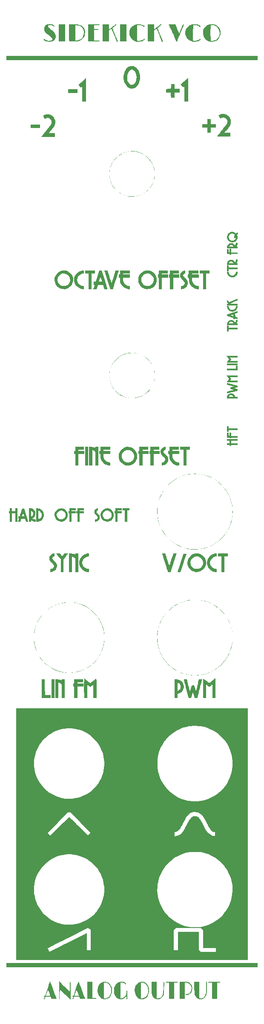
<source format=gto>
G04 #@! TF.GenerationSoftware,KiCad,Pcbnew,6.0.5-a6ca702e91~116~ubuntu20.04.1*
G04 #@! TF.CreationDate,2022-06-20T16:59:35-04:00*
G04 #@! TF.ProjectId,sidekick_panel,73696465-6b69-4636-9b5f-70616e656c2e,rev?*
G04 #@! TF.SameCoordinates,Original*
G04 #@! TF.FileFunction,Legend,Top*
G04 #@! TF.FilePolarity,Positive*
%FSLAX46Y46*%
G04 Gerber Fmt 4.6, Leading zero omitted, Abs format (unit mm)*
G04 Created by KiCad (PCBNEW 6.0.5-a6ca702e91~116~ubuntu20.04.1) date 2022-06-20 16:59:35*
%MOMM*%
%LPD*%
G01*
G04 APERTURE LIST*
G04 APERTURE END LIST*
G04 #@! TO.C,GRAF2*
G36*
X46202690Y-131375480D02*
G01*
X46324773Y-130778679D01*
X46494171Y-130197106D01*
X46710010Y-129632878D01*
X46971414Y-129088111D01*
X47277507Y-128564921D01*
X47627413Y-128065426D01*
X48020259Y-127591742D01*
X48300055Y-127296855D01*
X48754868Y-126877219D01*
X49236883Y-126499611D01*
X49743594Y-126164850D01*
X50272494Y-125873758D01*
X50821077Y-125627155D01*
X51386837Y-125425861D01*
X51967266Y-125270698D01*
X52559859Y-125162484D01*
X53162108Y-125102041D01*
X53771508Y-125090189D01*
X54385551Y-125127748D01*
X54775162Y-125177382D01*
X55376130Y-125294899D01*
X55961630Y-125460364D01*
X56529522Y-125672706D01*
X57077668Y-125930852D01*
X57603926Y-126233731D01*
X58106159Y-126580269D01*
X58582226Y-126969396D01*
X58851188Y-127219715D01*
X59283785Y-127675830D01*
X59671573Y-128155867D01*
X60014484Y-128659692D01*
X60312454Y-129187173D01*
X60565418Y-129738179D01*
X60773310Y-130312577D01*
X60936063Y-130910235D01*
X61053614Y-131531021D01*
X61079488Y-131717300D01*
X61096830Y-131892257D01*
X61109759Y-132103170D01*
X61118167Y-132337199D01*
X61121948Y-132581508D01*
X61120993Y-132823260D01*
X61115196Y-133049617D01*
X61104450Y-133247742D01*
X61093287Y-133368300D01*
X61005123Y-133956983D01*
X60880543Y-134515711D01*
X60717366Y-135052060D01*
X60513412Y-135573603D01*
X60368210Y-135887377D01*
X60072634Y-136434405D01*
X59738347Y-136949594D01*
X59367330Y-137431514D01*
X58961565Y-137878733D01*
X58523036Y-138289819D01*
X58053724Y-138663341D01*
X57555613Y-138997868D01*
X57030684Y-139291967D01*
X56480921Y-139544207D01*
X55908306Y-139753157D01*
X55314822Y-139917386D01*
X54702451Y-140035461D01*
X54603415Y-140049896D01*
X54496841Y-140061289D01*
X54351288Y-140071948D01*
X54177046Y-140081568D01*
X53984402Y-140089845D01*
X53783644Y-140096473D01*
X53585061Y-140101148D01*
X53398940Y-140103564D01*
X53235571Y-140103415D01*
X53105242Y-140100398D01*
X53038000Y-140096311D01*
X52640482Y-140049194D01*
X52226806Y-139979328D01*
X51816465Y-139890644D01*
X51428954Y-139787072D01*
X51288403Y-139743550D01*
X50806777Y-139566648D01*
X50321785Y-139348008D01*
X49845693Y-139094228D01*
X49390766Y-138811904D01*
X48969268Y-138507635D01*
X48923200Y-138471301D01*
X48802248Y-138369149D01*
X48657718Y-138237701D01*
X48497593Y-138085066D01*
X48329855Y-137919352D01*
X48162489Y-137748668D01*
X48003477Y-137581121D01*
X47860803Y-137424821D01*
X47742449Y-137287875D01*
X47675170Y-137203700D01*
X47310416Y-136683184D01*
X46993101Y-136145658D01*
X46723556Y-135592092D01*
X46502113Y-135023455D01*
X46329102Y-134440716D01*
X46204856Y-133844846D01*
X46129705Y-133236815D01*
X46103981Y-132617592D01*
X46103973Y-132606300D01*
X46108364Y-132496468D01*
X46131167Y-132496468D01*
X46146467Y-133096378D01*
X46210045Y-133694808D01*
X46322303Y-134288647D01*
X46483643Y-134874786D01*
X46510085Y-134955800D01*
X46727172Y-135528654D01*
X46988737Y-136078629D01*
X47292849Y-136603500D01*
X47637574Y-137101039D01*
X48020979Y-137569020D01*
X48441132Y-138005219D01*
X48896099Y-138407408D01*
X49383947Y-138773361D01*
X49902744Y-139100852D01*
X50290772Y-139309784D01*
X50489697Y-139403288D01*
X50721524Y-139501946D01*
X50969687Y-139599365D01*
X51217617Y-139689148D01*
X51448747Y-139764901D01*
X51539400Y-139791728D01*
X51777556Y-139856193D01*
X52004544Y-139910248D01*
X52232304Y-139956032D01*
X52472783Y-139995685D01*
X52737922Y-140031344D01*
X53039666Y-140065149D01*
X53101500Y-140071477D01*
X53192778Y-140076591D01*
X53324578Y-140078488D01*
X53486747Y-140077502D01*
X53669132Y-140073965D01*
X53861579Y-140068210D01*
X54053935Y-140060569D01*
X54236045Y-140051375D01*
X54397758Y-140040962D01*
X54528918Y-140029662D01*
X54587400Y-140022776D01*
X55199108Y-139914580D01*
X55799794Y-139759609D01*
X56230098Y-139616754D01*
X56417757Y-139541948D01*
X56635097Y-139444940D01*
X56869763Y-139332047D01*
X57109396Y-139209589D01*
X57341640Y-139083884D01*
X57554140Y-138961251D01*
X57734538Y-138848009D01*
X57738252Y-138845539D01*
X57948772Y-138702295D01*
X58132798Y-138569596D01*
X58301169Y-138438452D01*
X58464726Y-138299876D01*
X58634311Y-138144879D01*
X58820765Y-137964473D01*
X58919257Y-137866396D01*
X59341840Y-137407757D01*
X59720572Y-136923730D01*
X60054907Y-136415444D01*
X60344297Y-135884031D01*
X60588195Y-135330620D01*
X60786054Y-134756343D01*
X60937328Y-134162331D01*
X61041470Y-133549714D01*
X61053071Y-133455614D01*
X61073367Y-133229077D01*
X61086391Y-132967859D01*
X61092141Y-132687209D01*
X61090614Y-132402379D01*
X61081810Y-132128618D01*
X61065725Y-131881177D01*
X61053279Y-131757584D01*
X60961126Y-131161879D01*
X60826903Y-130590614D01*
X60648583Y-130036968D01*
X60424140Y-129494122D01*
X60310208Y-129256846D01*
X60012888Y-128718375D01*
X59676386Y-128210862D01*
X59302970Y-127735898D01*
X58894906Y-127295071D01*
X58454464Y-126889972D01*
X57983910Y-126522189D01*
X57485513Y-126193312D01*
X56961539Y-125904931D01*
X56414257Y-125658635D01*
X55845935Y-125456014D01*
X55258839Y-125298656D01*
X54655239Y-125188153D01*
X54471632Y-125164417D01*
X54267472Y-125146208D01*
X54027108Y-125134000D01*
X53764778Y-125127796D01*
X53494721Y-125127598D01*
X53231178Y-125133409D01*
X52988386Y-125145230D01*
X52780587Y-125163064D01*
X52771144Y-125164140D01*
X52153999Y-125259983D01*
X51557021Y-125402422D01*
X50980702Y-125591219D01*
X50425533Y-125826136D01*
X49892007Y-126106932D01*
X49380616Y-126433369D01*
X48891853Y-126805209D01*
X48426211Y-127222212D01*
X48325486Y-127321428D01*
X48096189Y-127557106D01*
X47898228Y-127774622D01*
X47721908Y-127985761D01*
X47557531Y-128202312D01*
X47395403Y-128436060D01*
X47342098Y-128516900D01*
X47030704Y-129040088D01*
X46764774Y-129583568D01*
X46544712Y-130144228D01*
X46370918Y-130718958D01*
X46243795Y-131304648D01*
X46163744Y-131898188D01*
X46131167Y-132496468D01*
X46108364Y-132496468D01*
X46128798Y-131985392D01*
X46202690Y-131375480D01*
G37*
G36*
X62118500Y-78631300D02*
G01*
X62132296Y-79609200D01*
X59997600Y-79609200D01*
X59997600Y-79253600D01*
X61775600Y-79253600D01*
X61775600Y-78616278D01*
X62118500Y-78631300D01*
G37*
G36*
X32413200Y-98456000D02*
G01*
X31803600Y-98456000D01*
X31803600Y-94747600D01*
X32413200Y-94747600D01*
X32413200Y-98456000D01*
G37*
G36*
X25731920Y-61296285D02*
G01*
X25803338Y-61007424D01*
X25919544Y-60737670D01*
X26078224Y-60490678D01*
X26277068Y-60270100D01*
X26513762Y-60079591D01*
X26761700Y-59934646D01*
X26981477Y-59839884D01*
X27193333Y-59780672D01*
X27415326Y-59753259D01*
X27638000Y-59752646D01*
X27928369Y-59785484D01*
X28196160Y-59860620D01*
X28446424Y-59980312D01*
X28684212Y-60146817D01*
X28846013Y-60292500D01*
X29054006Y-60529668D01*
X29215076Y-60785112D01*
X29328654Y-61057363D01*
X29394168Y-61344950D01*
X29411051Y-61646405D01*
X29406682Y-61737425D01*
X29361207Y-62028062D01*
X29269126Y-62306061D01*
X29134091Y-62566182D01*
X28959756Y-62803184D01*
X28749771Y-63011826D01*
X28507790Y-63186867D01*
X28329745Y-63282660D01*
X28209736Y-63333802D01*
X28081312Y-63380144D01*
X27968564Y-63413149D01*
X27948745Y-63417670D01*
X27762094Y-63444158D01*
X27553996Y-63452270D01*
X27345504Y-63442358D01*
X27157673Y-63414777D01*
X27110277Y-63403577D01*
X26821706Y-63303052D01*
X26559018Y-63161709D01*
X26325487Y-62983757D01*
X26124389Y-62773405D01*
X25958998Y-62534863D01*
X25832589Y-62272341D01*
X25748437Y-61990047D01*
X25709817Y-61692193D01*
X25707664Y-61603233D01*
X26313870Y-61603233D01*
X26325306Y-61776735D01*
X26353123Y-61935397D01*
X26365976Y-61981600D01*
X26460183Y-62202156D01*
X26593318Y-62395739D01*
X26759377Y-62559077D01*
X26952357Y-62688896D01*
X27166252Y-62781926D01*
X27395060Y-62834894D01*
X27632776Y-62844528D01*
X27873397Y-62807556D01*
X27878908Y-62806134D01*
X28102781Y-62722539D01*
X28303928Y-62597530D01*
X28477687Y-62437174D01*
X28619398Y-62247537D01*
X28724397Y-62034684D01*
X28788024Y-61804683D01*
X28806098Y-61599586D01*
X28782800Y-61359227D01*
X28715360Y-61135514D01*
X28608804Y-60932327D01*
X28468161Y-60753546D01*
X28298458Y-60603051D01*
X28104722Y-60484722D01*
X27891980Y-60402438D01*
X27665261Y-60360080D01*
X27429590Y-60361528D01*
X27245188Y-60394935D01*
X27024543Y-60477771D01*
X26821277Y-60603402D01*
X26642329Y-60764908D01*
X26494640Y-60955369D01*
X26385151Y-61167862D01*
X26342924Y-61294593D01*
X26319511Y-61435612D01*
X26313870Y-61603233D01*
X25707664Y-61603233D01*
X25707600Y-61600600D01*
X25731920Y-61296285D01*
G37*
G36*
X46174791Y-106561465D02*
G01*
X46282031Y-105969108D01*
X46435836Y-105388661D01*
X46635174Y-104822946D01*
X46879011Y-104274787D01*
X47166313Y-103747005D01*
X47496046Y-103242423D01*
X47867177Y-102763865D01*
X48278671Y-102314151D01*
X48413719Y-102181565D01*
X48881028Y-101768462D01*
X49373946Y-101399128D01*
X49892002Y-101073847D01*
X50434728Y-100792900D01*
X51001655Y-100556570D01*
X51260000Y-100466348D01*
X51850299Y-100298258D01*
X52447141Y-100179610D01*
X53047679Y-100109925D01*
X53649063Y-100088719D01*
X54248446Y-100115513D01*
X54842978Y-100189824D01*
X55429812Y-100311172D01*
X56006100Y-100479074D01*
X56568992Y-100693050D01*
X57115641Y-100952619D01*
X57643198Y-101257298D01*
X58148815Y-101606607D01*
X58189355Y-101637323D01*
X58625591Y-101999964D01*
X59039879Y-102403820D01*
X59426431Y-102841943D01*
X59779462Y-103307387D01*
X60093182Y-103793204D01*
X60303257Y-104174714D01*
X60561687Y-104736414D01*
X60771848Y-105311242D01*
X60933740Y-105896493D01*
X61047361Y-106489464D01*
X61112713Y-107087448D01*
X61129796Y-107687743D01*
X61098609Y-108287642D01*
X61019152Y-108884441D01*
X60891426Y-109475436D01*
X60715430Y-110057922D01*
X60491165Y-110629193D01*
X60303257Y-111025285D01*
X60007062Y-111551075D01*
X59669902Y-112049062D01*
X59294524Y-112517149D01*
X58883678Y-112953240D01*
X58440111Y-113355240D01*
X57966572Y-113721051D01*
X57465809Y-114048578D01*
X56940572Y-114335726D01*
X56393607Y-114580397D01*
X55827665Y-114780496D01*
X55245493Y-114933927D01*
X55151978Y-114953809D01*
X54777542Y-115019249D01*
X54379013Y-115067966D01*
X53971828Y-115098974D01*
X53571423Y-115111288D01*
X53193236Y-115103925D01*
X52999900Y-115091096D01*
X52392177Y-115014339D01*
X51800552Y-114890890D01*
X51226982Y-114722664D01*
X50673423Y-114511576D01*
X50141833Y-114259540D01*
X49634168Y-113968470D01*
X49152385Y-113640282D01*
X48698441Y-113276890D01*
X48274292Y-112880208D01*
X47881896Y-112452152D01*
X47523209Y-111994635D01*
X47200188Y-111509573D01*
X46914789Y-110998880D01*
X46668971Y-110464471D01*
X46464688Y-109908260D01*
X46303898Y-109332162D01*
X46188559Y-108738092D01*
X46142810Y-108381772D01*
X46104148Y-107770620D01*
X46109309Y-107485585D01*
X46143069Y-107485585D01*
X46143073Y-107715100D01*
X46146313Y-107938964D01*
X46152788Y-108145906D01*
X46162497Y-108324657D01*
X46175398Y-108463600D01*
X46277149Y-109081280D01*
X46424793Y-109680749D01*
X46617586Y-110259555D01*
X46854786Y-110815242D01*
X46941388Y-110990600D01*
X47242535Y-111525329D01*
X47582609Y-112029098D01*
X47959221Y-112500324D01*
X48369983Y-112937421D01*
X48812507Y-113338805D01*
X49284407Y-113702892D01*
X49783293Y-114028099D01*
X50306778Y-114312840D01*
X50852475Y-114555532D01*
X51417996Y-114754589D01*
X52000952Y-114908429D01*
X52598957Y-115015466D01*
X53084004Y-115066149D01*
X53312361Y-115080403D01*
X53511538Y-115087288D01*
X53702098Y-115086804D01*
X53904607Y-115078954D01*
X54104800Y-115066257D01*
X54574035Y-115021048D01*
X55013328Y-114953063D01*
X55439632Y-114859067D01*
X55869896Y-114735821D01*
X55920900Y-114719463D01*
X56498150Y-114507140D01*
X57046905Y-114253249D01*
X57568830Y-113956770D01*
X58065590Y-113616679D01*
X58538851Y-113231953D01*
X58907607Y-112885407D01*
X59330706Y-112427620D01*
X59709660Y-111944788D01*
X60044212Y-111437449D01*
X60334106Y-110906142D01*
X60579085Y-110351406D01*
X60778893Y-109773777D01*
X60933272Y-109173795D01*
X61041965Y-108551997D01*
X61065546Y-108362000D01*
X61074148Y-108258852D01*
X61081632Y-108117844D01*
X61087534Y-107951911D01*
X61091394Y-107773990D01*
X61092749Y-107600000D01*
X61082930Y-107156969D01*
X61052196Y-106745362D01*
X60998627Y-106349487D01*
X60920306Y-105953652D01*
X60862565Y-105717065D01*
X60684010Y-105129187D01*
X60459330Y-104562165D01*
X60189324Y-104017386D01*
X59874788Y-103496239D01*
X59516518Y-103000109D01*
X59115312Y-102530384D01*
X58907607Y-102314592D01*
X58452231Y-101892808D01*
X57974711Y-101516490D01*
X57473381Y-101184616D01*
X56946575Y-100896163D01*
X56392628Y-100650108D01*
X55920900Y-100480536D01*
X55341998Y-100318892D01*
X54752202Y-100204686D01*
X54155618Y-100137777D01*
X53556353Y-100118022D01*
X52958516Y-100145281D01*
X52366215Y-100219411D01*
X51783556Y-100340273D01*
X51214648Y-100507723D01*
X50817968Y-100656190D01*
X50251370Y-100914894D01*
X49714439Y-101213914D01*
X49208667Y-101551297D01*
X48735547Y-101925087D01*
X48296570Y-102333332D01*
X47893228Y-102774076D01*
X47527015Y-103245366D01*
X47199421Y-103745247D01*
X46911939Y-104271765D01*
X46666062Y-104822966D01*
X46463280Y-105396896D01*
X46305088Y-105991600D01*
X46192975Y-106605124D01*
X46175398Y-106736400D01*
X46162463Y-106875825D01*
X46152763Y-107054677D01*
X46146299Y-107261687D01*
X46143069Y-107485585D01*
X46109309Y-107485585D01*
X46115152Y-107162910D01*
X46174791Y-106561465D01*
G37*
G36*
X39042600Y-107371400D02*
G01*
X38229800Y-107371400D01*
X38229800Y-107523800D01*
X39093400Y-107523800D01*
X39093400Y-107955600D01*
X38229800Y-107955600D01*
X38229800Y-109606600D01*
X37798000Y-109606600D01*
X37798000Y-107955600D01*
X37620200Y-107955600D01*
X37620200Y-107523800D01*
X37798000Y-107523800D01*
X37798000Y-106939600D01*
X39042600Y-106939600D01*
X39042600Y-107371400D01*
G37*
G36*
X53839338Y-10883242D02*
G01*
X54025172Y-10911493D01*
X54028600Y-10912243D01*
X54154372Y-10946870D01*
X54291530Y-10995799D01*
X54426280Y-11052986D01*
X54544827Y-11112386D01*
X54633377Y-11167956D01*
X54657250Y-11187702D01*
X54704894Y-11255507D01*
X54710681Y-11322108D01*
X54674941Y-11375364D01*
X54651774Y-11389023D01*
X54618380Y-11402412D01*
X54588993Y-11403998D01*
X54553207Y-11389039D01*
X54500611Y-11352790D01*
X54420797Y-11290510D01*
X54400885Y-11274698D01*
X54288396Y-11206297D01*
X54139072Y-11145370D01*
X53966691Y-11095051D01*
X53785034Y-11058474D01*
X53607879Y-11038776D01*
X53449006Y-11039090D01*
X53393600Y-11045531D01*
X53253900Y-11067772D01*
X53247354Y-12607372D01*
X53240808Y-14146971D01*
X53320379Y-14162885D01*
X53447298Y-14177029D01*
X53603324Y-14177788D01*
X53768841Y-14166145D01*
X53924231Y-14143085D01*
X53984381Y-14129564D01*
X54164544Y-14075249D01*
X54308652Y-14011139D01*
X54431403Y-13929658D01*
X54514298Y-13856481D01*
X54604916Y-13781568D01*
X54677006Y-13749092D01*
X54728046Y-13759267D01*
X54755515Y-13812305D01*
X54758725Y-13835900D01*
X54756747Y-13894646D01*
X54735006Y-13944810D01*
X54686004Y-13995695D01*
X54602242Y-14056606D01*
X54557205Y-14085938D01*
X54384712Y-14183237D01*
X54205429Y-14255436D01*
X53998970Y-14310546D01*
X53969672Y-14316748D01*
X53839154Y-14336025D01*
X53679010Y-14348252D01*
X53506367Y-14353182D01*
X53338353Y-14350570D01*
X53192095Y-14340171D01*
X53116109Y-14328983D01*
X52835507Y-14250752D01*
X52574963Y-14132098D01*
X52340196Y-13977138D01*
X52136924Y-13789989D01*
X51970866Y-13574768D01*
X51902028Y-13454900D01*
X51814267Y-13263349D01*
X51754669Y-13079709D01*
X51717753Y-12883550D01*
X51700977Y-12705600D01*
X51705399Y-12406343D01*
X51756391Y-12123958D01*
X51851614Y-11861589D01*
X51988729Y-11622379D01*
X52165397Y-11409472D01*
X52379277Y-11226011D01*
X52628031Y-11075140D01*
X52909320Y-10960003D01*
X53025300Y-10925999D01*
X53202306Y-10892454D01*
X53409351Y-10873976D01*
X53627880Y-10870821D01*
X53839338Y-10883242D01*
G37*
G36*
X60810400Y-56165000D02*
G01*
X62131200Y-56165000D01*
X62131200Y-56495200D01*
X60810400Y-56495200D01*
X60810400Y-56647600D01*
X60454800Y-56647600D01*
X60454800Y-56495200D01*
X59997600Y-56495200D01*
X59997600Y-55504600D01*
X60326282Y-55504600D01*
X60333391Y-55828450D01*
X60336700Y-55961676D01*
X60340812Y-56052524D01*
X60347356Y-56109410D01*
X60357960Y-56140749D01*
X60374254Y-56154956D01*
X60397650Y-56160416D01*
X60420529Y-56162208D01*
X60436306Y-56154768D01*
X60446300Y-56130323D01*
X60451832Y-56081103D01*
X60454221Y-55999332D01*
X60454788Y-55877239D01*
X60454800Y-55823866D01*
X60454800Y-55479200D01*
X60810400Y-55479200D01*
X60810400Y-56165000D01*
G37*
G36*
X33245238Y-202528819D02*
G01*
X33251777Y-204150739D01*
X33550038Y-204137575D01*
X33674772Y-204130861D01*
X33786598Y-204122644D01*
X33872375Y-204114026D01*
X33915901Y-204106974D01*
X33978589Y-204108299D01*
X34016780Y-204141297D01*
X34028389Y-204192049D01*
X34011331Y-204246640D01*
X33963521Y-204291151D01*
X33944782Y-204299745D01*
X33904969Y-204305450D01*
X33820938Y-204310653D01*
X33699269Y-204315181D01*
X33546544Y-204318860D01*
X33369341Y-204321515D01*
X33174243Y-204322972D01*
X33059067Y-204323200D01*
X32235042Y-204323200D01*
X32248100Y-200906900D01*
X33238700Y-200906900D01*
X33245238Y-202528819D01*
G37*
G36*
X50421800Y-60356000D02*
G01*
X49278800Y-60356000D01*
X49278800Y-60559200D01*
X50472600Y-60559200D01*
X50472600Y-61168800D01*
X49278800Y-61168800D01*
X49278800Y-63454800D01*
X48669200Y-63454800D01*
X48669200Y-61168800D01*
X48440600Y-61168800D01*
X48440600Y-60559200D01*
X48669200Y-60559200D01*
X48669200Y-59746400D01*
X50421800Y-59746400D01*
X50421800Y-60356000D01*
G37*
G36*
X60026811Y-58220899D02*
G01*
X60051837Y-58142147D01*
X60079709Y-58082700D01*
X60176288Y-57939368D01*
X60305963Y-57806569D01*
X60451462Y-57701428D01*
X60480200Y-57685611D01*
X60599109Y-57644546D01*
X60745726Y-57624367D01*
X60901368Y-57625254D01*
X61047355Y-57647386D01*
X61141890Y-57679231D01*
X61304802Y-57778819D01*
X61448388Y-57913727D01*
X61523982Y-58014557D01*
X61593657Y-58124214D01*
X61660006Y-58010998D01*
X61702208Y-57919959D01*
X61738553Y-57809162D01*
X61753691Y-57742591D01*
X61781027Y-57587400D01*
X62128806Y-57587400D01*
X62114095Y-57720750D01*
X62082581Y-57886639D01*
X62028098Y-58053520D01*
X61958530Y-58198378D01*
X61940616Y-58227082D01*
X61876479Y-58324000D01*
X62133521Y-58324000D01*
X62126010Y-58495450D01*
X62118500Y-58666900D01*
X59991516Y-58680162D01*
X60002606Y-58444931D01*
X60011064Y-58324000D01*
X60354457Y-58324000D01*
X60822931Y-58324000D01*
X60987845Y-58323694D01*
X61108470Y-58322352D01*
X61191316Y-58319333D01*
X61242890Y-58314000D01*
X61269703Y-58305713D01*
X61278264Y-58293833D01*
X61275746Y-58279550D01*
X61207973Y-58158838D01*
X61105076Y-58063778D01*
X60978230Y-57999115D01*
X60838609Y-57969594D01*
X60697387Y-57979962D01*
X60625434Y-58003371D01*
X60526234Y-58065920D01*
X60438246Y-58156236D01*
X60380844Y-58254150D01*
X60354457Y-58324000D01*
X60011064Y-58324000D01*
X60011616Y-58316114D01*
X60026811Y-58220899D01*
G37*
G36*
X32565600Y-116479656D02*
G01*
X32358791Y-116509799D01*
X32107029Y-116570528D01*
X31874375Y-116674291D01*
X31666805Y-116816847D01*
X31490291Y-116993952D01*
X31350809Y-117201362D01*
X31330969Y-117239816D01*
X31283890Y-117339580D01*
X31254130Y-117419877D01*
X31236996Y-117500054D01*
X31227794Y-117599458D01*
X31223945Y-117680950D01*
X31229858Y-117899449D01*
X31269111Y-118092216D01*
X31345857Y-118275100D01*
X31407051Y-118379561D01*
X31536818Y-118543807D01*
X31700286Y-118690573D01*
X31886711Y-118813637D01*
X32085344Y-118906781D01*
X32285438Y-118963786D01*
X32443210Y-118979200D01*
X32565600Y-118979200D01*
X32565600Y-119296700D01*
X32564985Y-119428965D01*
X32562383Y-119518459D01*
X32556659Y-119573201D01*
X32546676Y-119601212D01*
X32531301Y-119610513D01*
X32521150Y-119610647D01*
X32475023Y-119606567D01*
X32394773Y-119599116D01*
X32296842Y-119589824D01*
X32285728Y-119588758D01*
X31989783Y-119535521D01*
X31709769Y-119436107D01*
X31450318Y-119293866D01*
X31216060Y-119112148D01*
X31011629Y-118894304D01*
X30841655Y-118643683D01*
X30761377Y-118486156D01*
X30681204Y-118276847D01*
X30632549Y-118065303D01*
X30611636Y-117833047D01*
X30610175Y-117746286D01*
X30616663Y-117557283D01*
X30639588Y-117391515D01*
X30683229Y-117231369D01*
X30751867Y-117059232D01*
X30804009Y-116948606D01*
X30867093Y-116827629D01*
X30929638Y-116728239D01*
X31003511Y-116634220D01*
X31100579Y-116529356D01*
X31140409Y-116488919D01*
X31316619Y-116325867D01*
X31490015Y-116197666D01*
X31678111Y-116092612D01*
X31838612Y-116022271D01*
X31971835Y-115976285D01*
X32123897Y-115935225D01*
X32276632Y-115903116D01*
X32411875Y-115883981D01*
X32478934Y-115880400D01*
X32565600Y-115880400D01*
X32565600Y-116479656D01*
G37*
G36*
X27028882Y-201179376D02*
G01*
X27157025Y-201303066D01*
X27312798Y-201453726D01*
X27487452Y-201622875D01*
X27672233Y-201802031D01*
X27858391Y-201982712D01*
X28037174Y-202156435D01*
X28096609Y-202214241D01*
X28735487Y-202835783D01*
X28726841Y-201875710D01*
X28724785Y-201627422D01*
X28723636Y-201425150D01*
X28723549Y-201264115D01*
X28724677Y-201139540D01*
X28727175Y-201046645D01*
X28731197Y-200980652D01*
X28736898Y-200936783D01*
X28744431Y-200910258D01*
X28753951Y-200896301D01*
X28758569Y-200893043D01*
X28815151Y-200887835D01*
X28841023Y-200901374D01*
X28849227Y-200910531D01*
X28856262Y-200927418D01*
X28862199Y-200955584D01*
X28867109Y-200998577D01*
X28871061Y-201059948D01*
X28874127Y-201143246D01*
X28876376Y-201252020D01*
X28877880Y-201389820D01*
X28878709Y-201560196D01*
X28878933Y-201766696D01*
X28878623Y-202012870D01*
X28877850Y-202302267D01*
X28876683Y-202638438D01*
X28876500Y-202687331D01*
X28869900Y-204442362D01*
X27815800Y-203426840D01*
X26761700Y-202411317D01*
X26749000Y-203358155D01*
X26745538Y-203603916D01*
X26742218Y-203803763D01*
X26738755Y-203962582D01*
X26734865Y-204085257D01*
X26730263Y-204176673D01*
X26724666Y-204241715D01*
X26717790Y-204285268D01*
X26709350Y-204312217D01*
X26699063Y-204327446D01*
X26692326Y-204332716D01*
X26671797Y-204344808D01*
X26654039Y-204351187D01*
X26638872Y-204348566D01*
X26626111Y-204333661D01*
X26615575Y-204303187D01*
X26607081Y-204253858D01*
X26600446Y-204182389D01*
X26595489Y-204085496D01*
X26592026Y-203959894D01*
X26589875Y-203802296D01*
X26588853Y-203609419D01*
X26588778Y-203377978D01*
X26589468Y-203104686D01*
X26590740Y-202786259D01*
X26591921Y-202525576D01*
X26600034Y-200766053D01*
X27028882Y-201179376D01*
G37*
G36*
X29405082Y-203658524D02*
G01*
X29484989Y-203663905D01*
X29961382Y-202247302D01*
X30048056Y-201989891D01*
X30130232Y-201746469D01*
X30206432Y-201521370D01*
X30275180Y-201318924D01*
X30335000Y-201143464D01*
X30384414Y-200999324D01*
X30421946Y-200890833D01*
X30446119Y-200822326D01*
X30455198Y-200798500D01*
X30465879Y-200817838D01*
X30492796Y-200880391D01*
X30534286Y-200981831D01*
X30588686Y-201117829D01*
X30654332Y-201284059D01*
X30729562Y-201476192D01*
X30812712Y-201689902D01*
X30902118Y-201920859D01*
X30996118Y-202164738D01*
X31093048Y-202417209D01*
X31191245Y-202673945D01*
X31289045Y-202930619D01*
X31384786Y-203182903D01*
X31476805Y-203426468D01*
X31563437Y-203656989D01*
X31643020Y-203870136D01*
X31713890Y-204061582D01*
X31774384Y-204227000D01*
X31797848Y-204291985D01*
X31792046Y-204303158D01*
X31761886Y-204311194D01*
X31702063Y-204316361D01*
X31607273Y-204318926D01*
X31472213Y-204319159D01*
X31295869Y-204317385D01*
X30782292Y-204310500D01*
X30623964Y-203891400D01*
X29575473Y-203891400D01*
X29521147Y-204063533D01*
X29470331Y-204204863D01*
X29421897Y-204297229D01*
X29374342Y-204342316D01*
X29326162Y-204341813D01*
X29294080Y-204318120D01*
X29269654Y-204281597D01*
X29268512Y-204234996D01*
X29292305Y-204166209D01*
X29323810Y-204100105D01*
X29372818Y-203999188D01*
X29398043Y-203933144D01*
X29400099Y-203892285D01*
X29379599Y-203866927D01*
X29339750Y-203848356D01*
X29282284Y-203814116D01*
X29263765Y-203762853D01*
X29263600Y-203755405D01*
X29277314Y-203693391D01*
X29304048Y-203675500D01*
X29654359Y-203675500D01*
X29719329Y-203691544D01*
X29767047Y-203697386D01*
X29854779Y-203702695D01*
X29971736Y-203707017D01*
X30107132Y-203709896D01*
X30170511Y-203710594D01*
X30556723Y-203713600D01*
X30492021Y-203542150D01*
X30461646Y-203461373D01*
X30417909Y-203344682D01*
X30365184Y-203203763D01*
X30307845Y-203050305D01*
X30261529Y-202926200D01*
X30208113Y-202784654D01*
X30159634Y-202659320D01*
X30119241Y-202558088D01*
X30090084Y-202488852D01*
X30075385Y-202459586D01*
X30062460Y-202476612D01*
X30036585Y-202535989D01*
X30000022Y-202631600D01*
X29955033Y-202757329D01*
X29903879Y-202907056D01*
X29854695Y-203056486D01*
X29654359Y-203675500D01*
X29304048Y-203675500D01*
X29323097Y-203662752D01*
X29405082Y-203658524D01*
G37*
G36*
X49583600Y-23729200D02*
G01*
X50574200Y-23729200D01*
X50574200Y-24465800D01*
X49583600Y-24465800D01*
X49583600Y-25456400D01*
X49232233Y-25456400D01*
X49103446Y-25455237D01*
X48993335Y-25452047D01*
X48911636Y-25447279D01*
X48868090Y-25441379D01*
X48863933Y-25439466D01*
X48858618Y-25409872D01*
X48853987Y-25337690D01*
X48850319Y-25231128D01*
X48847897Y-25098396D01*
X48847000Y-24947704D01*
X48847000Y-24465800D01*
X47880405Y-24465800D01*
X47887452Y-24103850D01*
X47894500Y-23741900D01*
X48370191Y-23734991D01*
X48845883Y-23728083D01*
X48852791Y-23252391D01*
X48859700Y-22776700D01*
X49221650Y-22769652D01*
X49583600Y-22762605D01*
X49583600Y-23729200D01*
G37*
G36*
X66119000Y-17988800D02*
G01*
X16106400Y-17988800D01*
X16106400Y-17201400D01*
X66119000Y-17201400D01*
X66119000Y-17988800D01*
G37*
G36*
X51304450Y-200900972D02*
G01*
X51549139Y-200906462D01*
X51749821Y-200913023D01*
X51913288Y-200921459D01*
X52046332Y-200932570D01*
X52155744Y-200947162D01*
X52248316Y-200966036D01*
X52330841Y-200989995D01*
X52410111Y-201019841D01*
X52448233Y-201036157D01*
X52585495Y-201116461D01*
X52723201Y-201231374D01*
X52847092Y-201366883D01*
X52942912Y-201508969D01*
X52957269Y-201536569D01*
X53020897Y-201681933D01*
X53061028Y-201819056D01*
X53081897Y-201967476D01*
X53087738Y-202138800D01*
X53068798Y-202412249D01*
X53013157Y-202665564D01*
X52923288Y-202894044D01*
X52801664Y-203092990D01*
X52650757Y-203257699D01*
X52473041Y-203383472D01*
X52418317Y-203411303D01*
X52295277Y-203459964D01*
X52161524Y-203498431D01*
X52032079Y-203523613D01*
X51921967Y-203532420D01*
X51860036Y-203526156D01*
X51792450Y-203491537D01*
X51761295Y-203437944D01*
X51772987Y-203377781D01*
X51778765Y-203369050D01*
X51807663Y-203343540D01*
X51856125Y-203328555D01*
X51936284Y-203321394D01*
X52000031Y-203319789D01*
X52192697Y-203303722D01*
X52353007Y-203258177D01*
X52492857Y-203178626D01*
X52590245Y-203095127D01*
X52731796Y-202921491D01*
X52836965Y-202715851D01*
X52904024Y-202483350D01*
X52931242Y-202229132D01*
X52928960Y-202088000D01*
X52894878Y-201844967D01*
X52822455Y-201635146D01*
X52712094Y-201458898D01*
X52564201Y-201316580D01*
X52379180Y-201208551D01*
X52157436Y-201135171D01*
X51899372Y-201096798D01*
X51806100Y-201091872D01*
X51577500Y-201084700D01*
X51570961Y-202703950D01*
X51564423Y-204323200D01*
X50574200Y-204323200D01*
X50574200Y-200886795D01*
X51304450Y-200900972D01*
G37*
G36*
X60050761Y-52816911D02*
G01*
X60140903Y-52615737D01*
X60273969Y-52433019D01*
X60313443Y-52391443D01*
X60493480Y-52244897D01*
X60691683Y-52143722D01*
X60902371Y-52088437D01*
X61119863Y-52079557D01*
X61338478Y-52117602D01*
X61552534Y-52203087D01*
X61663307Y-52268544D01*
X61795056Y-52355994D01*
X61929179Y-52267663D01*
X62001946Y-52223794D01*
X62058709Y-52196981D01*
X62085034Y-52192764D01*
X62108224Y-52222150D01*
X62143143Y-52281297D01*
X62181111Y-52353444D01*
X62213447Y-52421831D01*
X62231471Y-52469699D01*
X62232800Y-52478074D01*
X62211833Y-52502839D01*
X62161110Y-52530916D01*
X62158436Y-52532039D01*
X62091586Y-52568395D01*
X62044690Y-52606358D01*
X62023971Y-52635974D01*
X62020498Y-52670968D01*
X62035311Y-52726681D01*
X62056824Y-52785452D01*
X62095849Y-52939744D01*
X62109819Y-53117227D01*
X62098763Y-53296918D01*
X62062713Y-53457832D01*
X62055820Y-53477276D01*
X61950398Y-53692334D01*
X61810501Y-53872266D01*
X61640594Y-54014368D01*
X61445142Y-54115932D01*
X61228610Y-54174255D01*
X60995462Y-54186628D01*
X60899300Y-54178202D01*
X60708516Y-54130396D01*
X60521839Y-54040179D01*
X60350850Y-53915389D01*
X60207129Y-53763862D01*
X60138968Y-53663655D01*
X60047645Y-53459913D01*
X60003154Y-53246125D01*
X60003853Y-53135147D01*
X60352416Y-53135147D01*
X60368537Y-53291887D01*
X60411119Y-53430745D01*
X60413286Y-53435467D01*
X60491233Y-53558586D01*
X60600438Y-53673241D01*
X60725262Y-53765282D01*
X60833491Y-53815663D01*
X60981827Y-53842046D01*
X61145840Y-53836828D01*
X61302617Y-53801446D01*
X61348951Y-53783356D01*
X61480084Y-53703590D01*
X61598349Y-53592110D01*
X61686939Y-53465510D01*
X61701900Y-53434762D01*
X61721390Y-53378755D01*
X61739518Y-53306640D01*
X61754808Y-53228813D01*
X61765785Y-53155673D01*
X61770972Y-53097616D01*
X61768893Y-53065041D01*
X61758072Y-53068344D01*
X61752417Y-53078900D01*
X61736628Y-53136484D01*
X61727361Y-53216233D01*
X61726585Y-53237650D01*
X61724800Y-53345600D01*
X61369200Y-53345600D01*
X61369200Y-53274064D01*
X61379990Y-53149984D01*
X61408839Y-53003801D01*
X61450462Y-52858532D01*
X61485651Y-52766799D01*
X61519595Y-52680374D01*
X61526487Y-52619930D01*
X61500922Y-52573918D01*
X61437494Y-52530791D01*
X61356500Y-52490906D01*
X61194946Y-52440781D01*
X61019602Y-52429028D01*
X60848108Y-52455491D01*
X60740318Y-52496408D01*
X60584641Y-52601573D01*
X60460301Y-52743132D01*
X60401216Y-52848639D01*
X60363171Y-52980680D01*
X60352416Y-53135147D01*
X60003853Y-53135147D01*
X60004519Y-53029415D01*
X60050761Y-52816911D01*
G37*
G36*
X25707600Y-116181927D02*
G01*
X25707131Y-116311348D01*
X25704787Y-116398355D01*
X25699165Y-116451332D01*
X25688859Y-116478663D01*
X25672465Y-116488732D01*
X25655984Y-116490000D01*
X25572486Y-116506132D01*
X25474011Y-116547875D01*
X25381829Y-116605246D01*
X25345966Y-116635496D01*
X25279078Y-116722064D01*
X25254205Y-116815675D01*
X25272293Y-116918848D01*
X25334289Y-117034103D01*
X25441139Y-117163960D01*
X25593792Y-117310939D01*
X25602704Y-117318835D01*
X25798580Y-117503134D01*
X25951510Y-117674025D01*
X26065405Y-117837722D01*
X26144176Y-118000437D01*
X26191735Y-118168381D01*
X26207384Y-118279153D01*
X26202990Y-118495545D01*
X26152800Y-118711448D01*
X26061222Y-118918609D01*
X25932663Y-119108777D01*
X25771532Y-119273699D01*
X25616534Y-119385308D01*
X25451786Y-119470788D01*
X25279394Y-119536519D01*
X25115423Y-119577201D01*
X25001943Y-119588144D01*
X24867787Y-119588800D01*
X24874943Y-119290659D01*
X24882100Y-118992518D01*
X25016637Y-118973197D01*
X25183752Y-118928684D01*
X25332391Y-118849765D01*
X25455535Y-118743401D01*
X25546160Y-118616550D01*
X25597247Y-118476174D01*
X25606000Y-118389000D01*
X25599297Y-118316963D01*
X25576436Y-118244386D01*
X25533283Y-118165243D01*
X25465708Y-118073509D01*
X25369577Y-117963161D01*
X25240760Y-117828172D01*
X25177668Y-117764437D01*
X25008916Y-117588031D01*
X24878013Y-117433543D01*
X24780770Y-117294373D01*
X24712994Y-117163924D01*
X24670494Y-117035597D01*
X24652864Y-116938206D01*
X24652872Y-116743301D01*
X24698944Y-116555735D01*
X24786384Y-116380821D01*
X24910497Y-116223872D01*
X25066587Y-116090200D01*
X25249958Y-115985117D01*
X25455914Y-115913938D01*
X25578453Y-115890987D01*
X25707600Y-115873855D01*
X25707600Y-116181927D01*
G37*
G36*
X39424472Y-21191851D02*
G01*
X39471235Y-20859439D01*
X39549720Y-20548140D01*
X39657256Y-20260882D01*
X39791174Y-20000591D01*
X39948801Y-19770194D01*
X40127468Y-19572618D01*
X40324504Y-19410791D01*
X40537237Y-19287638D01*
X40762998Y-19206088D01*
X40999115Y-19169067D01*
X41242917Y-19179502D01*
X41258546Y-19181827D01*
X41495247Y-19243648D01*
X41720369Y-19351437D01*
X41930829Y-19501080D01*
X42123546Y-19688460D01*
X42295437Y-19909462D01*
X42443419Y-20159971D01*
X42564412Y-20435870D01*
X42655332Y-20733045D01*
X42713098Y-21047380D01*
X42722835Y-21137074D01*
X42733253Y-21453696D01*
X42708051Y-21769605D01*
X42649760Y-22079037D01*
X42560914Y-22376230D01*
X42444042Y-22655419D01*
X42301677Y-22910840D01*
X42136351Y-23136731D01*
X41950595Y-23327326D01*
X41746941Y-23476862D01*
X41678276Y-23515168D01*
X41475616Y-23594759D01*
X41250014Y-23640714D01*
X41018067Y-23651291D01*
X40796372Y-23624748D01*
X40747253Y-23612854D01*
X40543991Y-23538477D01*
X40349917Y-23425318D01*
X40157209Y-23268533D01*
X40095061Y-23208860D01*
X39888216Y-22968210D01*
X39716271Y-22694514D01*
X39581061Y-22393291D01*
X39484420Y-22070061D01*
X39428184Y-21730346D01*
X39417163Y-21454189D01*
X40149120Y-21454189D01*
X40159326Y-21659138D01*
X40182187Y-21845579D01*
X40207126Y-21961622D01*
X40291321Y-22213945D01*
X40395607Y-22431224D01*
X40517248Y-22611303D01*
X40653512Y-22752026D01*
X40801664Y-22851236D01*
X40958969Y-22906778D01*
X41122694Y-22916494D01*
X41290105Y-22878228D01*
X41341815Y-22856523D01*
X41487498Y-22762639D01*
X41623191Y-22623833D01*
X41745209Y-22445590D01*
X41849867Y-22233395D01*
X41933481Y-21992732D01*
X41941467Y-21963900D01*
X41980444Y-21760939D01*
X41998636Y-21529716D01*
X41996035Y-21288329D01*
X41972633Y-21054873D01*
X41941983Y-20898127D01*
X41868798Y-20661955D01*
X41772876Y-20447164D01*
X41658564Y-20260458D01*
X41530208Y-20108541D01*
X41392153Y-19998118D01*
X41339876Y-19969310D01*
X41193675Y-19923589D01*
X41032970Y-19914523D01*
X40877768Y-19942147D01*
X40811309Y-19968349D01*
X40673173Y-20059995D01*
X40540883Y-20194992D01*
X40419366Y-20365902D01*
X40313550Y-20565282D01*
X40228363Y-20785694D01*
X40196165Y-20897100D01*
X40167365Y-21056289D01*
X40151742Y-21247612D01*
X40149120Y-21454189D01*
X39417163Y-21454189D01*
X39414189Y-21379665D01*
X39424472Y-21191851D01*
G37*
G36*
X44325800Y-95357200D02*
G01*
X43182800Y-95357200D01*
X43182800Y-95560400D01*
X44376600Y-95560400D01*
X44376600Y-96170000D01*
X43182800Y-96170000D01*
X43182800Y-98456000D01*
X42573200Y-98456000D01*
X42573200Y-96170000D01*
X42344600Y-96170000D01*
X42344600Y-95560400D01*
X42573200Y-95560400D01*
X42573200Y-94747600D01*
X44325800Y-94747600D01*
X44325800Y-95357200D01*
G37*
G36*
X61000900Y-68161863D02*
G01*
X61217977Y-68093928D01*
X61422026Y-68030349D01*
X61607488Y-67972839D01*
X61768801Y-67923109D01*
X61900406Y-67882872D01*
X61996744Y-67853840D01*
X62052252Y-67837723D01*
X62061350Y-67835372D01*
X62131200Y-67819563D01*
X62131200Y-68177018D01*
X61876405Y-68255645D01*
X61621610Y-68334271D01*
X61635900Y-68922143D01*
X61877200Y-69001521D01*
X62118500Y-69080900D01*
X62126010Y-69252350D01*
X62128740Y-69336953D01*
X62122788Y-69390759D01*
X62100217Y-69416868D01*
X62053090Y-69418383D01*
X61973471Y-69398403D01*
X61853424Y-69360032D01*
X61851800Y-69359503D01*
X61745769Y-69325390D01*
X61678947Y-69306174D01*
X61642285Y-69300882D01*
X61626735Y-69308539D01*
X61623247Y-69328173D01*
X61623200Y-69334900D01*
X61612743Y-69355600D01*
X61575145Y-69367447D01*
X61501063Y-69372444D01*
X61445400Y-69373000D01*
X61267600Y-69373000D01*
X61267600Y-69174512D01*
X60981850Y-69085115D01*
X60843070Y-69041753D01*
X60676720Y-68989861D01*
X60503745Y-68935969D01*
X60345779Y-68886820D01*
X59995458Y-68777923D01*
X60002703Y-68628849D01*
X60696100Y-68628849D01*
X60975500Y-68719802D01*
X61254900Y-68810756D01*
X61262743Y-68710206D01*
X61265972Y-68618916D01*
X61263291Y-68531824D01*
X61262743Y-68525458D01*
X61254900Y-68441260D01*
X60975500Y-68535055D01*
X60696100Y-68628849D01*
X60002703Y-68628849D01*
X60010300Y-68472545D01*
X61000900Y-68161863D01*
G37*
G36*
X28064763Y-116343950D02*
G01*
X27960176Y-116488923D01*
X27858430Y-116629876D01*
X27765760Y-116758174D01*
X27688402Y-116865184D01*
X27632595Y-116942273D01*
X27620728Y-116958632D01*
X27511000Y-117109764D01*
X27511000Y-119614200D01*
X26926800Y-119614200D01*
X26926800Y-117120183D01*
X26501350Y-116533892D01*
X26390829Y-116381399D01*
X26289568Y-116241318D01*
X26201556Y-116119196D01*
X26130783Y-116020584D01*
X26081239Y-115951028D01*
X26056914Y-115916079D01*
X26055587Y-115914000D01*
X26056187Y-115900726D01*
X26080779Y-115891363D01*
X26135585Y-115885334D01*
X26226826Y-115882062D01*
X26360721Y-115880969D01*
X26411187Y-115880981D01*
X26787100Y-115881562D01*
X26977600Y-116149449D01*
X27051687Y-116252386D01*
X27117204Y-116341109D01*
X27167564Y-116406859D01*
X27196181Y-116440877D01*
X27197916Y-116442473D01*
X27220491Y-116439644D01*
X27260489Y-116404123D01*
X27320712Y-116332792D01*
X27403964Y-116222531D01*
X27439177Y-116174005D01*
X27650621Y-115880400D01*
X28399069Y-115880400D01*
X28064763Y-116343950D01*
G37*
G36*
X64112400Y-146589000D02*
G01*
X64112400Y-196601600D01*
X18113000Y-196601600D01*
X18113000Y-194244300D01*
X24346168Y-194244300D01*
X24353649Y-194270203D01*
X24379345Y-194331659D01*
X24418623Y-194419006D01*
X24466849Y-194522582D01*
X24519392Y-194632725D01*
X24571618Y-194739773D01*
X24618893Y-194834064D01*
X24656585Y-194905936D01*
X24680061Y-194945728D01*
X24684848Y-194950600D01*
X24707925Y-194939435D01*
X24774049Y-194906735D01*
X24880834Y-194853691D01*
X25025893Y-194781493D01*
X25206840Y-194691333D01*
X25421289Y-194584401D01*
X25666854Y-194461888D01*
X25941149Y-194324986D01*
X26241788Y-194174885D01*
X26566384Y-194012776D01*
X26912551Y-193839850D01*
X27277903Y-193657298D01*
X27660054Y-193466311D01*
X28056617Y-193268079D01*
X28400034Y-193096382D01*
X32108400Y-191242165D01*
X32108400Y-194595000D01*
X32895800Y-194595000D01*
X49405800Y-194595000D01*
X50218600Y-194595000D01*
X50218600Y-190988200D01*
X54409600Y-190988200D01*
X54409600Y-194581238D01*
X54827578Y-195001400D01*
X57813200Y-195001400D01*
X57813200Y-194214000D01*
X55222400Y-194214000D01*
X55222400Y-190620961D01*
X55013410Y-190410880D01*
X54804421Y-190200800D01*
X49825961Y-190200800D01*
X49615880Y-190409789D01*
X49405800Y-190618778D01*
X49405800Y-194595000D01*
X32895800Y-194595000D01*
X32894006Y-190594500D01*
X32609680Y-190419675D01*
X32325354Y-190244851D01*
X28341449Y-192235775D01*
X27919378Y-192446768D01*
X27509592Y-192651752D01*
X27114397Y-192849566D01*
X26736100Y-193039050D01*
X26377007Y-193219046D01*
X26039427Y-193388393D01*
X25725665Y-193545931D01*
X25438028Y-193690502D01*
X25178824Y-193820944D01*
X24950360Y-193936099D01*
X24754941Y-194034807D01*
X24594875Y-194115908D01*
X24472470Y-194178242D01*
X24390031Y-194220649D01*
X24349865Y-194241970D01*
X24346168Y-194244300D01*
X18113000Y-194244300D01*
X18113000Y-182763216D01*
X21633559Y-182763216D01*
X21637918Y-182992290D01*
X21646975Y-183198597D01*
X21660830Y-183369901D01*
X21665116Y-183406300D01*
X21766306Y-184006154D01*
X21913800Y-184587264D01*
X22106505Y-185147757D01*
X22343327Y-185685763D01*
X22623172Y-186199411D01*
X22944947Y-186686831D01*
X23307558Y-187146152D01*
X23709912Y-187575503D01*
X24150915Y-187973013D01*
X24488400Y-188235997D01*
X24675182Y-188369939D01*
X24844652Y-188484136D01*
X25010602Y-188586863D01*
X25186822Y-188686396D01*
X25387103Y-188791009D01*
X25542500Y-188868495D01*
X26089960Y-189110236D01*
X26648666Y-189302582D01*
X27217542Y-189445325D01*
X27795517Y-189538257D01*
X28381517Y-189581167D01*
X28974468Y-189573850D01*
X29123900Y-189564130D01*
X29717387Y-189494379D01*
X30296339Y-189376642D01*
X30858539Y-189212219D01*
X31401773Y-189002408D01*
X31923824Y-188748508D01*
X32422479Y-188451816D01*
X32895522Y-188113632D01*
X33340736Y-187735254D01*
X33755908Y-187317979D01*
X34138822Y-186863107D01*
X34435147Y-186451072D01*
X34736916Y-185953707D01*
X34995175Y-185430460D01*
X35210009Y-184881111D01*
X35381502Y-184305443D01*
X35509738Y-183703235D01*
X35526150Y-183605006D01*
X35547131Y-183437420D01*
X35563507Y-183231189D01*
X35575098Y-182998275D01*
X35581727Y-182750640D01*
X35581740Y-182748386D01*
X46130796Y-182748386D01*
X46166844Y-183349243D01*
X46251988Y-183949646D01*
X46356860Y-184431277D01*
X46525800Y-184999690D01*
X46742267Y-185558989D01*
X47003055Y-186102714D01*
X47304961Y-186624408D01*
X47644780Y-187117610D01*
X47770086Y-187279800D01*
X48006525Y-187556208D01*
X48280603Y-187840943D01*
X48582184Y-188125067D01*
X48901131Y-188399643D01*
X49227307Y-188655734D01*
X49550574Y-188884403D01*
X49697900Y-188979413D01*
X50175493Y-189249701D01*
X50685803Y-189487073D01*
X51220594Y-189688670D01*
X51771628Y-189851632D01*
X52330667Y-189973099D01*
X52733200Y-190033218D01*
X52911890Y-190049592D01*
X53128284Y-190061285D01*
X53369501Y-190068282D01*
X53622659Y-190070565D01*
X53874879Y-190068121D01*
X54113277Y-190060931D01*
X54324973Y-190048981D01*
X54471632Y-190035382D01*
X55075212Y-189939951D01*
X55662156Y-189797919D01*
X56230392Y-189611186D01*
X56777848Y-189381655D01*
X57302452Y-189111225D01*
X57802131Y-188801797D01*
X58274815Y-188455273D01*
X58718430Y-188073554D01*
X59130905Y-187658540D01*
X59510167Y-187212132D01*
X59854146Y-186736232D01*
X60160768Y-186232740D01*
X60427963Y-185703557D01*
X60653657Y-185150584D01*
X60835779Y-184575723D01*
X60950787Y-184091137D01*
X61039734Y-183536896D01*
X61087128Y-182965245D01*
X61092982Y-182387012D01*
X61057307Y-181813027D01*
X60980116Y-181254117D01*
X60947383Y-181083785D01*
X60799948Y-180491142D01*
X60605151Y-179916258D01*
X60362768Y-179358639D01*
X60072575Y-178817791D01*
X59734346Y-178293222D01*
X59583889Y-178085616D01*
X59452071Y-177919381D01*
X59291185Y-177732279D01*
X59110386Y-177533777D01*
X58918827Y-177333343D01*
X58725663Y-177140445D01*
X58540047Y-176964552D01*
X58371133Y-176815132D01*
X58295800Y-176753308D01*
X57973380Y-176514056D01*
X57617492Y-176279772D01*
X57245144Y-176061144D01*
X56938152Y-175900397D01*
X56501688Y-175698427D01*
X56079044Y-175531826D01*
X55656111Y-175396273D01*
X55218781Y-175287446D01*
X54752944Y-175201025D01*
X54562000Y-175172671D01*
X54379249Y-175153111D01*
X54158257Y-175138896D01*
X53911176Y-175130027D01*
X53650159Y-175126506D01*
X53387358Y-175128334D01*
X53134926Y-175135513D01*
X52905015Y-175148045D01*
X52709778Y-175165931D01*
X52659199Y-175172423D01*
X52034134Y-175283997D01*
X51431222Y-175441097D01*
X50851045Y-175643435D01*
X50294184Y-175890721D01*
X49761220Y-176182667D01*
X49252736Y-176518985D01*
X48769313Y-176899387D01*
X48311533Y-177323584D01*
X48300900Y-177334266D01*
X47888411Y-177784807D01*
X47517305Y-178263049D01*
X47188353Y-178766178D01*
X46902327Y-179291378D01*
X46659997Y-179835832D01*
X46462136Y-180396727D01*
X46309514Y-180971245D01*
X46202903Y-181556571D01*
X46143073Y-182149890D01*
X46130796Y-182748386D01*
X35581740Y-182748386D01*
X35583212Y-182500245D01*
X35579375Y-182259054D01*
X35570038Y-182039027D01*
X35555020Y-181852127D01*
X35552713Y-181831500D01*
X35458459Y-181232199D01*
X35317492Y-180652263D01*
X35130331Y-180092774D01*
X34897494Y-179554816D01*
X34619499Y-179039472D01*
X34296865Y-178547824D01*
X33930112Y-178080956D01*
X33568900Y-177689063D01*
X33130761Y-177282276D01*
X32666126Y-176918007D01*
X32177424Y-176597016D01*
X31667087Y-176320062D01*
X31137546Y-176087904D01*
X30591230Y-175901301D01*
X30030572Y-175761013D01*
X29458000Y-175667798D01*
X28875947Y-175622415D01*
X28286843Y-175625625D01*
X27693119Y-175678186D01*
X27318426Y-175736864D01*
X26755452Y-175865430D01*
X26207809Y-176041031D01*
X25678158Y-176261511D01*
X25169160Y-176524710D01*
X24683478Y-176828469D01*
X24223773Y-177170632D01*
X23792707Y-177549038D01*
X23392942Y-177961529D01*
X23027138Y-178405947D01*
X22697959Y-178880134D01*
X22408065Y-179381930D01*
X22160119Y-179909178D01*
X22153255Y-179925609D01*
X21970431Y-180421951D01*
X21822696Y-180948933D01*
X21709130Y-181509997D01*
X21678809Y-181704500D01*
X21661148Y-181863910D01*
X21647695Y-182061721D01*
X21638546Y-182285698D01*
X21633802Y-182523607D01*
X21633559Y-182763216D01*
X18113000Y-182763216D01*
X18113000Y-171989000D01*
X49609000Y-171989000D01*
X49716950Y-171988558D01*
X49799313Y-171982819D01*
X49906096Y-171968313D01*
X50000475Y-171950922D01*
X50260797Y-171870639D01*
X50515637Y-171742533D01*
X50760039Y-171569576D01*
X50982001Y-171362239D01*
X51099291Y-171230491D01*
X51214886Y-171084605D01*
X51331760Y-170919768D01*
X51452888Y-170731168D01*
X51581244Y-170513992D01*
X51719803Y-170263430D01*
X51871540Y-169974667D01*
X52017110Y-169687574D01*
X52185102Y-169360314D01*
X52339766Y-169077793D01*
X52483703Y-168836512D01*
X52619516Y-168632973D01*
X52749808Y-168463677D01*
X52877180Y-168325127D01*
X53004235Y-168213822D01*
X53133575Y-168126266D01*
X53208336Y-168086126D01*
X53282972Y-168052084D01*
X53349054Y-168030732D01*
X53422617Y-168019187D01*
X53519700Y-168014565D01*
X53610034Y-168013905D01*
X53730712Y-168015135D01*
X53817393Y-168021080D01*
X53886863Y-168035110D01*
X53955907Y-168060596D01*
X54039973Y-168100251D01*
X54152629Y-168163328D01*
X54260763Y-168240995D01*
X54367096Y-168336964D01*
X54474348Y-168454948D01*
X54585239Y-168598660D01*
X54702492Y-168771812D01*
X54828825Y-168978118D01*
X54966961Y-169221290D01*
X55119619Y-169505041D01*
X55242425Y-169741164D01*
X55379428Y-170006419D01*
X55497238Y-170231479D01*
X55599052Y-170421750D01*
X55688067Y-170582639D01*
X55767480Y-170719550D01*
X55840487Y-170837890D01*
X55910286Y-170943064D01*
X55980073Y-171040477D01*
X56053045Y-171135536D01*
X56106125Y-171201600D01*
X56325958Y-171439447D01*
X56564018Y-171637915D01*
X56815837Y-171794382D01*
X57076944Y-171906229D01*
X57342871Y-171970835D01*
X57437003Y-171981864D01*
X57610000Y-171996367D01*
X57610000Y-171208675D01*
X57476874Y-171192909D01*
X57301635Y-171148945D01*
X57122375Y-171060563D01*
X56947836Y-170932517D01*
X56876603Y-170866633D01*
X56775675Y-170761205D01*
X56679350Y-170647652D01*
X56584182Y-170520511D01*
X56486725Y-170374322D01*
X56383535Y-170203619D01*
X56271164Y-170002942D01*
X56146168Y-169766828D01*
X56005100Y-169489813D01*
X55993327Y-169466340D01*
X55818951Y-169124546D01*
X55659604Y-168826140D01*
X55512462Y-168566949D01*
X55374704Y-168342801D01*
X55243506Y-168149523D01*
X55116046Y-167982944D01*
X54989500Y-167838891D01*
X54861047Y-167713191D01*
X54736198Y-167608164D01*
X54489701Y-167440243D01*
X54238387Y-167320520D01*
X53975043Y-167246447D01*
X53692454Y-167215478D01*
X53619913Y-167214175D01*
X53336386Y-167234629D01*
X53067728Y-167297698D01*
X52812200Y-167404592D01*
X52568061Y-167556521D01*
X52333572Y-167754696D01*
X52106993Y-168000327D01*
X51886583Y-168294625D01*
X51740111Y-168521900D01*
X51701376Y-168589072D01*
X51643502Y-168694330D01*
X51570326Y-168830455D01*
X51485689Y-168990226D01*
X51393428Y-169166424D01*
X51297384Y-169351829D01*
X51257205Y-169430000D01*
X51157290Y-169622515D01*
X51056020Y-169813396D01*
X50957922Y-169994415D01*
X50867522Y-170157343D01*
X50789348Y-170293953D01*
X50727926Y-170396017D01*
X50712439Y-170420203D01*
X50528050Y-170674063D01*
X50340160Y-170878321D01*
X50149124Y-171032693D01*
X49955297Y-171136898D01*
X49759033Y-171190655D01*
X49739425Y-171193228D01*
X49609000Y-171208675D01*
X49609000Y-171989000D01*
X18113000Y-171989000D01*
X18113000Y-171315425D01*
X24336353Y-171315425D01*
X24608793Y-171588712D01*
X24704102Y-171683491D01*
X24786634Y-171764004D01*
X24849880Y-171824022D01*
X24887330Y-171857315D01*
X24894432Y-171862000D01*
X24913830Y-171844420D01*
X24966725Y-171793268D01*
X25050722Y-171710920D01*
X25163426Y-171599754D01*
X25302444Y-171462148D01*
X25465379Y-171300479D01*
X25649839Y-171117126D01*
X25853427Y-170914465D01*
X26073750Y-170694875D01*
X26308414Y-170460733D01*
X26555023Y-170214417D01*
X26749000Y-170020500D01*
X27003295Y-169766428D01*
X27247680Y-169522732D01*
X27479741Y-169291791D01*
X27697065Y-169075987D01*
X27897239Y-168877698D01*
X28077849Y-168699306D01*
X28236484Y-168543191D01*
X28370730Y-168411733D01*
X28478174Y-168307312D01*
X28556403Y-168232309D01*
X28603004Y-168189104D01*
X28615769Y-168179000D01*
X28636860Y-168196591D01*
X28691410Y-168247781D01*
X28777009Y-168330193D01*
X28891249Y-168441452D01*
X29031720Y-168579181D01*
X29196014Y-168741004D01*
X29381721Y-168924545D01*
X29586433Y-169127428D01*
X29807741Y-169347277D01*
X30043236Y-169581716D01*
X30290509Y-169828369D01*
X30488900Y-170026600D01*
X32336631Y-171874201D01*
X32896173Y-171316393D01*
X30895797Y-169315896D01*
X28895420Y-167315400D01*
X28336619Y-167315400D01*
X26336486Y-169315412D01*
X24336353Y-171315425D01*
X18113000Y-171315425D01*
X18113000Y-157526341D01*
X21623163Y-157526341D01*
X21639714Y-158086543D01*
X21701907Y-158646884D01*
X21810436Y-159204678D01*
X21965993Y-159757244D01*
X22169268Y-160301896D01*
X22407330Y-160809772D01*
X22699374Y-161319904D01*
X23030227Y-161799566D01*
X23397267Y-162247058D01*
X23797872Y-162660683D01*
X24229421Y-163038739D01*
X24689291Y-163379529D01*
X25174862Y-163681353D01*
X25683511Y-163942512D01*
X26212617Y-164161308D01*
X26759558Y-164336039D01*
X27321711Y-164465009D01*
X27896456Y-164546517D01*
X28209500Y-164570114D01*
X28352959Y-164576514D01*
X28491423Y-164580761D01*
X28610414Y-164582535D01*
X28695457Y-164581515D01*
X28704800Y-164581079D01*
X28790464Y-164576587D01*
X28908587Y-164570617D01*
X29040884Y-164564085D01*
X29124437Y-164560039D01*
X29596072Y-164515741D01*
X30082467Y-164428731D01*
X30575013Y-164301404D01*
X31065103Y-164136155D01*
X31544129Y-163935377D01*
X31777785Y-163821914D01*
X32296162Y-163529822D01*
X32784326Y-163197622D01*
X33240432Y-162827345D01*
X33662636Y-162421024D01*
X34049093Y-161980690D01*
X34397958Y-161508375D01*
X34707387Y-161006112D01*
X34975535Y-160475933D01*
X35116331Y-160144031D01*
X35303023Y-159602856D01*
X35443288Y-159045620D01*
X35537128Y-158476885D01*
X35584541Y-157901211D01*
X35585056Y-157599900D01*
X46145146Y-157599900D01*
X46147734Y-157903408D01*
X46156379Y-158168598D01*
X46172405Y-158407732D01*
X46197137Y-158633072D01*
X46231898Y-158856878D01*
X46278011Y-159091413D01*
X46331673Y-159327503D01*
X46497421Y-159915813D01*
X46707889Y-160482629D01*
X46960996Y-161026006D01*
X47254663Y-161543996D01*
X47586807Y-162034651D01*
X47955349Y-162496023D01*
X48358208Y-162926164D01*
X48793303Y-163323129D01*
X49258554Y-163684968D01*
X49751880Y-164009734D01*
X50271200Y-164295480D01*
X50814433Y-164540258D01*
X51379500Y-164742120D01*
X51964319Y-164899119D01*
X52369091Y-164978734D01*
X52560853Y-165009650D01*
X52730285Y-165033308D01*
X52888892Y-165050460D01*
X53048179Y-165061853D01*
X53219652Y-165068237D01*
X53414815Y-165070362D01*
X53645174Y-165068977D01*
X53736500Y-165067798D01*
X53981173Y-165063038D01*
X54185712Y-165055914D01*
X54360755Y-165045749D01*
X54516938Y-165031865D01*
X54664900Y-165013583D01*
X54724732Y-165004801D01*
X55329894Y-164887180D01*
X55917147Y-164722960D01*
X56484366Y-164513827D01*
X57029429Y-164261467D01*
X57550211Y-163967567D01*
X58044591Y-163633811D01*
X58510445Y-163261887D01*
X58945649Y-162853480D01*
X59348080Y-162410276D01*
X59715615Y-161933961D01*
X60046131Y-161426221D01*
X60337504Y-160888742D01*
X60572385Y-160361448D01*
X60766537Y-159818663D01*
X60914535Y-159270830D01*
X61017548Y-158711763D01*
X61076742Y-158135271D01*
X61093519Y-157599900D01*
X61072521Y-157002582D01*
X61008750Y-156428225D01*
X60901038Y-155870637D01*
X60748216Y-155323631D01*
X60572385Y-154838351D01*
X60319953Y-154275709D01*
X60026379Y-153740973D01*
X59693826Y-153235859D01*
X59324459Y-152762087D01*
X58920440Y-152321373D01*
X58483935Y-151915437D01*
X58017107Y-151545996D01*
X57522120Y-151214769D01*
X57001137Y-150923472D01*
X56456323Y-150673825D01*
X55889842Y-150467545D01*
X55303857Y-150306350D01*
X54724732Y-150195579D01*
X54502317Y-150168162D01*
X54245341Y-150146782D01*
X53968228Y-150131871D01*
X53685401Y-150123861D01*
X53411284Y-150123184D01*
X53160302Y-150130273D01*
X52972486Y-150143049D01*
X52392085Y-150216919D01*
X51839120Y-150328587D01*
X51304310Y-150480745D01*
X50778373Y-150676082D01*
X50252029Y-150917290D01*
X50184694Y-150951338D01*
X49657086Y-151249024D01*
X49158468Y-151587249D01*
X48690752Y-151963571D01*
X48255851Y-152375546D01*
X47855678Y-152820731D01*
X47492146Y-153296684D01*
X47167168Y-153800961D01*
X46882657Y-154331118D01*
X46640525Y-154884714D01*
X46442686Y-155459304D01*
X46331673Y-155872296D01*
X46273931Y-156127561D01*
X46228761Y-156360803D01*
X46194839Y-156584285D01*
X46170842Y-156810267D01*
X46155446Y-157051012D01*
X46147327Y-157318779D01*
X46145146Y-157599900D01*
X35585056Y-157599900D01*
X35585529Y-157323160D01*
X35540090Y-156747292D01*
X35448225Y-156178168D01*
X35309934Y-155620351D01*
X35125217Y-155078400D01*
X35116331Y-155055768D01*
X34875540Y-154513556D01*
X34592847Y-153998006D01*
X34270510Y-153511112D01*
X33910787Y-153054865D01*
X33515936Y-152631258D01*
X33088215Y-152242283D01*
X32629882Y-151889933D01*
X32143196Y-151576199D01*
X31630415Y-151303075D01*
X31093796Y-151072552D01*
X30535598Y-150886624D01*
X30327223Y-150830336D01*
X30114240Y-150777953D01*
X29925846Y-150736034D01*
X29751935Y-150703465D01*
X29582402Y-150679131D01*
X29407142Y-150661919D01*
X29216050Y-150650714D01*
X28999020Y-150644403D01*
X28745947Y-150641871D01*
X28615900Y-150641669D01*
X28370944Y-150642425D01*
X28169499Y-150644745D01*
X28004287Y-150648935D01*
X27868035Y-150655305D01*
X27753467Y-150664163D01*
X27653309Y-150675816D01*
X27592622Y-150685014D01*
X27001225Y-150804034D01*
X26440991Y-150961304D01*
X25907993Y-151158346D01*
X25398300Y-151396679D01*
X24907984Y-151677824D01*
X24732824Y-151791574D01*
X24255635Y-152140786D01*
X23815785Y-152522342D01*
X23413966Y-152933556D01*
X23050870Y-153371747D01*
X22727188Y-153834229D01*
X22443613Y-154318319D01*
X22200837Y-154821334D01*
X21999552Y-155340589D01*
X21840451Y-155873401D01*
X21724224Y-156417086D01*
X21651564Y-156968961D01*
X21623163Y-157526341D01*
X18113000Y-157526341D01*
X18113000Y-146589000D01*
X64112400Y-146589000D01*
G37*
G36*
X60327800Y-91063950D02*
G01*
X62118500Y-91077300D01*
X62118500Y-91407500D01*
X61223150Y-91414174D01*
X60327800Y-91420849D01*
X60327800Y-91801200D01*
X59997600Y-91801200D01*
X59997600Y-90683600D01*
X60327800Y-90683600D01*
X60327800Y-91063950D01*
G37*
G36*
X52631600Y-95357200D02*
G01*
X51945800Y-95357200D01*
X51945800Y-98456000D01*
X51336200Y-98456000D01*
X51336200Y-95357200D01*
X50650400Y-95357200D01*
X50650400Y-94747600D01*
X52631600Y-94747600D01*
X52631600Y-95357200D01*
G37*
G36*
X33754005Y-10902827D02*
G01*
X34009551Y-10904687D01*
X34221385Y-10907745D01*
X34387984Y-10911964D01*
X34507825Y-10917311D01*
X34579387Y-10923750D01*
X34599269Y-10928493D01*
X34641037Y-10974865D01*
X34643515Y-11034697D01*
X34620946Y-11071893D01*
X34586484Y-11082270D01*
X34506992Y-11088470D01*
X34380867Y-11090535D01*
X34206508Y-11088509D01*
X34100246Y-11085962D01*
X33607000Y-11072579D01*
X33607000Y-11820878D01*
X34000632Y-11813228D01*
X34152970Y-11810877D01*
X34262754Y-11811132D01*
X34338192Y-11814678D01*
X34387494Y-11822197D01*
X34418868Y-11834373D01*
X34438352Y-11849666D01*
X34467407Y-11893923D01*
X34454734Y-11937726D01*
X34438507Y-11954484D01*
X34409066Y-11966767D01*
X34358812Y-11975460D01*
X34280143Y-11981447D01*
X34165462Y-11985614D01*
X34017015Y-11988679D01*
X33607000Y-11995658D01*
X33607000Y-14132447D01*
X34095950Y-14124785D01*
X34249880Y-14123379D01*
X34387273Y-14124029D01*
X34499698Y-14126539D01*
X34578723Y-14130717D01*
X34615915Y-14136368D01*
X34616650Y-14136760D01*
X34643612Y-14176360D01*
X34648400Y-14204805D01*
X34646233Y-14231163D01*
X34636880Y-14253131D01*
X34616061Y-14271149D01*
X34579496Y-14285658D01*
X34522906Y-14297096D01*
X34442012Y-14305905D01*
X34332534Y-14312525D01*
X34190192Y-14317395D01*
X34010707Y-14320955D01*
X33789799Y-14323647D01*
X33523188Y-14325909D01*
X33466662Y-14326329D01*
X33238508Y-14327575D01*
X33026172Y-14327910D01*
X32835021Y-14327387D01*
X32670422Y-14326059D01*
X32537740Y-14323977D01*
X32442342Y-14321193D01*
X32389595Y-14317761D01*
X32380812Y-14315746D01*
X32377679Y-14287847D01*
X32374714Y-14213368D01*
X32371961Y-14096529D01*
X32369468Y-13941551D01*
X32367278Y-13752652D01*
X32365438Y-13534054D01*
X32363992Y-13289976D01*
X32362986Y-13024638D01*
X32362464Y-12742259D01*
X32362400Y-12599766D01*
X32362400Y-10902200D01*
X33456269Y-10902200D01*
X33754005Y-10902827D01*
G37*
G36*
X34218936Y-60869363D02*
G01*
X34564023Y-59759100D01*
X35097197Y-59744766D01*
X35661623Y-61555333D01*
X35752921Y-61848235D01*
X35839983Y-62127617D01*
X35921600Y-62389599D01*
X35996565Y-62630298D01*
X36063670Y-62845836D01*
X36121706Y-63032330D01*
X36169466Y-63185899D01*
X36205742Y-63302664D01*
X36229325Y-63378742D01*
X36239008Y-63410254D01*
X36239036Y-63410350D01*
X36240476Y-63428814D01*
X36226862Y-63441339D01*
X36190412Y-63449061D01*
X36123341Y-63453114D01*
X36017867Y-63454633D01*
X35934149Y-63454800D01*
X35616276Y-63454800D01*
X35499026Y-63080150D01*
X35457468Y-62947138D01*
X35420638Y-62828843D01*
X35391523Y-62734889D01*
X35373108Y-62674903D01*
X35368814Y-62660540D01*
X35361017Y-62645452D01*
X35343186Y-62634329D01*
X35308764Y-62626705D01*
X35251196Y-62622115D01*
X35163924Y-62620094D01*
X35040394Y-62620177D01*
X34874047Y-62621898D01*
X34831854Y-62622440D01*
X34307855Y-62629300D01*
X34053697Y-63454800D01*
X33408531Y-63454800D01*
X33494146Y-63181750D01*
X33534946Y-63052991D01*
X33576234Y-62924984D01*
X33612179Y-62815700D01*
X33630113Y-62762650D01*
X33680463Y-62616600D01*
X33503836Y-62616600D01*
X33518100Y-61994300D01*
X33695974Y-61986963D01*
X33826010Y-61981600D01*
X34515892Y-61981600D01*
X34837858Y-61981600D01*
X34970706Y-61981060D01*
X35060486Y-61978700D01*
X35114926Y-61973406D01*
X35141753Y-61964064D01*
X35148693Y-61949561D01*
X35146297Y-61937150D01*
X35114563Y-61833951D01*
X35075906Y-61709905D01*
X35033031Y-61573499D01*
X34988640Y-61433220D01*
X34945439Y-61297554D01*
X34906130Y-61174989D01*
X34873419Y-61074012D01*
X34850010Y-61003110D01*
X34838606Y-60970769D01*
X34838058Y-60969719D01*
X34828664Y-60989972D01*
X34807024Y-61049957D01*
X34775979Y-61140900D01*
X34738372Y-61254023D01*
X34697044Y-61380553D01*
X34654839Y-61511714D01*
X34614598Y-61638731D01*
X34579163Y-61752829D01*
X34551377Y-61845232D01*
X34534083Y-61907165D01*
X34532941Y-61911750D01*
X34515892Y-61981600D01*
X33826010Y-61981600D01*
X33873849Y-61979627D01*
X34218936Y-60869363D01*
G37*
G36*
X50032690Y-200888239D02*
G01*
X50095005Y-200889413D01*
X50110650Y-200890567D01*
X50136139Y-200920158D01*
X50140557Y-200973052D01*
X50123710Y-201026242D01*
X50111920Y-201041519D01*
X50068202Y-201057370D01*
X49975159Y-201067514D01*
X49833954Y-201071839D01*
X49794420Y-201072000D01*
X49507400Y-201072000D01*
X49507400Y-204323200D01*
X49016333Y-204323200D01*
X48863278Y-204322362D01*
X48727926Y-204320029D01*
X48618372Y-204316470D01*
X48542707Y-204311955D01*
X48509024Y-204306755D01*
X48508333Y-204306266D01*
X48505378Y-204278566D01*
X48502587Y-204204394D01*
X48500005Y-204088078D01*
X48497676Y-203933947D01*
X48495647Y-203746329D01*
X48493961Y-203529552D01*
X48492664Y-203287943D01*
X48491800Y-203025832D01*
X48491416Y-202747546D01*
X48491400Y-202677018D01*
X48491400Y-201064704D01*
X48231050Y-201079820D01*
X48115651Y-201087735D01*
X48014874Y-201096856D01*
X47942420Y-201105829D01*
X47917336Y-201110840D01*
X47852211Y-201106018D01*
X47822086Y-201084857D01*
X47786525Y-201040363D01*
X47788163Y-201000695D01*
X47816224Y-200956204D01*
X47826816Y-200944354D01*
X47842753Y-200934482D01*
X47868604Y-200926344D01*
X47908939Y-200919691D01*
X47968325Y-200914278D01*
X48051331Y-200909858D01*
X48162525Y-200906184D01*
X48306477Y-200903011D01*
X48487754Y-200900092D01*
X48710926Y-200897180D01*
X48965574Y-200894200D01*
X49199290Y-200891743D01*
X49417771Y-200889849D01*
X49615684Y-200888534D01*
X49787697Y-200887817D01*
X49928477Y-200887713D01*
X50032690Y-200888239D01*
G37*
G36*
X46907436Y-10914956D02*
G01*
X46916780Y-10958491D01*
X46907744Y-11003393D01*
X46876000Y-11054712D01*
X46817216Y-11117497D01*
X46727062Y-11196800D01*
X46601209Y-11297669D01*
X46535805Y-11348339D01*
X46420889Y-11437698D01*
X46321424Y-11516793D01*
X46243870Y-11580343D01*
X46194685Y-11623068D01*
X46180000Y-11639205D01*
X46189405Y-11667119D01*
X46216138Y-11736510D01*
X46257972Y-11841970D01*
X46312682Y-11978090D01*
X46378043Y-12139461D01*
X46451830Y-12320674D01*
X46531815Y-12516320D01*
X46615775Y-12720990D01*
X46701483Y-12929276D01*
X46786714Y-13135768D01*
X46869243Y-13335058D01*
X46946843Y-13521737D01*
X47017289Y-13690395D01*
X47078357Y-13835625D01*
X47127820Y-13952017D01*
X47163452Y-14034163D01*
X47182441Y-14075504D01*
X47225672Y-14167611D01*
X47242949Y-14229262D01*
X47235217Y-14273096D01*
X47203423Y-14311750D01*
X47200349Y-14314563D01*
X47141695Y-14351892D01*
X47088807Y-14343233D01*
X47046656Y-14308856D01*
X47011908Y-14257919D01*
X46974624Y-14179149D01*
X46954585Y-14124706D01*
X46935594Y-14072003D01*
X46900713Y-13980948D01*
X46852198Y-13857097D01*
X46792304Y-13706004D01*
X46723288Y-13533222D01*
X46647405Y-13344305D01*
X46566912Y-13144809D01*
X46484063Y-12940287D01*
X46401116Y-12736294D01*
X46320325Y-12538383D01*
X46243947Y-12352108D01*
X46174237Y-12183025D01*
X46113452Y-12036687D01*
X46063847Y-11918649D01*
X46027679Y-11834464D01*
X46007202Y-11789686D01*
X46003918Y-11784061D01*
X45977785Y-11790780D01*
X45920164Y-11823645D01*
X45839480Y-11877371D01*
X45744152Y-11946673D01*
X45740857Y-11949161D01*
X45496330Y-12134100D01*
X45494200Y-14331200D01*
X44275000Y-14331200D01*
X44275000Y-10902200D01*
X45493126Y-10902200D01*
X45500013Y-11396081D01*
X45506900Y-11889963D01*
X45989500Y-11525437D01*
X46136290Y-11413411D01*
X46278948Y-11302439D01*
X46409234Y-11199088D01*
X46518910Y-11109924D01*
X46599739Y-11041515D01*
X46624500Y-11019257D01*
X46730108Y-10931671D01*
X46813784Y-10884949D01*
X46873720Y-10879757D01*
X46907436Y-10914956D01*
G37*
G36*
X37910619Y-10893439D02*
G01*
X37947341Y-10941264D01*
X37942713Y-11017135D01*
X37935284Y-11039036D01*
X37910911Y-11066761D01*
X37852761Y-11119078D01*
X37767748Y-11190175D01*
X37662791Y-11274238D01*
X37566984Y-11348547D01*
X37452318Y-11437410D01*
X37353196Y-11516452D01*
X37276138Y-11580291D01*
X37227662Y-11623546D01*
X37213800Y-11640078D01*
X37223216Y-11668941D01*
X37249973Y-11739236D01*
X37291833Y-11845517D01*
X37346558Y-11982341D01*
X37411910Y-12144263D01*
X37485652Y-12325839D01*
X37565545Y-12521623D01*
X37649351Y-12726173D01*
X37734834Y-12934043D01*
X37819754Y-13139788D01*
X37901875Y-13337966D01*
X37978958Y-13523130D01*
X38048765Y-13689838D01*
X38109059Y-13832643D01*
X38157601Y-13946103D01*
X38192154Y-14024773D01*
X38207420Y-14057425D01*
X38253458Y-14154199D01*
X38274892Y-14219062D01*
X38272950Y-14263844D01*
X38248862Y-14300376D01*
X38234149Y-14314563D01*
X38179153Y-14351532D01*
X38129365Y-14346498D01*
X38094083Y-14324553D01*
X38066534Y-14287523D01*
X38029058Y-14214831D01*
X37987781Y-14119012D01*
X37966846Y-14064203D01*
X37938304Y-13988751D01*
X37895167Y-13878260D01*
X37839716Y-13738326D01*
X37774235Y-13574541D01*
X37701003Y-13392499D01*
X37622303Y-13197795D01*
X37540415Y-12996021D01*
X37457622Y-12792772D01*
X37376205Y-12593641D01*
X37298445Y-12404223D01*
X37226625Y-12230110D01*
X37163024Y-12076897D01*
X37109926Y-11950177D01*
X37069611Y-11855544D01*
X37044361Y-11798592D01*
X37036907Y-11784181D01*
X37011174Y-11790921D01*
X36953861Y-11823748D01*
X36873352Y-11877388D01*
X36778030Y-11946567D01*
X36774428Y-11949281D01*
X36529433Y-12134100D01*
X36522366Y-13226300D01*
X36515300Y-14318500D01*
X35296100Y-14318500D01*
X35296100Y-10914900D01*
X35911511Y-10908099D01*
X36526923Y-10901299D01*
X36533811Y-11396094D01*
X36540700Y-11890889D01*
X36997865Y-11546063D01*
X37143209Y-11434926D01*
X37286341Y-11322753D01*
X37418178Y-11216864D01*
X37529640Y-11124578D01*
X37611647Y-11053213D01*
X37626992Y-11039018D01*
X37706032Y-10967874D01*
X37774337Y-10912600D01*
X37821759Y-10881129D01*
X37834498Y-10876800D01*
X37910619Y-10893439D01*
G37*
G36*
X59333601Y-28667805D02*
G01*
X59414015Y-28677709D01*
X59686588Y-28741013D01*
X59938996Y-28849198D01*
X60167434Y-28999047D01*
X60368093Y-29187347D01*
X60537168Y-29410884D01*
X60670853Y-29666442D01*
X60712683Y-29774400D01*
X60739276Y-29859029D01*
X60756457Y-29941563D01*
X60766047Y-30036889D01*
X60769865Y-30159892D01*
X60770167Y-30244300D01*
X60768346Y-30385689D01*
X60762094Y-30492380D01*
X60749202Y-30580425D01*
X60727463Y-30665876D01*
X60701087Y-30746420D01*
X60675907Y-30817255D01*
X60651073Y-30880318D01*
X60623126Y-30940691D01*
X60588610Y-31003457D01*
X60544066Y-31073698D01*
X60486036Y-31156498D01*
X60411062Y-31256939D01*
X60315685Y-31380104D01*
X60196448Y-31531075D01*
X60049892Y-31714935D01*
X59997736Y-31780201D01*
X59489501Y-32416000D01*
X60658000Y-32416000D01*
X60658000Y-33152600D01*
X59320563Y-33152600D01*
X59025893Y-33152531D01*
X58778124Y-33152237D01*
X58573353Y-33151583D01*
X58407683Y-33150437D01*
X58277211Y-33148665D01*
X58178038Y-33146133D01*
X58106265Y-33142708D01*
X58057990Y-33138256D01*
X58029313Y-33132645D01*
X58016335Y-33125740D01*
X58015154Y-33117409D01*
X58021324Y-33108150D01*
X58063532Y-33057210D01*
X58131274Y-32973171D01*
X58221227Y-32860292D01*
X58330070Y-32722831D01*
X58454482Y-32565045D01*
X58591139Y-32391193D01*
X58736721Y-32205532D01*
X58887905Y-32012322D01*
X59041369Y-31815820D01*
X59193791Y-31620284D01*
X59341850Y-31429973D01*
X59482223Y-31249144D01*
X59611589Y-31082056D01*
X59726626Y-30932966D01*
X59824011Y-30806134D01*
X59900423Y-30705816D01*
X59952540Y-30636271D01*
X59977040Y-30601758D01*
X59978110Y-30599900D01*
X60041425Y-30423097D01*
X60059983Y-30235457D01*
X60035472Y-30046725D01*
X59969580Y-29866648D01*
X59863991Y-29704974D01*
X59813797Y-29650377D01*
X59651298Y-29522124D01*
X59473015Y-29441137D01*
X59283108Y-29407961D01*
X59085734Y-29423139D01*
X58885052Y-29487217D01*
X58817290Y-29519984D01*
X58681169Y-29591587D01*
X58496771Y-29286382D01*
X58312373Y-28981176D01*
X58373936Y-28933752D01*
X58460001Y-28881355D01*
X58581937Y-28825448D01*
X58725599Y-28771410D01*
X58876842Y-28724620D01*
X59005464Y-28693612D01*
X59130842Y-28671426D01*
X59232075Y-28663141D01*
X59333601Y-28667805D01*
G37*
G36*
X60071996Y-54808811D02*
G01*
X60170017Y-54652025D01*
X60221088Y-54593225D01*
X60376932Y-54461021D01*
X60549287Y-54373296D01*
X60731194Y-54329475D01*
X60915695Y-54328985D01*
X61095830Y-54371251D01*
X61264641Y-54455699D01*
X61415168Y-54581754D01*
X61509393Y-54699546D01*
X61593213Y-54824011D01*
X61632302Y-54764255D01*
X61710197Y-54608420D01*
X61759490Y-54429860D01*
X61763366Y-54406050D01*
X61781368Y-54285400D01*
X61942084Y-54285400D01*
X62027055Y-54288182D01*
X62089308Y-54295438D01*
X62113717Y-54304450D01*
X62116567Y-54337936D01*
X62113060Y-54406024D01*
X62105411Y-54481179D01*
X62082606Y-54594558D01*
X62038244Y-54724850D01*
X61968946Y-54880983D01*
X61908486Y-55001411D01*
X61925277Y-55013566D01*
X61978242Y-55023851D01*
X62008946Y-55026811D01*
X62118500Y-55034700D01*
X62118500Y-55364900D01*
X61058050Y-55371528D01*
X59997600Y-55378157D01*
X59997600Y-55188331D01*
X60012329Y-55022000D01*
X60352167Y-55022000D01*
X60809883Y-55022000D01*
X60981756Y-55021147D01*
X61108084Y-55018347D01*
X61194102Y-55013237D01*
X61245040Y-55005454D01*
X61266131Y-54994634D01*
X61267432Y-54990250D01*
X61249805Y-54936991D01*
X61205463Y-54868326D01*
X61146583Y-54801526D01*
X61114645Y-54773557D01*
X60986664Y-54702940D01*
X60847811Y-54674919D01*
X60708505Y-54687343D01*
X60579167Y-54738057D01*
X60470216Y-54824908D01*
X60403985Y-54920428D01*
X60352167Y-55022000D01*
X60012329Y-55022000D01*
X60015640Y-54984606D01*
X60071996Y-54808811D01*
G37*
G36*
X54333400Y-60356000D02*
G01*
X53012600Y-60356000D01*
X53012600Y-60559200D01*
X54358800Y-60559200D01*
X54358800Y-61168800D01*
X53004752Y-61168800D01*
X53020393Y-61492650D01*
X53044631Y-61748229D01*
X53092894Y-61965559D01*
X53168697Y-62152869D01*
X53275558Y-62318386D01*
X53416995Y-62470339D01*
X53451580Y-62501438D01*
X53595249Y-62606985D01*
X53765605Y-62700322D01*
X53947461Y-62775220D01*
X54125628Y-62825452D01*
X54284919Y-62844788D01*
X54288950Y-62844824D01*
X54358800Y-62845200D01*
X54358800Y-63454800D01*
X54187350Y-63452930D01*
X54067295Y-63445007D01*
X53932556Y-63426408D01*
X53838100Y-63407116D01*
X53551379Y-63310540D01*
X53285295Y-63169279D01*
X53045506Y-62987187D01*
X52837671Y-62768122D01*
X52771159Y-62680100D01*
X52651448Y-62494847D01*
X52560026Y-62312245D01*
X52493341Y-62120838D01*
X52447845Y-61909173D01*
X52419988Y-61665794D01*
X52411071Y-61518050D01*
X52395097Y-61168800D01*
X52199800Y-61168800D01*
X52199800Y-60559200D01*
X52403000Y-60559200D01*
X52403000Y-59746400D01*
X54333400Y-59746400D01*
X54333400Y-60356000D01*
G37*
G36*
X31498800Y-107370141D02*
G01*
X31086050Y-107377120D01*
X30673300Y-107384100D01*
X30665262Y-107453950D01*
X30657225Y-107523800D01*
X31524200Y-107523800D01*
X31524200Y-107954371D01*
X31098750Y-107961335D01*
X30673300Y-107968300D01*
X30659896Y-109606600D01*
X30228800Y-109606600D01*
X30228800Y-107955600D01*
X30051000Y-107955600D01*
X30051000Y-107523800D01*
X30228800Y-107523800D01*
X30228800Y-106939600D01*
X31498800Y-106939600D01*
X31498800Y-107370141D01*
G37*
G36*
X42377040Y-61173089D02*
G01*
X42378125Y-61168800D01*
X42476110Y-60886319D01*
X42618069Y-60623441D01*
X42799317Y-60385178D01*
X43015168Y-60176537D01*
X43260937Y-60002531D01*
X43531940Y-59868168D01*
X43627300Y-59832979D01*
X43841622Y-59779485D01*
X44079798Y-59752121D01*
X44321466Y-59752007D01*
X44546262Y-59780265D01*
X44554400Y-59781955D01*
X44801275Y-59856613D01*
X45047759Y-59972653D01*
X45281391Y-60122138D01*
X45489712Y-60297133D01*
X45655449Y-60483258D01*
X45822190Y-60741227D01*
X45939933Y-61008086D01*
X46010317Y-61288662D01*
X46034983Y-61587779D01*
X46035043Y-61600600D01*
X46011097Y-61900773D01*
X45940385Y-62187652D01*
X45826172Y-62456761D01*
X45671720Y-62703623D01*
X45480293Y-62923764D01*
X45255155Y-63112705D01*
X44999568Y-63265973D01*
X44744900Y-63370139D01*
X44635527Y-63402304D01*
X44531144Y-63423526D01*
X44414209Y-63436363D01*
X44267178Y-63443372D01*
X44236900Y-63444193D01*
X44113089Y-63446212D01*
X44004317Y-63446007D01*
X43922691Y-63443729D01*
X43881300Y-63439778D01*
X43658597Y-63379951D01*
X43470587Y-63312222D01*
X43301175Y-63229859D01*
X43138910Y-63129292D01*
X42934683Y-62963112D01*
X42748639Y-62758127D01*
X42588315Y-62525208D01*
X42461246Y-62275223D01*
X42378345Y-62032400D01*
X42351443Y-61880788D01*
X42337856Y-61699601D01*
X42337590Y-61508289D01*
X42338909Y-61489907D01*
X42939436Y-61489907D01*
X42940819Y-61722837D01*
X42952223Y-61802596D01*
X43018062Y-62037258D01*
X43125487Y-62253277D01*
X43269085Y-62444577D01*
X43443442Y-62605083D01*
X43643144Y-62728717D01*
X43845301Y-62804861D01*
X43988614Y-62830834D01*
X44154544Y-62841602D01*
X44320979Y-62836968D01*
X44465806Y-62816735D01*
X44490900Y-62810621D01*
X44718598Y-62724272D01*
X44924842Y-62595912D01*
X45104013Y-62431728D01*
X45250490Y-62237901D01*
X45358655Y-62020618D01*
X45422887Y-61786061D01*
X45423106Y-61784750D01*
X45437562Y-61551394D01*
X45405647Y-61324890D01*
X45331758Y-61110317D01*
X45220294Y-60912754D01*
X45075653Y-60737281D01*
X44902232Y-60588977D01*
X44704428Y-60472922D01*
X44486641Y-60394196D01*
X44253268Y-60357877D01*
X44186100Y-60356000D01*
X43948242Y-60379616D01*
X43725195Y-60447095D01*
X43521270Y-60553380D01*
X43340780Y-60693413D01*
X43188039Y-60862139D01*
X43067359Y-61054501D01*
X42983054Y-61265443D01*
X42939436Y-61489907D01*
X42338909Y-61489907D01*
X42350650Y-61326302D01*
X42377040Y-61173089D01*
G37*
G36*
X26158450Y-140881622D02*
G01*
X26403876Y-140902480D01*
X26616114Y-140940307D01*
X26810940Y-140998547D01*
X26945850Y-141053504D01*
X27104600Y-141124814D01*
X27104600Y-140874000D01*
X27714200Y-140874000D01*
X27714200Y-144609412D01*
X27117300Y-144595100D01*
X27104160Y-141867936D01*
X27012416Y-141792313D01*
X26929689Y-141733720D01*
X26822063Y-141670271D01*
X26707075Y-141611128D01*
X26602256Y-141565452D01*
X26539450Y-141545208D01*
X26469600Y-141528892D01*
X26469600Y-144607800D01*
X26181733Y-144607800D01*
X26065528Y-144606387D01*
X25968641Y-144602552D01*
X25901978Y-144596902D01*
X25876933Y-144590866D01*
X25874173Y-144563320D01*
X25871553Y-144489003D01*
X25869109Y-144371945D01*
X25866878Y-144216174D01*
X25864896Y-144025721D01*
X25863200Y-143804614D01*
X25861826Y-143556882D01*
X25860810Y-143286554D01*
X25860190Y-142997661D01*
X25860000Y-142720229D01*
X25860000Y-140866525D01*
X26158450Y-140881622D01*
G37*
G36*
X60060877Y-70084680D02*
G01*
X60082867Y-70038882D01*
X60198458Y-69861635D01*
X60341291Y-69727258D01*
X60511251Y-69635826D01*
X60708223Y-69587413D01*
X60789705Y-69580332D01*
X60900566Y-69577841D01*
X60982950Y-69585540D01*
X61058763Y-69607138D01*
X61132605Y-69638374D01*
X61253831Y-69707319D01*
X61371963Y-69797965D01*
X61471911Y-69897230D01*
X61536989Y-69988950D01*
X61569216Y-70037918D01*
X61595829Y-70058791D01*
X61596186Y-70058800D01*
X61623347Y-70036232D01*
X61657898Y-69976650D01*
X61694561Y-69892236D01*
X61728061Y-69795172D01*
X61753120Y-69697638D01*
X61753554Y-69695495D01*
X61782613Y-69550800D01*
X62130228Y-69550800D01*
X62115727Y-69671450D01*
X62083377Y-69842555D01*
X62031324Y-70004297D01*
X61966101Y-70136547D01*
X61963397Y-70140805D01*
X61926213Y-70204181D01*
X61904718Y-70251376D01*
X61902600Y-70261455D01*
X61925301Y-70276927D01*
X61982737Y-70286209D01*
X62016900Y-70287400D01*
X62131200Y-70287400D01*
X62131200Y-70617600D01*
X59991386Y-70617600D01*
X60002693Y-70395350D01*
X60012839Y-70266636D01*
X60020116Y-70227264D01*
X60376092Y-70227264D01*
X60382612Y-70253947D01*
X60415085Y-70271275D01*
X60478961Y-70281266D01*
X60579691Y-70285941D01*
X60722725Y-70287317D01*
X60823100Y-70287400D01*
X60983099Y-70287131D01*
X61099286Y-70285803D01*
X61178648Y-70282630D01*
X61228173Y-70276828D01*
X61254847Y-70267613D01*
X61265658Y-70254199D01*
X61267600Y-70237483D01*
X61249093Y-70183975D01*
X61201771Y-70115075D01*
X61137933Y-70045230D01*
X61069878Y-69988884D01*
X61041579Y-69971997D01*
X60904611Y-69928160D01*
X60761921Y-69926146D01*
X60625367Y-69962799D01*
X60506809Y-70034960D01*
X60419111Y-70137757D01*
X60390075Y-70189207D01*
X60376092Y-70227264D01*
X60020116Y-70227264D01*
X60030799Y-70169460D01*
X60060877Y-70084680D01*
G37*
G36*
X36653275Y-79917949D02*
G01*
X36749922Y-79452815D01*
X36833728Y-79170635D01*
X37005119Y-78732075D01*
X37217531Y-78320654D01*
X37467956Y-77938170D01*
X37753387Y-77586423D01*
X38070817Y-77267210D01*
X38417238Y-76982332D01*
X38789642Y-76733585D01*
X39185022Y-76522770D01*
X39600369Y-76351685D01*
X40032678Y-76222129D01*
X40478939Y-76135901D01*
X40936146Y-76094798D01*
X41401291Y-76100621D01*
X41871366Y-76155168D01*
X41874700Y-76155731D01*
X42336972Y-76259009D01*
X42779160Y-76407554D01*
X43198864Y-76599010D01*
X43593686Y-76831022D01*
X43961227Y-77101236D01*
X44299090Y-77407297D01*
X44604876Y-77746850D01*
X44876186Y-78117540D01*
X45110623Y-78517011D01*
X45305788Y-78942910D01*
X45459282Y-79392880D01*
X45549566Y-79764141D01*
X45570018Y-79872409D01*
X45585164Y-79972638D01*
X45595759Y-80075657D01*
X45602559Y-80192291D01*
X45606321Y-80333366D01*
X45607801Y-80509709D01*
X45607924Y-80599800D01*
X45607198Y-80794787D01*
X45604518Y-80949815D01*
X45599127Y-81075710D01*
X45590269Y-81183299D01*
X45577188Y-81283408D01*
X45559128Y-81386864D01*
X45549566Y-81435458D01*
X45430422Y-81904048D01*
X45267577Y-82350367D01*
X45063339Y-82772037D01*
X44820012Y-83166680D01*
X44539903Y-83531920D01*
X44225319Y-83865380D01*
X43878567Y-84164681D01*
X43501952Y-84427447D01*
X43097781Y-84651300D01*
X42668361Y-84833864D01*
X42215998Y-84972760D01*
X42088602Y-85002826D01*
X41661503Y-85078549D01*
X41247170Y-85112506D01*
X40830816Y-85105606D01*
X40655500Y-85091120D01*
X40194349Y-85019479D01*
X39744850Y-84899967D01*
X39310799Y-84734900D01*
X38895989Y-84526595D01*
X38504217Y-84277368D01*
X38139277Y-83989538D01*
X37804964Y-83665420D01*
X37505075Y-83307331D01*
X37334396Y-83063600D01*
X37094682Y-82649764D01*
X36901712Y-82218431D01*
X36755922Y-81772991D01*
X36657747Y-81316834D01*
X36607624Y-80853348D01*
X36607335Y-80770815D01*
X36631149Y-80770815D01*
X36672516Y-81227688D01*
X36761337Y-81681989D01*
X36898206Y-82130277D01*
X37061928Y-82523573D01*
X37284857Y-82937800D01*
X37547680Y-83322240D01*
X37847723Y-83674831D01*
X38182314Y-83993512D01*
X38548779Y-84276221D01*
X38944445Y-84520898D01*
X39366639Y-84725481D01*
X39812689Y-84887908D01*
X40279921Y-85006119D01*
X40281582Y-85006451D01*
X40445690Y-85033612D01*
X40650618Y-85058308D01*
X40886401Y-85079453D01*
X41061900Y-85091408D01*
X41106002Y-85090673D01*
X41189012Y-85086447D01*
X41299211Y-85079413D01*
X41424877Y-85070259D01*
X41430200Y-85069847D01*
X41833456Y-85023678D01*
X42208489Y-84947850D01*
X42571041Y-84838153D01*
X42936854Y-84690375D01*
X43055800Y-84635014D01*
X43469166Y-84409663D01*
X43853370Y-84144909D01*
X44205839Y-83843843D01*
X44524003Y-83509558D01*
X44805290Y-83145147D01*
X45047129Y-82753701D01*
X45246948Y-82338314D01*
X45402177Y-81902077D01*
X45439510Y-81768200D01*
X45488670Y-81573053D01*
X45525390Y-81406227D01*
X45551397Y-81253663D01*
X45568417Y-81101301D01*
X45578177Y-80935084D01*
X45582404Y-80740950D01*
X45583003Y-80599800D01*
X45581311Y-80380293D01*
X45575110Y-80197557D01*
X45562706Y-80037643D01*
X45542408Y-79886598D01*
X45512526Y-79730473D01*
X45471366Y-79555318D01*
X45442860Y-79444100D01*
X45301603Y-79002098D01*
X45115843Y-78581017D01*
X44888526Y-78183636D01*
X44622599Y-77812734D01*
X44321009Y-77471092D01*
X43986703Y-77161490D01*
X43622629Y-76886707D01*
X43231732Y-76649524D01*
X42816960Y-76452719D01*
X42381259Y-76299074D01*
X42011726Y-76207500D01*
X41544242Y-76138371D01*
X41076758Y-76118550D01*
X40612983Y-76146919D01*
X40156622Y-76222360D01*
X39711384Y-76343756D01*
X39280975Y-76509988D01*
X38869102Y-76719939D01*
X38479472Y-76972491D01*
X38115792Y-77266526D01*
X37937536Y-77436080D01*
X37620580Y-77789676D01*
X37346342Y-78168224D01*
X37115414Y-78568281D01*
X36928388Y-78986409D01*
X36785857Y-79419167D01*
X36688412Y-79863114D01*
X36636645Y-80314810D01*
X36631149Y-80770815D01*
X36607335Y-80770815D01*
X36605988Y-80385923D01*
X36653275Y-79917949D01*
G37*
G36*
X29257250Y-10902221D02*
G01*
X29453497Y-10903308D01*
X29650100Y-10906349D01*
X29835962Y-10911029D01*
X29999986Y-10917032D01*
X30131076Y-10924044D01*
X30190120Y-10928682D01*
X30506201Y-10978708D01*
X30790446Y-11065303D01*
X31041337Y-11187544D01*
X31257356Y-11344508D01*
X31436982Y-11535271D01*
X31578699Y-11758912D01*
X31588502Y-11778500D01*
X31694630Y-12048682D01*
X31755097Y-12329055D01*
X31770373Y-12612945D01*
X31740930Y-12893678D01*
X31667237Y-13164580D01*
X31549765Y-13418980D01*
X31463278Y-13554212D01*
X31278341Y-13770290D01*
X31057368Y-13953202D01*
X30804941Y-14100289D01*
X30525642Y-14208894D01*
X30224052Y-14276361D01*
X30216100Y-14277522D01*
X30141056Y-14285402D01*
X30030597Y-14293122D01*
X29892236Y-14300493D01*
X29733482Y-14307327D01*
X29561846Y-14313437D01*
X29384839Y-14318635D01*
X29209973Y-14322732D01*
X29044757Y-14325541D01*
X28896702Y-14326875D01*
X28773321Y-14326544D01*
X28682122Y-14324362D01*
X28630618Y-14320141D01*
X28622250Y-14317388D01*
X28619007Y-14289204D01*
X28615939Y-14214446D01*
X28613965Y-14133287D01*
X29847800Y-14133287D01*
X30057350Y-14114816D01*
X30178563Y-14101056D01*
X30301202Y-14082150D01*
X30400235Y-14061997D01*
X30406600Y-14060393D01*
X30615448Y-13988844D01*
X30820946Y-13885838D01*
X31010001Y-13759675D01*
X31169522Y-13618653D01*
X31248184Y-13526954D01*
X31391836Y-13301653D01*
X31489453Y-13066426D01*
X31543706Y-12813087D01*
X31557724Y-12578600D01*
X31536405Y-12290720D01*
X31472194Y-12029652D01*
X31364711Y-11794394D01*
X31213578Y-11583950D01*
X31156246Y-11522003D01*
X30999846Y-11385777D01*
X30823098Y-11278090D01*
X30619636Y-11196530D01*
X30383092Y-11138684D01*
X30107099Y-11102141D01*
X30031950Y-11096106D01*
X29847800Y-11082955D01*
X29847800Y-14133287D01*
X28613965Y-14133287D01*
X28613091Y-14097338D01*
X28610512Y-13942107D01*
X28608246Y-13752977D01*
X28606342Y-13534175D01*
X28604846Y-13289925D01*
X28603805Y-13024453D01*
X28603266Y-12741985D01*
X28603200Y-12599766D01*
X28603200Y-10902200D01*
X29257250Y-10902221D01*
G37*
G36*
X52276000Y-26193000D02*
G01*
X51539400Y-26193000D01*
X51539400Y-24681700D01*
X51539069Y-24409846D01*
X51538117Y-24153690D01*
X51536603Y-23917639D01*
X51534585Y-23706103D01*
X51532124Y-23523490D01*
X51529276Y-23374208D01*
X51526103Y-23262666D01*
X51522663Y-23193272D01*
X51519154Y-23170400D01*
X51491625Y-23187206D01*
X51441962Y-23230534D01*
X51399700Y-23272000D01*
X51340699Y-23327518D01*
X51293282Y-23363439D01*
X51273895Y-23371308D01*
X51248075Y-23352482D01*
X51195745Y-23302448D01*
X51123851Y-23228225D01*
X51039339Y-23136831D01*
X51014188Y-23108926D01*
X50781077Y-22848837D01*
X51455761Y-22228568D01*
X51614121Y-22083197D01*
X51763326Y-21946640D01*
X51898598Y-21823240D01*
X52015158Y-21717340D01*
X52108227Y-21633283D01*
X52173027Y-21575411D01*
X52203222Y-21549309D01*
X52276000Y-21490318D01*
X52276000Y-26193000D01*
G37*
G36*
X34900157Y-107913013D02*
G01*
X34992320Y-107677437D01*
X35008002Y-107647135D01*
X35135906Y-107456600D01*
X35303108Y-107283855D01*
X35498844Y-107138063D01*
X35712350Y-107028389D01*
X35753300Y-107012658D01*
X35923491Y-106970146D01*
X36118702Y-106952454D01*
X36319756Y-106959353D01*
X36507479Y-106990614D01*
X36610813Y-107022926D01*
X36786553Y-107103256D01*
X36937227Y-107200997D01*
X37080903Y-107328690D01*
X37139525Y-107389949D01*
X37298662Y-107592841D01*
X37409307Y-107806236D01*
X37473468Y-108035153D01*
X37493200Y-108273100D01*
X37468795Y-108526872D01*
X37397702Y-108767100D01*
X37283105Y-108987813D01*
X37128185Y-109183041D01*
X36936127Y-109346811D01*
X36912139Y-109363134D01*
X36693450Y-109482160D01*
X36461393Y-109560413D01*
X36225329Y-109595965D01*
X35994616Y-109586892D01*
X35905700Y-109570282D01*
X35659798Y-109489283D01*
X35441813Y-109370444D01*
X35254157Y-109218931D01*
X35099240Y-109039911D01*
X34979475Y-108838550D01*
X34897273Y-108620014D01*
X34855044Y-108389468D01*
X34855063Y-108360887D01*
X35288317Y-108360887D01*
X35325756Y-108545943D01*
X35401746Y-108719154D01*
X35515277Y-108873237D01*
X35665336Y-109000908D01*
X35738366Y-109044560D01*
X35939787Y-109127829D01*
X36138603Y-109160668D01*
X36337443Y-109143174D01*
X36538939Y-109075447D01*
X36540700Y-109074643D01*
X36713196Y-108969954D01*
X36860756Y-108829181D01*
X36971914Y-108663556D01*
X36982804Y-108641400D01*
X37015307Y-108565064D01*
X37035105Y-108493596D01*
X37045129Y-108409969D01*
X37048309Y-108297158D01*
X37048375Y-108260400D01*
X37041885Y-108104946D01*
X37018664Y-107980802D01*
X36972375Y-107869551D01*
X36896677Y-107752776D01*
X36854744Y-107697849D01*
X36730040Y-107576335D01*
X36573057Y-107479640D01*
X36397503Y-107412994D01*
X36217083Y-107381625D01*
X36048442Y-107390209D01*
X35836909Y-107451724D01*
X35655231Y-107552997D01*
X35544320Y-107647889D01*
X35417432Y-107807488D01*
X35333143Y-107984376D01*
X35290442Y-108171270D01*
X35288317Y-108360887D01*
X34855063Y-108360887D01*
X34855202Y-108152079D01*
X34900157Y-107913013D01*
G37*
G36*
X36756600Y-95357200D02*
G01*
X35435800Y-95357200D01*
X35435800Y-95560400D01*
X36782000Y-95560400D01*
X36782000Y-96170000D01*
X35435800Y-96170000D01*
X35435800Y-96435449D01*
X35440907Y-96629902D01*
X35458251Y-96789086D01*
X35490860Y-96927690D01*
X35541765Y-97060404D01*
X35581462Y-97141610D01*
X35681995Y-97295951D01*
X35816725Y-97447681D01*
X35970603Y-97581722D01*
X36114377Y-97675505D01*
X36211357Y-97719396D01*
X36334234Y-97763205D01*
X36466107Y-97802081D01*
X36590076Y-97831174D01*
X36689239Y-97845633D01*
X36709863Y-97846400D01*
X36782000Y-97846400D01*
X36782000Y-98456000D01*
X36610550Y-98454130D01*
X36490495Y-98446207D01*
X36355756Y-98427608D01*
X36261300Y-98408316D01*
X35971841Y-98311197D01*
X35705045Y-98168690D01*
X35461641Y-97981226D01*
X35341352Y-97862703D01*
X35161242Y-97644829D01*
X35022623Y-97417735D01*
X34922864Y-97174260D01*
X34859336Y-96907240D01*
X34829408Y-96609514D01*
X34826200Y-96459865D01*
X34826200Y-96170000D01*
X34597600Y-96170000D01*
X34597600Y-95560400D01*
X34826200Y-95560400D01*
X34826200Y-94747600D01*
X36756600Y-94747600D01*
X36756600Y-95357200D01*
G37*
G36*
X29898600Y-107371400D02*
G01*
X29085800Y-107371400D01*
X29085800Y-107522571D01*
X29511250Y-107529535D01*
X29936700Y-107536500D01*
X29951454Y-107955600D01*
X29085800Y-107955600D01*
X29085800Y-109606600D01*
X28654000Y-109606600D01*
X28654000Y-107955600D01*
X28476200Y-107955600D01*
X28476200Y-107523800D01*
X28654000Y-107523800D01*
X28654000Y-106939600D01*
X29898600Y-106939600D01*
X29898600Y-107371400D01*
G37*
G36*
X48212000Y-60356000D02*
G01*
X47069000Y-60356000D01*
X47069000Y-60559200D01*
X48262800Y-60559200D01*
X48262800Y-61168800D01*
X47069000Y-61168800D01*
X47069000Y-63454800D01*
X46459400Y-63454800D01*
X46459400Y-61168800D01*
X46230800Y-61168800D01*
X46230800Y-60559200D01*
X46459400Y-60559200D01*
X46459400Y-59746400D01*
X48212000Y-59746400D01*
X48212000Y-60356000D01*
G37*
G36*
X47751754Y-115962950D02*
G01*
X47764477Y-116003464D01*
X47790667Y-116087328D01*
X47828716Y-116209377D01*
X47877017Y-116364449D01*
X47933962Y-116547380D01*
X47997944Y-116753008D01*
X48067355Y-116976169D01*
X48137323Y-117201200D01*
X48209923Y-117434220D01*
X48278362Y-117652889D01*
X48341088Y-117852319D01*
X48396549Y-118027622D01*
X48443194Y-118173911D01*
X48479470Y-118286298D01*
X48503827Y-118359896D01*
X48514686Y-118389772D01*
X48525488Y-118372778D01*
X48549692Y-118311417D01*
X48585888Y-118209913D01*
X48632665Y-118072490D01*
X48688616Y-117903375D01*
X48752328Y-117706790D01*
X48822393Y-117486963D01*
X48897401Y-117248116D01*
X48921531Y-117170572D01*
X48996957Y-116928367D01*
X49068249Y-116700837D01*
X49133927Y-116492600D01*
X49192513Y-116308278D01*
X49242531Y-116152492D01*
X49282501Y-116029862D01*
X49310946Y-115945009D01*
X49326388Y-115902553D01*
X49328379Y-115898633D01*
X49359441Y-115891504D01*
X49430706Y-115886729D01*
X49531616Y-115884723D01*
X49651610Y-115885898D01*
X49653155Y-115885933D01*
X49959838Y-115893100D01*
X49392154Y-117695948D01*
X49299913Y-117988545D01*
X49211629Y-118267933D01*
X49128554Y-118530188D01*
X49051942Y-118771385D01*
X48983044Y-118987601D01*
X48923113Y-119174912D01*
X48873403Y-119329395D01*
X48835165Y-119447124D01*
X48809653Y-119524177D01*
X48798179Y-119556498D01*
X48783036Y-119582752D01*
X48759647Y-119599549D01*
X48717772Y-119608989D01*
X48647166Y-119613170D01*
X48537590Y-119614189D01*
X48516547Y-119614200D01*
X48386451Y-119611888D01*
X48302086Y-119604566D01*
X48258577Y-119591651D01*
X48250452Y-119582450D01*
X48237023Y-119541041D01*
X48210394Y-119457373D01*
X48171992Y-119335997D01*
X48123244Y-119181468D01*
X48065578Y-118998338D01*
X48000420Y-118791160D01*
X47929198Y-118564488D01*
X47853338Y-118322874D01*
X47774267Y-118070873D01*
X47693413Y-117813036D01*
X47612203Y-117553918D01*
X47532063Y-117298071D01*
X47454421Y-117050048D01*
X47380703Y-116814404D01*
X47312337Y-116595690D01*
X47250750Y-116398460D01*
X47197369Y-116227267D01*
X47153620Y-116086664D01*
X47120932Y-115981205D01*
X47100730Y-115915443D01*
X47094400Y-115893907D01*
X47118190Y-115888775D01*
X47183131Y-115884540D01*
X47279575Y-115881613D01*
X47397873Y-115880409D01*
X47409930Y-115880400D01*
X47725460Y-115880400D01*
X47751754Y-115962950D01*
G37*
G36*
X47831000Y-95357200D02*
G01*
X47761150Y-95357757D01*
X47662912Y-95376347D01*
X47556065Y-95423077D01*
X47463779Y-95486454D01*
X47428953Y-95522534D01*
X47384935Y-95615668D01*
X47375286Y-95726249D01*
X47400408Y-95833946D01*
X47421959Y-95874239D01*
X47455478Y-95915184D01*
X47518862Y-95983869D01*
X47605131Y-96073059D01*
X47707305Y-96175519D01*
X47801756Y-96267939D01*
X47926981Y-96390564D01*
X48021130Y-96487114D01*
X48090837Y-96565554D01*
X48142734Y-96633848D01*
X48183457Y-96699962D01*
X48217314Y-96766900D01*
X48253722Y-96847335D01*
X48277675Y-96913303D01*
X48291769Y-96979393D01*
X48298599Y-97060195D01*
X48300759Y-97170297D01*
X48300900Y-97236800D01*
X48300129Y-97365076D01*
X48296043Y-97456986D01*
X48285981Y-97526958D01*
X48267282Y-97589421D01*
X48237286Y-97658806D01*
X48214252Y-97706700D01*
X48115076Y-97868432D01*
X47980969Y-98028077D01*
X47826221Y-98170987D01*
X47665122Y-98282511D01*
X47638136Y-98297293D01*
X47503631Y-98357074D01*
X47352618Y-98407070D01*
X47204757Y-98441749D01*
X47079706Y-98455582D01*
X47075350Y-98455624D01*
X46992800Y-98456000D01*
X46992800Y-97846400D01*
X47068727Y-97846400D01*
X47161664Y-97832398D01*
X47275476Y-97795522D01*
X47390462Y-97743461D01*
X47486924Y-97683908D01*
X47489034Y-97682309D01*
X47577576Y-97592786D01*
X47655228Y-97475574D01*
X47707549Y-97353655D01*
X47715761Y-97321475D01*
X47725191Y-97252631D01*
X47720764Y-97187495D01*
X47698817Y-97120007D01*
X47655688Y-97044107D01*
X47587714Y-96953736D01*
X47491232Y-96842832D01*
X47362578Y-96705336D01*
X47310677Y-96651266D01*
X47153216Y-96484968D01*
X47029500Y-96345804D01*
X46935621Y-96226812D01*
X46867668Y-96121029D01*
X46821731Y-96021491D01*
X46793900Y-95921234D01*
X46780266Y-95813297D01*
X46776900Y-95700634D01*
X46779016Y-95581447D01*
X46787665Y-95494815D01*
X46806298Y-95422588D01*
X46838366Y-95346614D01*
X46847985Y-95326743D01*
X46954717Y-95162358D01*
X47099881Y-95015369D01*
X47272055Y-94893634D01*
X47459820Y-94805008D01*
X47651754Y-94757348D01*
X47680230Y-94754215D01*
X47831000Y-94740544D01*
X47831000Y-95357200D01*
G37*
G36*
X60810400Y-92588600D02*
G01*
X62133521Y-92588600D01*
X62126010Y-92760050D01*
X62118500Y-92931500D01*
X61464450Y-92938278D01*
X60810400Y-92945057D01*
X60810400Y-93008128D01*
X60807733Y-93041082D01*
X60792356Y-93059942D01*
X60753202Y-93068635D01*
X60679202Y-93071087D01*
X60632600Y-93071200D01*
X60539709Y-93070266D01*
X60486545Y-93064829D01*
X60462040Y-93050935D01*
X60455123Y-93024632D01*
X60454800Y-93007700D01*
X60452979Y-92977640D01*
X60441001Y-92958976D01*
X60409090Y-92948992D01*
X60347471Y-92944972D01*
X60246367Y-92944203D01*
X60226200Y-92944200D01*
X59997600Y-92944200D01*
X59997600Y-91928200D01*
X60326282Y-91928200D01*
X60333391Y-92252050D01*
X60336700Y-92385276D01*
X60340812Y-92476124D01*
X60347356Y-92533010D01*
X60357960Y-92564349D01*
X60374254Y-92578556D01*
X60397650Y-92584016D01*
X60420529Y-92585808D01*
X60436306Y-92578368D01*
X60446300Y-92553923D01*
X60451832Y-92504703D01*
X60454221Y-92422932D01*
X60454788Y-92300839D01*
X60454800Y-92247466D01*
X60454800Y-91902800D01*
X60810400Y-91902800D01*
X60810400Y-92588600D01*
G37*
G36*
X60333081Y-58952650D02*
G01*
X60340500Y-59149500D01*
X62133506Y-59162852D01*
X62118500Y-59505100D01*
X61223150Y-59511774D01*
X60327800Y-59518449D01*
X60327800Y-59898800D01*
X59997600Y-59898800D01*
X59997600Y-58755800D01*
X60325663Y-58755800D01*
X60333081Y-58952650D01*
G37*
G36*
X62126010Y-93344250D02*
G01*
X62118500Y-93515700D01*
X61464450Y-93522478D01*
X60810400Y-93529257D01*
X60810400Y-94036400D01*
X62133521Y-94036400D01*
X62126010Y-94207850D01*
X62118500Y-94379300D01*
X61464450Y-94386078D01*
X60810400Y-94392857D01*
X60810400Y-94455928D01*
X60807733Y-94488882D01*
X60792356Y-94507742D01*
X60753202Y-94516435D01*
X60679202Y-94518887D01*
X60632600Y-94519000D01*
X60539709Y-94518066D01*
X60486545Y-94512629D01*
X60462040Y-94498735D01*
X60455123Y-94472432D01*
X60454800Y-94455500D01*
X60452979Y-94425440D01*
X60441001Y-94406776D01*
X60409090Y-94396792D01*
X60347471Y-94392772D01*
X60246367Y-94392003D01*
X60226200Y-94392000D01*
X59997600Y-94392000D01*
X59997600Y-94036400D01*
X60454800Y-94036400D01*
X60454800Y-93528400D01*
X59997600Y-93528400D01*
X59997600Y-93172800D01*
X62133521Y-93172800D01*
X62126010Y-93344250D01*
G37*
G36*
X47464493Y-200904109D02*
G01*
X47469063Y-200910034D01*
X47477958Y-200928992D01*
X47485092Y-200962688D01*
X47490559Y-201015550D01*
X47494459Y-201092004D01*
X47496885Y-201196478D01*
X47497936Y-201333400D01*
X47497708Y-201507196D01*
X47496297Y-201722294D01*
X47493799Y-201983120D01*
X47493358Y-202024500D01*
X47490361Y-202288718D01*
X47487399Y-202507652D01*
X47484188Y-202686813D01*
X47480445Y-202831715D01*
X47475885Y-202947873D01*
X47470224Y-203040799D01*
X47463179Y-203116007D01*
X47454465Y-203179011D01*
X47443798Y-203235323D01*
X47430895Y-203290457D01*
X47427453Y-203304053D01*
X47338874Y-203570215D01*
X47219194Y-203802278D01*
X47070839Y-203997699D01*
X46896236Y-204153937D01*
X46697811Y-204268449D01*
X46477991Y-204338692D01*
X46431812Y-204347183D01*
X46328537Y-204362690D01*
X46250830Y-204369133D01*
X46177077Y-204366395D01*
X46085665Y-204354358D01*
X46027600Y-204344983D01*
X45811545Y-204284272D01*
X45610275Y-204178847D01*
X45430849Y-204034207D01*
X45280329Y-203855848D01*
X45183102Y-203687604D01*
X45142752Y-203601409D01*
X45108920Y-203524260D01*
X45080987Y-203450773D01*
X45058334Y-203375562D01*
X45040341Y-203293243D01*
X45026391Y-203198432D01*
X45015863Y-203085745D01*
X45008140Y-202949796D01*
X45002601Y-202785201D01*
X44998629Y-202586577D01*
X44995604Y-202348537D01*
X44992907Y-202065698D01*
X44992592Y-202030306D01*
X44982498Y-200893113D01*
X45485999Y-200900006D01*
X45989500Y-200906900D01*
X45996037Y-202541585D01*
X46002575Y-204176270D01*
X46288137Y-204165997D01*
X46467547Y-204153075D01*
X46609910Y-204125361D01*
X46728073Y-204077616D01*
X46834886Y-204004597D01*
X46943194Y-203901062D01*
X46946716Y-203897307D01*
X47035927Y-203790781D01*
X47112159Y-203673557D01*
X47176152Y-203541440D01*
X47228646Y-203390235D01*
X47270379Y-203215747D01*
X47302093Y-203013781D01*
X47324525Y-202780142D01*
X47338417Y-202510635D01*
X47344507Y-202201065D01*
X47343536Y-201847237D01*
X47340811Y-201662238D01*
X47337076Y-201448653D01*
X47334586Y-201280229D01*
X47333632Y-201151337D01*
X47334501Y-201056347D01*
X47337482Y-200989629D01*
X47342865Y-200945555D01*
X47350937Y-200918493D01*
X47361989Y-200902815D01*
X47376308Y-200892892D01*
X47380390Y-200890672D01*
X47427840Y-200876723D01*
X47464493Y-200904109D01*
G37*
G36*
X38487854Y-96170000D02*
G01*
X38510164Y-96098889D01*
X38549252Y-95997799D01*
X38598940Y-95882068D01*
X38636573Y-95800863D01*
X38789812Y-95536992D01*
X38978665Y-95306201D01*
X39198682Y-95111324D01*
X39445412Y-94955195D01*
X39714404Y-94840647D01*
X40001207Y-94770514D01*
X40291109Y-94747600D01*
X40592339Y-94772231D01*
X40881045Y-94844282D01*
X41152581Y-94960987D01*
X41402302Y-95119578D01*
X41625562Y-95317290D01*
X41817713Y-95551356D01*
X41922028Y-95718616D01*
X42045052Y-95989062D01*
X42120557Y-96266770D01*
X42150409Y-96547098D01*
X42136474Y-96825404D01*
X42080620Y-97097047D01*
X41984713Y-97357385D01*
X41850619Y-97601775D01*
X41680204Y-97825577D01*
X41475336Y-98024148D01*
X41237880Y-98192848D01*
X40969703Y-98327033D01*
X40856138Y-98369364D01*
X40688602Y-98411983D01*
X40492853Y-98439460D01*
X40287567Y-98450788D01*
X40091422Y-98444956D01*
X39923098Y-98420956D01*
X39918900Y-98419997D01*
X39664096Y-98344732D01*
X39434912Y-98239994D01*
X39284315Y-98148217D01*
X39046234Y-97959926D01*
X38844370Y-97740371D01*
X38680887Y-97494926D01*
X38557948Y-97228963D01*
X38477717Y-96947855D01*
X38442356Y-96656977D01*
X38446818Y-96544107D01*
X39049086Y-96544107D01*
X39059922Y-96772514D01*
X39112740Y-96993387D01*
X39204884Y-97201133D01*
X39333697Y-97390157D01*
X39496522Y-97554869D01*
X39690703Y-97689673D01*
X39913584Y-97788978D01*
X39982400Y-97810114D01*
X40122508Y-97834926D01*
X40287736Y-97842768D01*
X40455344Y-97833698D01*
X40599790Y-97808511D01*
X40802651Y-97738028D01*
X40982981Y-97635041D01*
X41154888Y-97491250D01*
X41178296Y-97468183D01*
X41337683Y-97275817D01*
X41451859Y-97067823D01*
X41521840Y-96849632D01*
X41548643Y-96626677D01*
X41533285Y-96404392D01*
X41476782Y-96188207D01*
X41380152Y-95983557D01*
X41244411Y-95795873D01*
X41070577Y-95630589D01*
X40859665Y-95493136D01*
X40803320Y-95464738D01*
X40715366Y-95423767D01*
X40646328Y-95396703D01*
X40581300Y-95380665D01*
X40505376Y-95372774D01*
X40403650Y-95370148D01*
X40312600Y-95369900D01*
X40116305Y-95377152D01*
X39954430Y-95401907D01*
X39812284Y-95448658D01*
X39675181Y-95521900D01*
X39564131Y-95598934D01*
X39392955Y-95748033D01*
X39259387Y-95915269D01*
X39163985Y-96087060D01*
X39082888Y-96313758D01*
X39049086Y-96544107D01*
X38446818Y-96544107D01*
X38454030Y-96361701D01*
X38487854Y-96170000D01*
G37*
G36*
X60060080Y-82079693D02*
G01*
X60134735Y-82097062D01*
X60248004Y-82124339D01*
X60394576Y-82160220D01*
X60569142Y-82203402D01*
X60766390Y-82252579D01*
X60981012Y-82306450D01*
X61089800Y-82333884D01*
X62118500Y-82593700D01*
X62126071Y-82738202D01*
X62129221Y-82799549D01*
X62126667Y-82844730D01*
X62111571Y-82878645D01*
X62077093Y-82906195D01*
X62016397Y-82932279D01*
X61922645Y-82961797D01*
X61788997Y-82999650D01*
X61743344Y-83012452D01*
X61629991Y-83045323D01*
X61538114Y-83073920D01*
X61476681Y-83095310D01*
X61454655Y-83106556D01*
X61454834Y-83106901D01*
X61481919Y-83117252D01*
X61548407Y-83138025D01*
X61644675Y-83166330D01*
X61761102Y-83199274D01*
X61776771Y-83203624D01*
X61896587Y-83238055D01*
X61998827Y-83269771D01*
X62073335Y-83295455D01*
X62109955Y-83311791D01*
X62111184Y-83312824D01*
X62122680Y-83349361D01*
X62127533Y-83418491D01*
X62126303Y-83472723D01*
X62118500Y-83609700D01*
X61102500Y-83867797D01*
X60882203Y-83923546D01*
X60676206Y-83975267D01*
X60489938Y-84021626D01*
X60328830Y-84061291D01*
X60198311Y-84092928D01*
X60103812Y-84115204D01*
X60050762Y-84126786D01*
X60042050Y-84128147D01*
X60018314Y-84122670D01*
X60004797Y-84096265D01*
X59998801Y-84038494D01*
X59997600Y-83956264D01*
X59997600Y-83782129D01*
X60486550Y-83664499D01*
X60651726Y-83624812D01*
X60813516Y-83586028D01*
X60960273Y-83550932D01*
X61080353Y-83522311D01*
X61159103Y-83503655D01*
X61245142Y-83481362D01*
X61305672Y-83461713D01*
X61329642Y-83448395D01*
X61329184Y-83446918D01*
X61300942Y-83435111D01*
X61233548Y-83412604D01*
X61136737Y-83382503D01*
X61020244Y-83347914D01*
X61005881Y-83343747D01*
X60696100Y-83254100D01*
X60681416Y-82949300D01*
X60993558Y-82863109D01*
X61113208Y-82829131D01*
X61215040Y-82798447D01*
X61289014Y-82774207D01*
X61325086Y-82759565D01*
X61326337Y-82758652D01*
X61318922Y-82742538D01*
X61274021Y-82726481D01*
X61262837Y-82724114D01*
X61214681Y-82713639D01*
X61125258Y-82693084D01*
X61002670Y-82664355D01*
X60855017Y-82629357D01*
X60690398Y-82589997D01*
X60588150Y-82565393D01*
X59997600Y-82422941D01*
X59997600Y-82247970D01*
X60001030Y-82145881D01*
X60011903Y-82089376D01*
X60029350Y-82073534D01*
X60060080Y-82079693D01*
G37*
G36*
X40642800Y-60356000D02*
G01*
X39322000Y-60356000D01*
X39322000Y-60559200D01*
X40668200Y-60559200D01*
X40668200Y-61168800D01*
X39322000Y-61168800D01*
X39322000Y-61442863D01*
X39335756Y-61701250D01*
X39378816Y-61924221D01*
X39453869Y-62119630D01*
X39563601Y-62295330D01*
X39647987Y-62395399D01*
X39841512Y-62567364D01*
X40064735Y-62701637D01*
X40309033Y-62793880D01*
X40522150Y-62835470D01*
X40668200Y-62852194D01*
X40668200Y-63454800D01*
X40496750Y-63452780D01*
X40373316Y-63445681D01*
X40238872Y-63429583D01*
X40160200Y-63415623D01*
X39969879Y-63357756D01*
X39767376Y-63266046D01*
X39568467Y-63149067D01*
X39388927Y-63015390D01*
X39334153Y-62966777D01*
X39130621Y-62752172D01*
X38970399Y-62526501D01*
X38851035Y-62283796D01*
X38770079Y-62018084D01*
X38725079Y-61723397D01*
X38713286Y-61454550D01*
X38712400Y-61168800D01*
X38483800Y-61168800D01*
X38483800Y-60559200D01*
X38712400Y-60559200D01*
X38712400Y-59746400D01*
X40642800Y-59746400D01*
X40642800Y-60356000D01*
G37*
G36*
X32914850Y-94752614D02*
G01*
X33059137Y-94758843D01*
X33169444Y-94768130D01*
X33262590Y-94783413D01*
X33355395Y-94807631D01*
X33464679Y-94843724D01*
X33492700Y-94853583D01*
X33602490Y-94892765D01*
X33697636Y-94927274D01*
X33765845Y-94952622D01*
X33791150Y-94962583D01*
X33818313Y-94967799D01*
X33831509Y-94945837D01*
X33835488Y-94886225D01*
X33835600Y-94864617D01*
X33835600Y-94747600D01*
X34419800Y-94747600D01*
X34419800Y-98456000D01*
X33835600Y-98456000D01*
X33835600Y-95742715D01*
X33757171Y-95676722D01*
X33617555Y-95576658D01*
X33451551Y-95484884D01*
X33327470Y-95431013D01*
X33200600Y-95382807D01*
X33200600Y-98456000D01*
X32591000Y-98456000D01*
X32591000Y-94741593D01*
X32914850Y-94752614D01*
G37*
G36*
X31575000Y-60035532D02*
G01*
X31573249Y-60174554D01*
X31567625Y-60268247D01*
X31557571Y-60321976D01*
X31543250Y-60340931D01*
X31503940Y-60348761D01*
X31429453Y-60361375D01*
X31334877Y-60376232D01*
X31321000Y-60378330D01*
X31078150Y-60439838D01*
X30851025Y-60546094D01*
X30646318Y-60691853D01*
X30470719Y-60871874D01*
X30330922Y-61080911D01*
X30275295Y-61197658D01*
X30236990Y-61332804D01*
X30217218Y-61497543D01*
X30215940Y-61674184D01*
X30233117Y-61845037D01*
X30268708Y-61992412D01*
X30277109Y-62015186D01*
X30385753Y-62223678D01*
X30535451Y-62410728D01*
X30719123Y-62571126D01*
X30929687Y-62699667D01*
X31160062Y-62791141D01*
X31398423Y-62839828D01*
X31562300Y-62857900D01*
X31576612Y-63454800D01*
X31378956Y-63453401D01*
X31249730Y-63445723D01*
X31109155Y-63427099D01*
X31000466Y-63404590D01*
X30740493Y-63313365D01*
X30488661Y-63181270D01*
X30257596Y-63016300D01*
X30059924Y-62826454D01*
X30027128Y-62788163D01*
X29954534Y-62689959D01*
X29875761Y-62566815D01*
X29804485Y-62440554D01*
X29784342Y-62400700D01*
X29672339Y-62116107D01*
X29609749Y-61827799D01*
X29595792Y-61539876D01*
X29629686Y-61256438D01*
X29710649Y-60981586D01*
X29837900Y-60719420D01*
X30010658Y-60474041D01*
X30187158Y-60286894D01*
X30408255Y-60110223D01*
X30658329Y-59962921D01*
X30925540Y-59850308D01*
X31198045Y-59777707D01*
X31371500Y-59754563D01*
X31575000Y-59738870D01*
X31575000Y-60035532D01*
G37*
G36*
X60084163Y-84601647D02*
G01*
X60191540Y-84439258D01*
X60340912Y-84305243D01*
X60473392Y-84227204D01*
X60575729Y-84180939D01*
X60660196Y-84156025D01*
X60751831Y-84146617D01*
X60821305Y-84145989D01*
X61016508Y-84171217D01*
X61197857Y-84239548D01*
X61357804Y-84345448D01*
X61488798Y-84483383D01*
X61583292Y-84647817D01*
X61610638Y-84724666D01*
X61641322Y-84828900D01*
X62118500Y-84854300D01*
X62118500Y-85184500D01*
X61058050Y-85191128D01*
X59997600Y-85197757D01*
X59997600Y-85007931D01*
X60014302Y-84841600D01*
X60352167Y-84841600D01*
X61296250Y-84841600D01*
X61237475Y-84736380D01*
X61146407Y-84618901D01*
X61031652Y-84539052D01*
X60902448Y-84496766D01*
X60768035Y-84491975D01*
X60637649Y-84524614D01*
X60520531Y-84594615D01*
X60425919Y-84701913D01*
X60402775Y-84742400D01*
X60352167Y-84841600D01*
X60014302Y-84841600D01*
X60019332Y-84791507D01*
X60084163Y-84601647D01*
G37*
G36*
X25682200Y-144607800D02*
G01*
X25098000Y-144607800D01*
X25098000Y-140874000D01*
X25682200Y-140874000D01*
X25682200Y-144607800D01*
G37*
G36*
X31949852Y-23857543D02*
G01*
X31950680Y-24197083D01*
X31951218Y-24522376D01*
X31951476Y-24829800D01*
X31951462Y-25115734D01*
X31951184Y-25376557D01*
X31950652Y-25608648D01*
X31949874Y-25808385D01*
X31948857Y-25972148D01*
X31947612Y-26096316D01*
X31946146Y-26177267D01*
X31944468Y-26211381D01*
X31944299Y-26212050D01*
X31923585Y-26225711D01*
X31870049Y-26235219D01*
X31778427Y-26241025D01*
X31643453Y-26243584D01*
X31575797Y-26243800D01*
X31219400Y-26243800D01*
X31219400Y-23185009D01*
X31090644Y-23311054D01*
X30961889Y-23437100D01*
X30785086Y-23246600D01*
X30701669Y-23155525D01*
X30623810Y-23068426D01*
X30563030Y-22998281D01*
X30541295Y-22971934D01*
X30474306Y-22887769D01*
X30548403Y-22816405D01*
X30584277Y-22782719D01*
X30652747Y-22719234D01*
X30748931Y-22630446D01*
X30867946Y-22520850D01*
X31004913Y-22394942D01*
X31154950Y-22257219D01*
X31282900Y-22139914D01*
X31943300Y-21534786D01*
X31949852Y-23857543D01*
G37*
G36*
X61614594Y-80553594D02*
G01*
X61785049Y-80554282D01*
X61924157Y-80555513D01*
X62026542Y-80557258D01*
X62086824Y-80559489D01*
X62100670Y-80561093D01*
X62119990Y-80588269D01*
X62127548Y-80654369D01*
X62126070Y-80732821D01*
X62118500Y-80891900D01*
X61348261Y-80898625D01*
X60578023Y-80905350D01*
X60706911Y-81067326D01*
X60766925Y-81146068D01*
X60812046Y-81211597D01*
X60834583Y-81252534D01*
X60835800Y-81257996D01*
X60820988Y-81290138D01*
X60781611Y-81350268D01*
X60725259Y-81427046D01*
X60706481Y-81451245D01*
X60577162Y-81615800D01*
X62133521Y-81615800D01*
X62126010Y-81787250D01*
X62118500Y-81958700D01*
X61007250Y-81965316D01*
X60697952Y-81966578D01*
X60439258Y-81966377D01*
X60230995Y-81964708D01*
X60072987Y-81961570D01*
X59965060Y-81956959D01*
X59907040Y-81950872D01*
X59896000Y-81945991D01*
X59910983Y-81918166D01*
X59952393Y-81857975D01*
X60014921Y-81772717D01*
X60093254Y-81669693D01*
X60150000Y-81596825D01*
X60235550Y-81487108D01*
X60308810Y-81391528D01*
X60364509Y-81317093D01*
X60397376Y-81270813D01*
X60404000Y-81259097D01*
X60389117Y-81235293D01*
X60347880Y-81178432D01*
X60285404Y-81095334D01*
X60206802Y-80992822D01*
X60137099Y-80903146D01*
X59870198Y-80561700D01*
X60968949Y-80555072D01*
X61201166Y-80553960D01*
X61418174Y-80553477D01*
X61614594Y-80553594D01*
G37*
G36*
X29067263Y-115896251D02*
G01*
X29321946Y-115941443D01*
X29552433Y-116012435D01*
X29581100Y-116023988D01*
X29689844Y-116069075D01*
X29759824Y-116094663D01*
X29799556Y-116099821D01*
X29817559Y-116083622D01*
X29822352Y-116045134D01*
X29822400Y-115997662D01*
X29822400Y-115880400D01*
X30432329Y-115880400D01*
X30425814Y-117740950D01*
X30419300Y-119601500D01*
X29822400Y-119615812D01*
X29822400Y-116873326D01*
X29704743Y-116783489D01*
X29592707Y-116707500D01*
X29466492Y-116636757D01*
X29344644Y-116580861D01*
X29257449Y-116551973D01*
X29187798Y-116535392D01*
X29174700Y-119601500D01*
X28577800Y-119615812D01*
X28577800Y-115880400D01*
X28807470Y-115880400D01*
X29067263Y-115896251D01*
G37*
G36*
X54849495Y-140874652D02*
G01*
X54948286Y-140876434D01*
X55016471Y-140879080D01*
X55044392Y-140882324D01*
X55044600Y-140882639D01*
X55038558Y-140908240D01*
X55021219Y-140978412D01*
X54993763Y-141088479D01*
X54957371Y-141233769D01*
X54913222Y-141409607D01*
X54862498Y-141611319D01*
X54806378Y-141834231D01*
X54746042Y-142073671D01*
X54682670Y-142324963D01*
X54617444Y-142583433D01*
X54551542Y-142844409D01*
X54486146Y-143103215D01*
X54422436Y-143355179D01*
X54361591Y-143595625D01*
X54304793Y-143819881D01*
X54253220Y-144023272D01*
X54208054Y-144201125D01*
X54170475Y-144348765D01*
X54141663Y-144461518D01*
X54122798Y-144534712D01*
X54115164Y-144563350D01*
X54102822Y-144583581D01*
X54074678Y-144596644D01*
X54021435Y-144604033D01*
X53933791Y-144607240D01*
X53838298Y-144607800D01*
X53575221Y-144607800D01*
X53536052Y-144474450D01*
X53516356Y-144406851D01*
X53485740Y-144301103D01*
X53447286Y-144167888D01*
X53404079Y-144017888D01*
X53363971Y-143878387D01*
X53321917Y-143735065D01*
X53283866Y-143611183D01*
X53252188Y-143513988D01*
X53229251Y-143450731D01*
X53217424Y-143428660D01*
X53217079Y-143428840D01*
X53206429Y-143455986D01*
X53184083Y-143525075D01*
X53152148Y-143629161D01*
X53112733Y-143761301D01*
X53067949Y-143914547D01*
X53038000Y-144018553D01*
X52872900Y-144595100D01*
X52603228Y-144602275D01*
X52333557Y-144609450D01*
X51872978Y-142767253D01*
X51798752Y-142470023D01*
X51728230Y-142186958D01*
X51662371Y-141921947D01*
X51602132Y-141678876D01*
X51548474Y-141461634D01*
X51502352Y-141274107D01*
X51464726Y-141120184D01*
X51436554Y-141003751D01*
X51418795Y-140928695D01*
X51412405Y-140898905D01*
X51412400Y-140898747D01*
X51437343Y-140886877D01*
X51510810Y-140879987D01*
X51630758Y-140878204D01*
X51721195Y-140879568D01*
X52029990Y-140886700D01*
X52313403Y-142055100D01*
X52370803Y-142291436D01*
X52424799Y-142513179D01*
X52474164Y-142715335D01*
X52517674Y-142892914D01*
X52554103Y-143040922D01*
X52582226Y-143154367D01*
X52600816Y-143228258D01*
X52608575Y-143257400D01*
X52618297Y-143243649D01*
X52639406Y-143187056D01*
X52669936Y-143093793D01*
X52707924Y-142970033D01*
X52751404Y-142821946D01*
X52786446Y-142698600D01*
X52952559Y-142105900D01*
X53220025Y-142098729D01*
X53487492Y-142091559D01*
X53647718Y-142657529D01*
X53693978Y-142819389D01*
X53736370Y-142964795D01*
X53772753Y-143086637D01*
X53800985Y-143177805D01*
X53818926Y-143231189D01*
X53823718Y-143241975D01*
X53833827Y-143223812D01*
X53853584Y-143162799D01*
X53881151Y-143065572D01*
X53914691Y-142938765D01*
X53952364Y-142789014D01*
X53974997Y-142695875D01*
X54022909Y-142496510D01*
X54078614Y-142265134D01*
X54137928Y-142019103D01*
X54196665Y-141775774D01*
X54250641Y-141552504D01*
X54262708Y-141502650D01*
X54414914Y-140874000D01*
X54729757Y-140874000D01*
X54849495Y-140874652D01*
G37*
G36*
X61613168Y-76667305D02*
G01*
X61783651Y-76667928D01*
X61922781Y-76669080D01*
X62025191Y-76670735D01*
X62085515Y-76672867D01*
X62099450Y-76674425D01*
X62119550Y-76708668D01*
X62129829Y-76791222D01*
X62131200Y-76852502D01*
X62131200Y-77018400D01*
X60577162Y-77018400D01*
X60706481Y-77182954D01*
X60766395Y-77262479D01*
X60811574Y-77328706D01*
X60834430Y-77370293D01*
X60835800Y-77376203D01*
X60820879Y-77408315D01*
X60781243Y-77468170D01*
X60724584Y-77544392D01*
X60706911Y-77566873D01*
X60578023Y-77728849D01*
X61348261Y-77735574D01*
X62118500Y-77742300D01*
X62118500Y-78072500D01*
X60992631Y-78079115D01*
X59866762Y-78085731D01*
X59916949Y-78015615D01*
X59951120Y-77969866D01*
X60009286Y-77894056D01*
X60083898Y-77797945D01*
X60167409Y-77691295D01*
X60185567Y-77668223D01*
X60264613Y-77566873D01*
X60330914Y-77479939D01*
X60378761Y-77415053D01*
X60402449Y-77379849D01*
X60403995Y-77376123D01*
X60389089Y-77352236D01*
X60347781Y-77295308D01*
X60285179Y-77212145D01*
X60206394Y-77109552D01*
X60135413Y-77018400D01*
X59866835Y-76675500D01*
X60967267Y-76668872D01*
X61199609Y-76667750D01*
X61416698Y-76667237D01*
X61613168Y-76667305D01*
G37*
G36*
X36627397Y-40115994D02*
G01*
X36645838Y-39921713D01*
X36662552Y-39814111D01*
X36778061Y-39333758D01*
X36936674Y-38879993D01*
X37138793Y-38451887D01*
X37384820Y-38048513D01*
X37490333Y-37900950D01*
X37793756Y-37534801D01*
X38126814Y-37207965D01*
X38486166Y-36921113D01*
X38868474Y-36674914D01*
X39270397Y-36470037D01*
X39688596Y-36307153D01*
X40119732Y-36186931D01*
X40560464Y-36110040D01*
X41007454Y-36077151D01*
X41457361Y-36088934D01*
X41906846Y-36146057D01*
X42352570Y-36249190D01*
X42791192Y-36399004D01*
X43219373Y-36596168D01*
X43425263Y-36710800D01*
X43790906Y-36954684D01*
X44135707Y-37240308D01*
X44454287Y-37561437D01*
X44741270Y-37911839D01*
X44991277Y-38285280D01*
X45198932Y-38675526D01*
X45279055Y-38859718D01*
X45396432Y-39172943D01*
X45484847Y-39465749D01*
X45547754Y-39754615D01*
X45588606Y-40056024D01*
X45610855Y-40386457D01*
X45613303Y-40455100D01*
X45606362Y-40928414D01*
X45554473Y-41381050D01*
X45456525Y-41817997D01*
X45311406Y-42244246D01*
X45123790Y-42653620D01*
X44884361Y-43062796D01*
X44605713Y-43441367D01*
X44290725Y-43787166D01*
X43942274Y-44098021D01*
X43563239Y-44371763D01*
X43156497Y-44606224D01*
X42724926Y-44799234D01*
X42271404Y-44948624D01*
X41989000Y-45016616D01*
X41880100Y-45037258D01*
X41771805Y-45052720D01*
X41653263Y-45063848D01*
X41513627Y-45071487D01*
X41342045Y-45076482D01*
X41188900Y-45078964D01*
X41024495Y-45080479D01*
X40873152Y-45080808D01*
X40743771Y-45080017D01*
X40645251Y-45078170D01*
X40586490Y-45075332D01*
X40579300Y-45074512D01*
X40143066Y-44991996D01*
X39724167Y-44876473D01*
X39332684Y-44731039D01*
X39086084Y-44616027D01*
X38663990Y-44372814D01*
X38276023Y-44092675D01*
X37923739Y-43777666D01*
X37608694Y-43429842D01*
X37332441Y-43051262D01*
X37096537Y-42643982D01*
X36902538Y-42210058D01*
X36751998Y-41751546D01*
X36675653Y-41428778D01*
X36649218Y-41257184D01*
X36630001Y-41049451D01*
X36618105Y-40818523D01*
X36613636Y-40577342D01*
X36615010Y-40470313D01*
X36636087Y-40470313D01*
X36637389Y-40723970D01*
X36648621Y-40974462D01*
X36669432Y-41205045D01*
X36692658Y-41363448D01*
X36802362Y-41828235D01*
X36959009Y-42275727D01*
X37160904Y-42702698D01*
X37406349Y-43105923D01*
X37693648Y-43482173D01*
X37955050Y-43764130D01*
X38315050Y-44086397D01*
X38699387Y-44364728D01*
X39106493Y-44598261D01*
X39534802Y-44786131D01*
X39982747Y-44927475D01*
X40128935Y-44962506D01*
X40292616Y-44996951D01*
X40437736Y-45022400D01*
X40576692Y-45039885D01*
X40721879Y-45050440D01*
X40885697Y-45055097D01*
X41080540Y-45054888D01*
X41214300Y-45052915D01*
X41407919Y-45048427D01*
X41562852Y-45042059D01*
X41691208Y-45032710D01*
X41805094Y-45019277D01*
X41916619Y-45000659D01*
X42020350Y-44979556D01*
X42487394Y-44855327D01*
X42925908Y-44689448D01*
X43338176Y-44480653D01*
X43726485Y-44227680D01*
X44093120Y-43929263D01*
X44328367Y-43702666D01*
X44642133Y-43347007D01*
X44910803Y-42969729D01*
X45136212Y-42567668D01*
X45320193Y-42137662D01*
X45430039Y-41802057D01*
X45526616Y-41380746D01*
X45580222Y-40941718D01*
X45591241Y-40493730D01*
X45560060Y-40045540D01*
X45487062Y-39605905D01*
X45372632Y-39183582D01*
X45306819Y-38999170D01*
X45113577Y-38565873D01*
X44881786Y-38162602D01*
X44614505Y-37790821D01*
X44314791Y-37451994D01*
X43985702Y-37147586D01*
X43630294Y-36879061D01*
X43251627Y-36647882D01*
X42852756Y-36455514D01*
X42436741Y-36303421D01*
X42006637Y-36193067D01*
X41565504Y-36125917D01*
X41116398Y-36103434D01*
X40662377Y-36127083D01*
X40206499Y-36198328D01*
X39751821Y-36318633D01*
X39726348Y-36326885D01*
X39281272Y-36498457D01*
X38862905Y-36711895D01*
X38473410Y-36964591D01*
X38114949Y-37253933D01*
X37789688Y-37577313D01*
X37499788Y-37932121D01*
X37247413Y-38315746D01*
X37034726Y-38725579D01*
X36863891Y-39159011D01*
X36737072Y-39613430D01*
X36664667Y-40020483D01*
X36645063Y-40230236D01*
X36636087Y-40470313D01*
X36615010Y-40470313D01*
X36616698Y-40338851D01*
X36627397Y-40115994D01*
G37*
G36*
X56797200Y-30688800D02*
G01*
X57762400Y-30688800D01*
X57762400Y-31425400D01*
X56797200Y-31425400D01*
X56797200Y-32416000D01*
X56060600Y-32416000D01*
X56060600Y-31425400D01*
X55095400Y-31425400D01*
X55095400Y-30688800D01*
X56060600Y-30688800D01*
X56060600Y-29723600D01*
X56797200Y-29723600D01*
X56797200Y-30688800D01*
G37*
G36*
X46535600Y-95357200D02*
G01*
X45392600Y-95357200D01*
X45392600Y-95560400D01*
X46586400Y-95560400D01*
X46586400Y-96170000D01*
X45392600Y-96170000D01*
X45392600Y-98456000D01*
X44783000Y-98456000D01*
X44783000Y-96170000D01*
X44554400Y-96170000D01*
X44554400Y-95560400D01*
X44783000Y-95560400D01*
X44783000Y-94747600D01*
X46535600Y-94747600D01*
X46535600Y-95357200D01*
G37*
G36*
X57957762Y-200892267D02*
G01*
X58151805Y-200893239D01*
X58319647Y-200894887D01*
X58455900Y-200897151D01*
X58555175Y-200899967D01*
X58612084Y-200903274D01*
X58623470Y-200905336D01*
X58649540Y-200946265D01*
X58642751Y-200999855D01*
X58606559Y-201043239D01*
X58602269Y-201045706D01*
X58557152Y-201056678D01*
X58474421Y-201065406D01*
X58367252Y-201070796D01*
X58284957Y-201072000D01*
X58016776Y-201072000D01*
X58003700Y-204310500D01*
X57502050Y-204317386D01*
X57000400Y-204324273D01*
X57000400Y-201072000D01*
X56827264Y-201072000D01*
X56708861Y-201076412D01*
X56584360Y-201087803D01*
X56507968Y-201099019D01*
X56396570Y-201111073D01*
X56326603Y-201097211D01*
X56295105Y-201056213D01*
X56294324Y-201010960D01*
X56300304Y-200984689D01*
X56312908Y-200962781D01*
X56336439Y-200944817D01*
X56375203Y-200930380D01*
X56433503Y-200919051D01*
X56515644Y-200910413D01*
X56625931Y-200904046D01*
X56768668Y-200899534D01*
X56948160Y-200896457D01*
X57168710Y-200894397D01*
X57434624Y-200892937D01*
X57512627Y-200892600D01*
X57742907Y-200892033D01*
X57957762Y-200892267D01*
G37*
G36*
X50447200Y-95357200D02*
G01*
X49123333Y-95357200D01*
X49131216Y-95452450D01*
X49139100Y-95547700D01*
X49805850Y-95554471D01*
X50472600Y-95561243D01*
X50472600Y-96170000D01*
X49126400Y-96170000D01*
X49126903Y-96379550D01*
X49130611Y-96508667D01*
X49139856Y-96646603D01*
X49152647Y-96763725D01*
X49152800Y-96764794D01*
X49210480Y-96992255D01*
X49312482Y-97202150D01*
X49454044Y-97389997D01*
X49630404Y-97551319D01*
X49836799Y-97681635D01*
X50068467Y-97776467D01*
X50280758Y-97825682D01*
X50472600Y-97855507D01*
X50472600Y-98456000D01*
X50313850Y-98453980D01*
X50194790Y-98446598D01*
X50066288Y-98429986D01*
X50002700Y-98417916D01*
X49709617Y-98327057D01*
X49438527Y-98191790D01*
X49193284Y-98015159D01*
X48977741Y-97800207D01*
X48795752Y-97549977D01*
X48711048Y-97397801D01*
X48638684Y-97230089D01*
X48585697Y-97049541D01*
X48549677Y-96844963D01*
X48528211Y-96605157D01*
X48524556Y-96531950D01*
X48509035Y-96170000D01*
X48313600Y-96170000D01*
X48313600Y-95560400D01*
X48516800Y-95560400D01*
X48516800Y-94747600D01*
X50447200Y-94747600D01*
X50447200Y-95357200D01*
G37*
G36*
X31371800Y-141483600D02*
G01*
X30228800Y-141483600D01*
X30228800Y-141685863D01*
X30819350Y-141692681D01*
X31409900Y-141699500D01*
X31409900Y-142309100D01*
X30228800Y-142322736D01*
X30228800Y-144607800D01*
X29619200Y-144607800D01*
X29619200Y-142324583D01*
X29498550Y-142316841D01*
X29377900Y-142309100D01*
X29377900Y-141699500D01*
X29619200Y-141684016D01*
X29619200Y-140874000D01*
X31371800Y-140874000D01*
X31371800Y-141483600D01*
G37*
G36*
X60150000Y-116490000D02*
G01*
X59464590Y-116490000D01*
X59451500Y-119601500D01*
X59170768Y-119608634D01*
X59055994Y-119609998D01*
X58960505Y-119608215D01*
X58895395Y-119603679D01*
X58872318Y-119598051D01*
X58869161Y-119570159D01*
X58866184Y-119495894D01*
X58863437Y-119379682D01*
X58860971Y-119225951D01*
X58858835Y-119039128D01*
X58857080Y-118823639D01*
X58855755Y-118583912D01*
X58854912Y-118324372D01*
X58854600Y-118049447D01*
X58854600Y-116490000D01*
X58168800Y-116490000D01*
X58168800Y-115880400D01*
X60150000Y-115880400D01*
X60150000Y-116490000D01*
G37*
G36*
X62131200Y-78517000D02*
G01*
X59997600Y-78517000D01*
X59997600Y-78186800D01*
X62131200Y-78186800D01*
X62131200Y-78517000D01*
G37*
G36*
X55244332Y-12219597D02*
G01*
X55321993Y-11948128D01*
X55441522Y-11698272D01*
X55600474Y-11473687D01*
X55796401Y-11278027D01*
X56026858Y-11114949D01*
X56289397Y-10988109D01*
X56488754Y-10923421D01*
X56664577Y-10889884D01*
X56867818Y-10872066D01*
X57079408Y-10870169D01*
X57280279Y-10884396D01*
X57444900Y-10913302D01*
X57722239Y-11007614D01*
X57972808Y-11143066D01*
X58193100Y-11316153D01*
X58379605Y-11523372D01*
X58528816Y-11761219D01*
X58637225Y-12026190D01*
X58667195Y-12134100D01*
X58693430Y-12285818D01*
X58708027Y-12465873D01*
X58710959Y-12656799D01*
X58702199Y-12841127D01*
X58681720Y-13001391D01*
X58668623Y-13061200D01*
X58581987Y-13310654D01*
X58457512Y-13548834D01*
X58302039Y-13766272D01*
X58122407Y-13953502D01*
X57925454Y-14101056D01*
X57911206Y-14109648D01*
X57718569Y-14209563D01*
X57522402Y-14279730D01*
X57308939Y-14323792D01*
X57064411Y-14345392D01*
X57013100Y-14347263D01*
X56858852Y-14350108D01*
X56740878Y-14347463D01*
X56644841Y-14338224D01*
X56556406Y-14321285D01*
X56505100Y-14308090D01*
X56344095Y-14259657D01*
X56212699Y-14208683D01*
X56090171Y-14145878D01*
X55956361Y-14062347D01*
X55737323Y-13887368D01*
X55553427Y-13677257D01*
X55406618Y-13435334D01*
X55298841Y-13164918D01*
X55232040Y-12869328D01*
X55224402Y-12812756D01*
X55215621Y-12613965D01*
X56721000Y-12613965D01*
X56721273Y-12888230D01*
X56722061Y-13147296D01*
X56723315Y-13386720D01*
X56724987Y-13602055D01*
X56727027Y-13788857D01*
X56729388Y-13942680D01*
X56732020Y-14059081D01*
X56734874Y-14133614D01*
X56737903Y-14161835D01*
X56737933Y-14161866D01*
X56775086Y-14172871D01*
X56850398Y-14178218D01*
X56951594Y-14178357D01*
X57066400Y-14173736D01*
X57182544Y-14164805D01*
X57287751Y-14152013D01*
X57356000Y-14139252D01*
X57612221Y-14054402D01*
X57842317Y-13928988D01*
X58043618Y-13767504D01*
X58213456Y-13574447D01*
X58349161Y-13354312D01*
X58448063Y-13111595D01*
X58507495Y-12850792D01*
X58524785Y-12576399D01*
X58497266Y-12292911D01*
X58486188Y-12235700D01*
X58408789Y-11985824D01*
X58288139Y-11753496D01*
X58129856Y-11544483D01*
X57939556Y-11364553D01*
X57722858Y-11219474D01*
X57485379Y-11115015D01*
X57360386Y-11079770D01*
X57274469Y-11065351D01*
X57166019Y-11054707D01*
X57048246Y-11048191D01*
X56934357Y-11046161D01*
X56837562Y-11048971D01*
X56771070Y-11056977D01*
X56752694Y-11063409D01*
X56745827Y-11078103D01*
X56739954Y-11115152D01*
X56735009Y-11177694D01*
X56730928Y-11268870D01*
X56727647Y-11391820D01*
X56725103Y-11549684D01*
X56723230Y-11745601D01*
X56721965Y-11982713D01*
X56721243Y-12264158D01*
X56721000Y-12593077D01*
X56721000Y-12613965D01*
X55215621Y-12613965D01*
X55210986Y-12509025D01*
X55244332Y-12219597D01*
G37*
G36*
X25707600Y-108273099D02*
G01*
X25732026Y-108016478D01*
X25803720Y-107775167D01*
X25920305Y-107553704D01*
X26079405Y-107356627D01*
X26273993Y-107191726D01*
X26458715Y-107078205D01*
X26639355Y-107004280D01*
X26832391Y-106964860D01*
X27041100Y-106954725D01*
X27281029Y-106973970D01*
X27494757Y-107030588D01*
X27690283Y-107128226D01*
X27875605Y-107270532D01*
X27995525Y-107389949D01*
X28154662Y-107592841D01*
X28265307Y-107806236D01*
X28329468Y-108035153D01*
X28349200Y-108273100D01*
X28325086Y-108523493D01*
X28255677Y-108758694D01*
X28145366Y-108974061D01*
X27998550Y-109164956D01*
X27819624Y-109326738D01*
X27612983Y-109454767D01*
X27383023Y-109544405D01*
X27134139Y-109591010D01*
X27098035Y-109593837D01*
X26948985Y-109594366D01*
X26804078Y-109579283D01*
X26760863Y-109570815D01*
X26514660Y-109490305D01*
X26293931Y-109369588D01*
X26102575Y-109213467D01*
X25944490Y-109026747D01*
X25823575Y-108814231D01*
X25743729Y-108580722D01*
X25711221Y-108347988D01*
X26143854Y-108347988D01*
X26179280Y-108533592D01*
X26252788Y-108707946D01*
X26363363Y-108863596D01*
X26509990Y-108993089D01*
X26594366Y-109044560D01*
X26795787Y-109127829D01*
X26994603Y-109160668D01*
X27193443Y-109143174D01*
X27394939Y-109075447D01*
X27396700Y-109074643D01*
X27574621Y-108965933D01*
X27723916Y-108818358D01*
X27834054Y-108645556D01*
X27868396Y-108569530D01*
X27889463Y-108501246D01*
X27900350Y-108423756D01*
X27904152Y-108320111D01*
X27904375Y-108260400D01*
X27897885Y-108104946D01*
X27874664Y-107980802D01*
X27828375Y-107869551D01*
X27752677Y-107752776D01*
X27710744Y-107697849D01*
X27586040Y-107576335D01*
X27429057Y-107479640D01*
X27253503Y-107412994D01*
X27073083Y-107381625D01*
X26904442Y-107390209D01*
X26689914Y-107452997D01*
X26504680Y-107556654D01*
X26403290Y-107642148D01*
X26276229Y-107798214D01*
X26191313Y-107972845D01*
X26147527Y-108158587D01*
X26143854Y-108347988D01*
X25711221Y-108347988D01*
X25708851Y-108331024D01*
X25707600Y-108273099D01*
G37*
G36*
X33721300Y-60343300D02*
G01*
X33048200Y-60357474D01*
X33048200Y-63454800D01*
X32438600Y-63454800D01*
X32438600Y-60356000D01*
X31752800Y-60356000D01*
X31752800Y-59746400D01*
X33735612Y-59746400D01*
X33721300Y-60343300D01*
G37*
G36*
X52164964Y-117365400D02*
G01*
X52238589Y-117098782D01*
X52355048Y-116852070D01*
X52517227Y-116618784D01*
X52669624Y-116449721D01*
X52889922Y-116253754D01*
X53123066Y-116101011D01*
X53380972Y-115983925D01*
X53431700Y-115965792D01*
X53521508Y-115936589D01*
X53599743Y-115916802D01*
X53680376Y-115904639D01*
X53777381Y-115898313D01*
X53904728Y-115896033D01*
X53977800Y-115895851D01*
X54123914Y-115896864D01*
X54233221Y-115901095D01*
X54319693Y-115910335D01*
X54397301Y-115926372D01*
X54480017Y-115950996D01*
X54523900Y-115965792D01*
X54786177Y-116076191D01*
X55020609Y-116219692D01*
X55239775Y-116404289D01*
X55285900Y-116449896D01*
X55484415Y-116678221D01*
X55634966Y-116914201D01*
X55740373Y-117164155D01*
X55803452Y-117434404D01*
X55824870Y-117658400D01*
X55823595Y-117903534D01*
X55793837Y-118122460D01*
X55731841Y-118333346D01*
X55643686Y-118534700D01*
X55487000Y-118803851D01*
X55302881Y-119031816D01*
X55087656Y-119222311D01*
X54837648Y-119379051D01*
X54779657Y-119408379D01*
X54586040Y-119492473D01*
X54403639Y-119547376D01*
X54213555Y-119577199D01*
X53996889Y-119586052D01*
X53963477Y-119585853D01*
X53844891Y-119583634D01*
X53741334Y-119579936D01*
X53665749Y-119575324D01*
X53634900Y-119571537D01*
X53328483Y-119478511D01*
X53050346Y-119343523D01*
X52802077Y-119167836D01*
X52585266Y-118952715D01*
X52401504Y-118699422D01*
X52297814Y-118509300D01*
X52206072Y-118286326D01*
X52150915Y-118066171D01*
X52129014Y-117831831D01*
X52129917Y-117762988D01*
X52734571Y-117762988D01*
X52751606Y-117953333D01*
X52783702Y-118093874D01*
X52881141Y-118331841D01*
X53014206Y-118534595D01*
X53184345Y-118703581D01*
X53393004Y-118840242D01*
X53634900Y-118943739D01*
X53733359Y-118963599D01*
X53879816Y-118972602D01*
X54015900Y-118972252D01*
X54142687Y-118968401D01*
X54234786Y-118961209D01*
X54308308Y-118947275D01*
X54379366Y-118923197D01*
X54464071Y-118885576D01*
X54494244Y-118871287D01*
X54712448Y-118739822D01*
X54900194Y-118569776D01*
X55051912Y-118366720D01*
X55114052Y-118251339D01*
X55159924Y-118149692D01*
X55188961Y-118066758D01*
X55205754Y-117982928D01*
X55214895Y-117878593D01*
X55218293Y-117806141D01*
X55211583Y-117570961D01*
X55168960Y-117362329D01*
X55087122Y-117167842D01*
X55017651Y-117052522D01*
X54858608Y-116858760D01*
X54666209Y-116702944D01*
X54442167Y-116586269D01*
X54264738Y-116527822D01*
X54035752Y-116493302D01*
X53807053Y-116505611D01*
X53584826Y-116561123D01*
X53375252Y-116656210D01*
X53184513Y-116787246D01*
X53018792Y-116950601D01*
X52884271Y-117142651D01*
X52787132Y-117359767D01*
X52773673Y-117402660D01*
X52741818Y-117571936D01*
X52734571Y-117762988D01*
X52129917Y-117762988D01*
X52131289Y-117658400D01*
X52164964Y-117365400D01*
G37*
G36*
X20787363Y-106939600D02*
G01*
X21034597Y-106961740D01*
X21259108Y-107026217D01*
X21457219Y-107130114D01*
X21625251Y-107270515D01*
X21759526Y-107444503D01*
X21856365Y-107649164D01*
X21902742Y-107823854D01*
X21915723Y-108028018D01*
X21882095Y-108232259D01*
X21805434Y-108428753D01*
X21689312Y-108609675D01*
X21537304Y-108767199D01*
X21437488Y-108842509D01*
X21284171Y-108944890D01*
X21401958Y-109019589D01*
X21493347Y-109069110D01*
X21598866Y-109107860D01*
X21731978Y-109140076D01*
X21853150Y-109161720D01*
X21948400Y-109177101D01*
X21948400Y-109606600D01*
X21865850Y-109606158D01*
X21735085Y-109593328D01*
X21583105Y-109559540D01*
X21424940Y-109510006D01*
X21275618Y-109449939D01*
X21150167Y-109384550D01*
X21078450Y-109333111D01*
X21054176Y-109315336D01*
X21040845Y-109322083D01*
X21035205Y-109361925D01*
X21034002Y-109443436D01*
X21034000Y-109450263D01*
X21034000Y-109606600D01*
X20602200Y-109606600D01*
X20602200Y-108562557D01*
X21034000Y-108562557D01*
X21115040Y-108534306D01*
X21178275Y-108500373D01*
X21254649Y-108443168D01*
X21303858Y-108398278D01*
X21383111Y-108296418D01*
X21446320Y-108172892D01*
X21484317Y-108048118D01*
X21491200Y-107981000D01*
X21484239Y-107934139D01*
X21466394Y-107858966D01*
X21451417Y-107805459D01*
X21398362Y-107688650D01*
X21315948Y-107576909D01*
X21217392Y-107485078D01*
X21115909Y-107427998D01*
X21115040Y-107427693D01*
X21034000Y-107399442D01*
X21034000Y-108562557D01*
X20602200Y-108562557D01*
X20602200Y-106939600D01*
X20787363Y-106939600D01*
G37*
G36*
X22837400Y-31501600D02*
G01*
X20956405Y-31501600D01*
X20963452Y-31139650D01*
X20970500Y-30777700D01*
X22837400Y-30764374D01*
X22837400Y-31501600D01*
G37*
G36*
X42789732Y-10892510D02*
G01*
X43070372Y-10955189D01*
X43302523Y-11042509D01*
X43453495Y-11121102D01*
X43553926Y-11195057D01*
X43603859Y-11264425D01*
X43603339Y-11329258D01*
X43574685Y-11370285D01*
X43525908Y-11403846D01*
X43474144Y-11401123D01*
X43408208Y-11360040D01*
X43376629Y-11333515D01*
X43247392Y-11244568D01*
X43081151Y-11166848D01*
X42891127Y-11103971D01*
X42690542Y-11059550D01*
X42492617Y-11037200D01*
X42310576Y-11040535D01*
X42306457Y-11040967D01*
X42141400Y-11058643D01*
X42141400Y-14147475D01*
X42198550Y-14162790D01*
X42277734Y-14174108D01*
X42391460Y-14178023D01*
X42524096Y-14175068D01*
X42660007Y-14165775D01*
X42783560Y-14150673D01*
X42835703Y-14141134D01*
X43071368Y-14071640D01*
X43270181Y-13970080D01*
X43406872Y-13863076D01*
X43490671Y-13790679D01*
X43551469Y-13754944D01*
X43597765Y-13752681D01*
X43634920Y-13777480D01*
X43664516Y-13837243D01*
X43647495Y-13907062D01*
X43586328Y-13983918D01*
X43483484Y-14064792D01*
X43341436Y-14146664D01*
X43326753Y-14154009D01*
X43213340Y-14206577D01*
X43097194Y-14254679D01*
X42999373Y-14289724D01*
X42979600Y-14295620D01*
X42903818Y-14310011D01*
X42791286Y-14323075D01*
X42654750Y-14334189D01*
X42506957Y-14342729D01*
X42360654Y-14348073D01*
X42228587Y-14349598D01*
X42123504Y-14346681D01*
X42065200Y-14340301D01*
X41751340Y-14256450D01*
X41474199Y-14137580D01*
X41233507Y-13983500D01*
X41029000Y-13794015D01*
X40860409Y-13568933D01*
X40770270Y-13404100D01*
X40673097Y-13160463D01*
X40615059Y-12910646D01*
X40592829Y-12639359D01*
X40592375Y-12586285D01*
X40614558Y-12286864D01*
X40680763Y-12012334D01*
X40791890Y-11760735D01*
X40948838Y-11530107D01*
X41152506Y-11318489D01*
X41188243Y-11287325D01*
X41404981Y-11134424D01*
X41652555Y-11015116D01*
X41922892Y-10930336D01*
X42207917Y-10881018D01*
X42499555Y-10868097D01*
X42789732Y-10892510D01*
G37*
G36*
X25009344Y-10880717D02*
G01*
X25227815Y-10925043D01*
X25424636Y-10994202D01*
X25559410Y-11067071D01*
X25633576Y-11131710D01*
X25672927Y-11199549D01*
X25673853Y-11260882D01*
X25645376Y-11298107D01*
X25604600Y-11317079D01*
X25557203Y-11311572D01*
X25492203Y-11278170D01*
X25417662Y-11227279D01*
X25305456Y-11163561D01*
X25168219Y-11111540D01*
X25017874Y-11073084D01*
X24866348Y-11050061D01*
X24725565Y-11044339D01*
X24607450Y-11057785D01*
X24529809Y-11088196D01*
X24456021Y-11162410D01*
X24426710Y-11255361D01*
X24441852Y-11361278D01*
X24501427Y-11474393D01*
X24531447Y-11513047D01*
X24570650Y-11553040D01*
X24641629Y-11619029D01*
X24737117Y-11704511D01*
X24849843Y-11802986D01*
X24972540Y-11907952D01*
X24980220Y-11914450D01*
X25217301Y-12120302D01*
X25414238Y-12303545D01*
X25574396Y-12467799D01*
X25701137Y-12616682D01*
X25797825Y-12753813D01*
X25854869Y-12855607D01*
X25899019Y-12948365D01*
X25926512Y-13021071D01*
X25941243Y-13091806D01*
X25947109Y-13178655D01*
X25948028Y-13287924D01*
X25946206Y-13408448D01*
X25938760Y-13496276D01*
X25922156Y-13569465D01*
X25892863Y-13646076D01*
X25866788Y-13703191D01*
X25750255Y-13892372D01*
X25593311Y-14053702D01*
X25399769Y-14184329D01*
X25173441Y-14281402D01*
X25045856Y-14317251D01*
X24883895Y-14342923D01*
X24692479Y-14353702D01*
X24490639Y-14349855D01*
X24297405Y-14331649D01*
X24152609Y-14304710D01*
X24003868Y-14260408D01*
X23861948Y-14204115D01*
X23734950Y-14140517D01*
X23630979Y-14074298D01*
X23558138Y-14010143D01*
X23524529Y-13952738D01*
X23523200Y-13940790D01*
X23539995Y-13865871D01*
X23586286Y-13828019D01*
X23655930Y-13828098D01*
X23742785Y-13866972D01*
X23792757Y-13902843D01*
X23945053Y-14003531D01*
X24119823Y-14082313D01*
X24308168Y-14138410D01*
X24501185Y-14171040D01*
X24689975Y-14179422D01*
X24865636Y-14162777D01*
X25019268Y-14120323D01*
X25141969Y-14051281D01*
X25172820Y-14023871D01*
X25233920Y-13929180D01*
X25252284Y-13817489D01*
X25226403Y-13701481D01*
X25214226Y-13675888D01*
X25160450Y-13601030D01*
X25064013Y-13499311D01*
X24925205Y-13370999D01*
X24744316Y-13216361D01*
X24521635Y-13035664D01*
X24513800Y-13029437D01*
X24286274Y-12844057D01*
X24098945Y-12679929D01*
X23948391Y-12532261D01*
X23831194Y-12396259D01*
X23743932Y-12267132D01*
X23683186Y-12140087D01*
X23645536Y-12010331D01*
X23627563Y-11873073D01*
X23624800Y-11783659D01*
X23638472Y-11597578D01*
X23682637Y-11441969D01*
X23762016Y-11303526D01*
X23820577Y-11231894D01*
X23956383Y-11102804D01*
X24106834Y-11005654D01*
X24282131Y-10935567D01*
X24492478Y-10887664D01*
X24562611Y-10877072D01*
X24783013Y-10863850D01*
X25009344Y-10880717D01*
G37*
G36*
X49805850Y-140874441D02*
G01*
X50099136Y-140892469D01*
X50360047Y-140946735D01*
X50593675Y-141039171D01*
X50805111Y-141171709D01*
X50970124Y-141316275D01*
X51146334Y-141525598D01*
X51276689Y-141752208D01*
X51361142Y-141991428D01*
X51399646Y-142238582D01*
X51392152Y-142488993D01*
X51338614Y-142737985D01*
X51238983Y-142980881D01*
X51093212Y-143213006D01*
X50990695Y-143337338D01*
X50838917Y-143474582D01*
X50650778Y-143595480D01*
X50439992Y-143692229D01*
X50275750Y-143744131D01*
X50167800Y-143771558D01*
X50167800Y-144607800D01*
X49558200Y-144607800D01*
X49558200Y-142334500D01*
X50167800Y-142334500D01*
X50168303Y-142571721D01*
X50169905Y-142761829D01*
X50172744Y-142908501D01*
X50176959Y-143015413D01*
X50182687Y-143086243D01*
X50190067Y-143124668D01*
X50197880Y-143134600D01*
X50237436Y-143124179D01*
X50302568Y-143097848D01*
X50335101Y-143082734D01*
X50439581Y-143014562D01*
X50548691Y-142914506D01*
X50648111Y-142797817D01*
X50723523Y-142679743D01*
X50734366Y-142657517D01*
X50767070Y-142567979D01*
X50784408Y-142467329D01*
X50789696Y-142336205D01*
X50789699Y-142334500D01*
X50769919Y-142131275D01*
X50708014Y-141953402D01*
X50601292Y-141794211D01*
X50549143Y-141737943D01*
X50466235Y-141666981D01*
X50371335Y-141603615D01*
X50279826Y-141556779D01*
X50207093Y-141535405D01*
X50199550Y-141534957D01*
X50190314Y-141545538D01*
X50182926Y-141580455D01*
X50177218Y-141643930D01*
X50173022Y-141740187D01*
X50170170Y-141873446D01*
X50168494Y-142047933D01*
X50167828Y-142267868D01*
X50167800Y-142334500D01*
X49558200Y-142334500D01*
X49558200Y-140874000D01*
X49805850Y-140874441D01*
G37*
G36*
X60333081Y-70916050D02*
G01*
X60340500Y-71112900D01*
X61235850Y-71119574D01*
X62131200Y-71126249D01*
X62131200Y-71455150D01*
X60340500Y-71468500D01*
X60333081Y-71665350D01*
X60325663Y-71862200D01*
X59997600Y-71862200D01*
X59997600Y-70719200D01*
X60325663Y-70719200D01*
X60333081Y-70916050D01*
G37*
G36*
X43316560Y-200886685D02*
G01*
X43536976Y-200942758D01*
X43737883Y-201040646D01*
X43928142Y-201183976D01*
X43997824Y-201249460D01*
X44172823Y-201458026D01*
X44309156Y-201699142D01*
X44406571Y-201972115D01*
X44464816Y-202276253D01*
X44483591Y-202583300D01*
X44468598Y-202904414D01*
X44418222Y-203193351D01*
X44330709Y-203456007D01*
X44204307Y-203698277D01*
X44112253Y-203832084D01*
X43944415Y-204015943D01*
X43747588Y-204164074D01*
X43529156Y-204273439D01*
X43296507Y-204340996D01*
X43057028Y-204363708D01*
X42861405Y-204346849D01*
X42612512Y-204279250D01*
X42387532Y-204167425D01*
X42878000Y-204167425D01*
X42947850Y-204177989D01*
X43039543Y-204182340D01*
X43158914Y-204175256D01*
X43284619Y-204158625D01*
X43372874Y-204140358D01*
X43570602Y-204065326D01*
X43756668Y-203945727D01*
X43924299Y-203787560D01*
X44066721Y-203596822D01*
X44142094Y-203459214D01*
X44233313Y-203237633D01*
X44291579Y-203017475D01*
X44320699Y-202781125D01*
X44325800Y-202608700D01*
X44313743Y-202352143D01*
X44275038Y-202123343D01*
X44205879Y-201904683D01*
X44142094Y-201758185D01*
X44010589Y-201536695D01*
X43845435Y-201349454D01*
X43650959Y-201200954D01*
X43553103Y-201147015D01*
X43462442Y-201105200D01*
X43385140Y-201078504D01*
X43302978Y-201062803D01*
X43197735Y-201053972D01*
X43127653Y-201050718D01*
X42878000Y-201040691D01*
X42878000Y-204167425D01*
X42387532Y-204167425D01*
X42386224Y-204166775D01*
X42184329Y-204010885D01*
X42008615Y-203813043D01*
X41860869Y-203574712D01*
X41823264Y-203497700D01*
X41745696Y-203306576D01*
X41691869Y-203114850D01*
X41657931Y-202905559D01*
X41641668Y-202697600D01*
X41645962Y-202388615D01*
X41688567Y-202098942D01*
X41766931Y-201831851D01*
X41878505Y-201590612D01*
X42020739Y-201378495D01*
X42191081Y-201198772D01*
X42386982Y-201054712D01*
X42416179Y-201040691D01*
X42605892Y-200949586D01*
X42845259Y-200886665D01*
X43067773Y-200868800D01*
X43316560Y-200886685D01*
G37*
G36*
X51717200Y-60356000D02*
G01*
X51647350Y-60356557D01*
X51549112Y-60375147D01*
X51442265Y-60421877D01*
X51349979Y-60485254D01*
X51315153Y-60521334D01*
X51271135Y-60614468D01*
X51261486Y-60725049D01*
X51286608Y-60832746D01*
X51308159Y-60873039D01*
X51341678Y-60913984D01*
X51405062Y-60982669D01*
X51491331Y-61071859D01*
X51593505Y-61174319D01*
X51687956Y-61266739D01*
X51813428Y-61389634D01*
X51907708Y-61486378D01*
X51977346Y-61564819D01*
X52028894Y-61632805D01*
X52068903Y-61698184D01*
X52100059Y-61760420D01*
X52178230Y-61985481D01*
X52207035Y-62213359D01*
X52187340Y-62439295D01*
X52120011Y-62658530D01*
X52005913Y-62866303D01*
X51868167Y-63035197D01*
X51709994Y-63174027D01*
X51527411Y-63291262D01*
X51332936Y-63381022D01*
X51139087Y-63437422D01*
X50975263Y-63454800D01*
X50879000Y-63454800D01*
X50879000Y-62852275D01*
X51004262Y-62837440D01*
X51180367Y-62793800D01*
X51335801Y-62710721D01*
X51463384Y-62594573D01*
X51555939Y-62451725D01*
X51603295Y-62305924D01*
X51610918Y-62240571D01*
X51605403Y-62178511D01*
X51583014Y-62113728D01*
X51540012Y-62040209D01*
X51472660Y-61951940D01*
X51377219Y-61842907D01*
X51249952Y-61707097D01*
X51196454Y-61651352D01*
X51038838Y-61484737D01*
X50915035Y-61345163D01*
X50821134Y-61225650D01*
X50753223Y-61119215D01*
X50707393Y-61018878D01*
X50679733Y-60917657D01*
X50666331Y-60808569D01*
X50663228Y-60699434D01*
X50666417Y-60570406D01*
X50677606Y-60474973D01*
X50699479Y-60396206D01*
X50718581Y-60350482D01*
X50788889Y-60233062D01*
X50889282Y-60109556D01*
X51004436Y-59996640D01*
X51119022Y-59910992D01*
X51126685Y-59906414D01*
X51236415Y-59852098D01*
X51364600Y-59803598D01*
X51492548Y-59766852D01*
X51601568Y-59747795D01*
X51630562Y-59746400D01*
X51717200Y-59746400D01*
X51717200Y-60356000D01*
G37*
G36*
X34369000Y-107369098D02*
G01*
X34279674Y-107385855D01*
X34189689Y-107419651D01*
X34110647Y-107478487D01*
X34056008Y-107549732D01*
X34038800Y-107611860D01*
X34043080Y-107662417D01*
X34059372Y-107711569D01*
X34092852Y-107766473D01*
X34148698Y-107834283D01*
X34232085Y-107922154D01*
X34342621Y-108031800D01*
X34475508Y-108167045D01*
X34572898Y-108281267D01*
X34639886Y-108383989D01*
X34681564Y-108484737D01*
X34703025Y-108593034D01*
X34709361Y-108717600D01*
X34705206Y-108838831D01*
X34688439Y-108934246D01*
X34654270Y-109028223D01*
X34643743Y-109051558D01*
X34534628Y-109228371D01*
X34386555Y-109376599D01*
X34205414Y-109491509D01*
X34001713Y-109567179D01*
X33890739Y-109595336D01*
X33820146Y-109605560D01*
X33780815Y-109591322D01*
X33763623Y-109546091D01*
X33759450Y-109463338D01*
X33759400Y-109393715D01*
X33759400Y-109180830D01*
X33880050Y-109150934D01*
X34040286Y-109091056D01*
X34162657Y-109001206D01*
X34244165Y-108883615D01*
X34246583Y-108878253D01*
X34276318Y-108800275D01*
X34287773Y-108731867D01*
X34277575Y-108665299D01*
X34242349Y-108592842D01*
X34178721Y-108506769D01*
X34083317Y-108399349D01*
X33998580Y-108310176D01*
X33858143Y-108158518D01*
X33753643Y-108030118D01*
X33680711Y-107917317D01*
X33634978Y-107812453D01*
X33612074Y-107707866D01*
X33607248Y-107624037D01*
X33628012Y-107473197D01*
X33685360Y-107325320D01*
X33771103Y-107198699D01*
X33818524Y-107152036D01*
X33932005Y-107074929D01*
X34071306Y-107007267D01*
X34211484Y-106960422D01*
X34261050Y-106950245D01*
X34369000Y-106933107D01*
X34369000Y-107369098D01*
G37*
G36*
X17224000Y-107523800D02*
G01*
X17884400Y-107523800D01*
X17884400Y-106939600D01*
X18316200Y-106939600D01*
X18316200Y-109606600D01*
X17885103Y-109606600D01*
X17878401Y-108787450D01*
X17871700Y-107968300D01*
X17224000Y-107954082D01*
X17224000Y-109606600D01*
X16792200Y-109606600D01*
X16792200Y-107955600D01*
X16614400Y-107955600D01*
X16614400Y-107523800D01*
X16792200Y-107523800D01*
X16792200Y-106939600D01*
X17224000Y-106939600D01*
X17224000Y-107523800D01*
G37*
G36*
X66119000Y-197998600D02*
G01*
X16106400Y-197998600D01*
X16106400Y-197211200D01*
X66119000Y-197211200D01*
X66119000Y-197998600D01*
G37*
G36*
X60353200Y-60084775D02*
G01*
X60375418Y-60226275D01*
X60436652Y-60373298D01*
X60528767Y-60512452D01*
X60643630Y-60630346D01*
X60716703Y-60683235D01*
X60873449Y-60752959D01*
X61035638Y-60776736D01*
X61196676Y-60757971D01*
X61349965Y-60700068D01*
X61488910Y-60606432D01*
X61606915Y-60480469D01*
X61697383Y-60325585D01*
X61753132Y-60148197D01*
X61782209Y-60000400D01*
X62127529Y-60000400D01*
X62113149Y-60146450D01*
X62068009Y-60363682D01*
X61980136Y-60566572D01*
X61855274Y-60747983D01*
X61699166Y-60900780D01*
X61517556Y-61017828D01*
X61362031Y-61079675D01*
X61198141Y-61111166D01*
X61019472Y-61117152D01*
X60846340Y-61098293D01*
X60706483Y-61058371D01*
X60500724Y-60948379D01*
X60323663Y-60802446D01*
X60180305Y-60627060D01*
X60075655Y-60428707D01*
X60014719Y-60213874D01*
X60006072Y-60150698D01*
X59990363Y-60000400D01*
X60353200Y-60000400D01*
X60353200Y-60084775D01*
G37*
G36*
X51759018Y-115983486D02*
G01*
X51854960Y-115987536D01*
X51919819Y-115993535D01*
X51943851Y-116000869D01*
X51943846Y-116001050D01*
X51935638Y-116027633D01*
X51912498Y-116098576D01*
X51875690Y-116210087D01*
X51826478Y-116358376D01*
X51766125Y-116539653D01*
X51695895Y-116750128D01*
X51617052Y-116986010D01*
X51530857Y-117243508D01*
X51438576Y-117518832D01*
X51341472Y-117808192D01*
X51340596Y-117810800D01*
X50739300Y-119601500D01*
X50455551Y-119608663D01*
X50340939Y-119609859D01*
X50246354Y-119607644D01*
X50182512Y-119602478D01*
X50160329Y-119595963D01*
X50166262Y-119569225D01*
X50187029Y-119498081D01*
X50221413Y-119386322D01*
X50268198Y-119237740D01*
X50326167Y-119056126D01*
X50394104Y-118845272D01*
X50470792Y-118608969D01*
X50555015Y-118351009D01*
X50645557Y-118075182D01*
X50741201Y-117785282D01*
X50743262Y-117779050D01*
X51337670Y-115982000D01*
X51641735Y-115982000D01*
X51759018Y-115983486D01*
G37*
G36*
X21606405Y-132324493D02*
G01*
X21612024Y-132107715D01*
X21621621Y-131916880D01*
X21635269Y-131762901D01*
X21639526Y-131730000D01*
X21749722Y-131119150D01*
X21904589Y-130532094D01*
X22103929Y-129969233D01*
X22347545Y-129430970D01*
X22635239Y-128917706D01*
X22966813Y-128429841D01*
X23342071Y-127967778D01*
X23650034Y-127640434D01*
X24077183Y-127248085D01*
X24537521Y-126890776D01*
X25026027Y-126571471D01*
X25537680Y-126293132D01*
X26067461Y-126058720D01*
X26610349Y-125871198D01*
X26685500Y-125849314D01*
X27240430Y-125717067D01*
X27810900Y-125630659D01*
X28390315Y-125590202D01*
X28972079Y-125595813D01*
X29549598Y-125647605D01*
X30116274Y-125745693D01*
X30293617Y-125786723D01*
X30862013Y-125952397D01*
X31410357Y-126164515D01*
X31937166Y-126422240D01*
X32440956Y-126724732D01*
X32920245Y-127071152D01*
X33373549Y-127460660D01*
X33545763Y-127626844D01*
X33850541Y-127944487D01*
X34116850Y-128253538D01*
X34352933Y-128565373D01*
X34567031Y-128891367D01*
X34767386Y-129242895D01*
X34890023Y-129482100D01*
X35098371Y-129935652D01*
X35267394Y-130376670D01*
X35401260Y-130818864D01*
X35504139Y-131275945D01*
X35578090Y-131745121D01*
X35596544Y-131930675D01*
X35609834Y-132151949D01*
X35617856Y-132395177D01*
X35620502Y-132646593D01*
X35617666Y-132892432D01*
X35609243Y-133118928D01*
X35595126Y-133312315D01*
X35590495Y-133355600D01*
X35496294Y-133953701D01*
X35355122Y-134534590D01*
X35168152Y-135096221D01*
X34936555Y-135636546D01*
X34661504Y-136153521D01*
X34344171Y-136645100D01*
X33985728Y-137109235D01*
X33587347Y-137543882D01*
X33150200Y-137946994D01*
X32801074Y-138224814D01*
X32311464Y-138558995D01*
X31798095Y-138849125D01*
X31264010Y-139094305D01*
X30712251Y-139293637D01*
X30145863Y-139446225D01*
X29567887Y-139551170D01*
X28981366Y-139607574D01*
X28389345Y-139614541D01*
X28132606Y-139602030D01*
X27549333Y-139537611D01*
X26973692Y-139423768D01*
X26408843Y-139261681D01*
X25857948Y-139052530D01*
X25324166Y-138797492D01*
X24810660Y-138497748D01*
X24386800Y-138204462D01*
X24222894Y-138074460D01*
X24039124Y-137915628D01*
X23844823Y-137737102D01*
X23649327Y-137548020D01*
X23461969Y-137357518D01*
X23292084Y-137174733D01*
X23149007Y-137008803D01*
X23091958Y-136937000D01*
X22745483Y-136450676D01*
X22447350Y-135957129D01*
X22195327Y-135451119D01*
X21987179Y-134927406D01*
X21820675Y-134380753D01*
X21693580Y-133805918D01*
X21652025Y-133558800D01*
X21635349Y-133415550D01*
X21622203Y-133232761D01*
X21612661Y-133021348D01*
X21606798Y-132792223D01*
X21605213Y-132615139D01*
X21633311Y-132615139D01*
X21636923Y-132854636D01*
X21644965Y-133083302D01*
X21657337Y-133288902D01*
X21673940Y-133459203D01*
X21678809Y-133495300D01*
X21790413Y-134104828D01*
X21944729Y-134687028D01*
X22142091Y-135242583D01*
X22382835Y-135772182D01*
X22667297Y-136276510D01*
X22995811Y-136756253D01*
X23368714Y-137212099D01*
X23631703Y-137492508D01*
X24073820Y-137905463D01*
X24540699Y-138274086D01*
X25032012Y-138598215D01*
X25547430Y-138877691D01*
X26086625Y-139112351D01*
X26649269Y-139302036D01*
X27235034Y-139446584D01*
X27814530Y-139542192D01*
X27977508Y-139557126D01*
X28179458Y-139566562D01*
X28408874Y-139570728D01*
X28654252Y-139569852D01*
X28904085Y-139564161D01*
X29146869Y-139553883D01*
X29371098Y-139539245D01*
X29565268Y-139520476D01*
X29674657Y-139505404D01*
X30269917Y-139383850D01*
X30846567Y-139215371D01*
X31403191Y-139000593D01*
X31938372Y-138740140D01*
X32450692Y-138434639D01*
X32938735Y-138084716D01*
X32997400Y-138038333D01*
X33128593Y-137927292D01*
X33282249Y-137787222D01*
X33448340Y-137628148D01*
X33616840Y-137460094D01*
X33777721Y-137293084D01*
X33920956Y-137137142D01*
X34036519Y-137002292D01*
X34048215Y-136987800D01*
X34395684Y-136513861D01*
X34703278Y-136011473D01*
X34968724Y-135485453D01*
X35189747Y-134940620D01*
X35364072Y-134381791D01*
X35450516Y-134016942D01*
X35505005Y-133727596D01*
X35544284Y-133451544D01*
X35569531Y-133174354D01*
X35581924Y-132881592D01*
X35582641Y-132558825D01*
X35580174Y-132428500D01*
X35565610Y-132063061D01*
X35538838Y-131732929D01*
X35497624Y-131423599D01*
X35439733Y-131120569D01*
X35362933Y-130809332D01*
X35293814Y-130569174D01*
X35101806Y-130021060D01*
X34864161Y-129492068D01*
X34583370Y-128985093D01*
X34261922Y-128503027D01*
X33902310Y-128048764D01*
X33507023Y-127625197D01*
X33078552Y-127235220D01*
X32619387Y-126881726D01*
X32132019Y-126567609D01*
X31618938Y-126295763D01*
X31613100Y-126292989D01*
X31065483Y-126060878D01*
X30504884Y-125877250D01*
X29933942Y-125742250D01*
X29355298Y-125656023D01*
X28771593Y-125618714D01*
X28185468Y-125630469D01*
X27599562Y-125691432D01*
X27016517Y-125801749D01*
X26438973Y-125961564D01*
X26317200Y-126001918D01*
X26144476Y-126066113D01*
X25943879Y-126149280D01*
X25727587Y-126245635D01*
X25507779Y-126349393D01*
X25296635Y-126454772D01*
X25106334Y-126555986D01*
X24949056Y-126647253D01*
X24920200Y-126665356D01*
X24414928Y-127016317D01*
X23949868Y-127398304D01*
X23524930Y-127811411D01*
X23140026Y-128255735D01*
X22795071Y-128731369D01*
X22489974Y-129238409D01*
X22415006Y-129379572D01*
X22168956Y-129902348D01*
X21969996Y-130429645D01*
X21815501Y-130969916D01*
X21702845Y-131531611D01*
X21665116Y-131793500D01*
X21650029Y-131953989D01*
X21639765Y-132152582D01*
X21634225Y-132377043D01*
X21633311Y-132615139D01*
X21605213Y-132615139D01*
X21604687Y-132556300D01*
X21606405Y-132324493D01*
G37*
G36*
X36270753Y-59828950D02*
G01*
X36283437Y-59869463D01*
X36309595Y-59953324D01*
X36347619Y-60075369D01*
X36395903Y-60230436D01*
X36452839Y-60413361D01*
X36516820Y-60618982D01*
X36586239Y-60842137D01*
X36656234Y-61067200D01*
X36728826Y-61300140D01*
X36797222Y-61518668D01*
X36859875Y-61717907D01*
X36915238Y-61892978D01*
X36961762Y-62039005D01*
X36997901Y-62151109D01*
X37022107Y-62224414D01*
X37032813Y-62254009D01*
X37043352Y-62236537D01*
X37067272Y-62174829D01*
X37103128Y-62073242D01*
X37149478Y-61936129D01*
X37204879Y-61767845D01*
X37267887Y-61572744D01*
X37337059Y-61355182D01*
X37410953Y-61119512D01*
X37443051Y-61016171D01*
X37836100Y-59747223D01*
X38158408Y-59746811D01*
X38480716Y-59746400D01*
X38445106Y-59854350D01*
X38431513Y-59896724D01*
X38404079Y-59983250D01*
X38364166Y-60109609D01*
X38313133Y-60271479D01*
X38252340Y-60464541D01*
X38183149Y-60684473D01*
X38106918Y-60926956D01*
X38025009Y-61187669D01*
X37938780Y-61462292D01*
X37899357Y-61587900D01*
X37811520Y-61867751D01*
X37727310Y-62135945D01*
X37648100Y-62388117D01*
X37575262Y-62619906D01*
X37510169Y-62826946D01*
X37454191Y-63004876D01*
X37408702Y-63149330D01*
X37375073Y-63255947D01*
X37354676Y-63320363D01*
X37350267Y-63334150D01*
X37311317Y-63454800D01*
X37040308Y-63454456D01*
X36769300Y-63454113D01*
X36197800Y-61636561D01*
X36105680Y-61343460D01*
X36017945Y-61064048D01*
X35935795Y-60802171D01*
X35860433Y-60561672D01*
X35793062Y-60346399D01*
X35734885Y-60160196D01*
X35687103Y-60006909D01*
X35650919Y-59890382D01*
X35627536Y-59814461D01*
X35618156Y-59782992D01*
X35618087Y-59782705D01*
X35622597Y-59767314D01*
X35649166Y-59756841D01*
X35705048Y-59750431D01*
X35797495Y-59747235D01*
X35927267Y-59746400D01*
X36244660Y-59746400D01*
X36270753Y-59828950D01*
G37*
G36*
X24483804Y-28747744D02*
G01*
X24655789Y-28786196D01*
X24834630Y-28844529D01*
X24990058Y-28911577D01*
X25218507Y-29052075D01*
X25420476Y-29233620D01*
X25592119Y-29451780D01*
X25729591Y-29702123D01*
X25777427Y-29819064D01*
X25835386Y-30040041D01*
X25857524Y-30281860D01*
X25844694Y-30530208D01*
X25797744Y-30770773D01*
X25717525Y-30989240D01*
X25706566Y-31011586D01*
X25672535Y-31067504D01*
X25610994Y-31156804D01*
X25526447Y-31273425D01*
X25423395Y-31411304D01*
X25306340Y-31564380D01*
X25179786Y-31726591D01*
X25111162Y-31813236D01*
X24986189Y-31970550D01*
X24871970Y-32115014D01*
X24772210Y-32241887D01*
X24690614Y-32346432D01*
X24630886Y-32423907D01*
X24596732Y-32469573D01*
X24590000Y-32479986D01*
X24614217Y-32483460D01*
X24682144Y-32486550D01*
X24786689Y-32489107D01*
X24920762Y-32490983D01*
X25077272Y-32492030D01*
X25174200Y-32492200D01*
X25758400Y-32492200D01*
X25758400Y-33228800D01*
X23064402Y-33228800D01*
X23290184Y-32943050D01*
X23353544Y-32862872D01*
X23443962Y-32748470D01*
X23556992Y-32605468D01*
X23688186Y-32439494D01*
X23833098Y-32256171D01*
X23987280Y-32061126D01*
X24146287Y-31859986D01*
X24258928Y-31717500D01*
X24418130Y-31514925D01*
X24567377Y-31322706D01*
X24703403Y-31145197D01*
X24822944Y-30986755D01*
X24922736Y-30851734D01*
X24999514Y-30744489D01*
X25050013Y-30669377D01*
X25068096Y-30638000D01*
X25106751Y-30543196D01*
X25127158Y-30451233D01*
X25134105Y-30338235D01*
X25134303Y-30307800D01*
X25110963Y-30104609D01*
X25043351Y-29922425D01*
X24935080Y-29765295D01*
X24789763Y-29637261D01*
X24611013Y-29542370D01*
X24402442Y-29484667D01*
X24398556Y-29484014D01*
X24259412Y-29481992D01*
X24098073Y-29515573D01*
X23925920Y-29582240D01*
X23902259Y-29593744D01*
X23760619Y-29664338D01*
X23388579Y-29056466D01*
X23449539Y-29009820D01*
X23540887Y-28955024D01*
X23668807Y-28898261D01*
X23819461Y-28843839D01*
X23979008Y-28796065D01*
X24133611Y-28759248D01*
X24269431Y-28737695D01*
X24336000Y-28733882D01*
X24483804Y-28747744D01*
G37*
G36*
X22310350Y-106946909D02*
G01*
X22559230Y-106979216D01*
X22776475Y-107045434D01*
X22971865Y-107150058D01*
X23155179Y-107297578D01*
X23224845Y-107367010D01*
X23372182Y-107554043D01*
X23486760Y-107767233D01*
X23563529Y-107994341D01*
X23597441Y-108223127D01*
X23598649Y-108273100D01*
X23574974Y-108500593D01*
X23507317Y-108729134D01*
X23400727Y-108946485D01*
X23260252Y-109140406D01*
X23224845Y-109179189D01*
X23043577Y-109344484D01*
X22854011Y-109465146D01*
X22646368Y-109545668D01*
X22410868Y-109590543D01*
X22310350Y-109599290D01*
X22075400Y-109614063D01*
X22075400Y-108270346D01*
X22507200Y-108270346D01*
X22507958Y-108531115D01*
X22510217Y-108745730D01*
X22513945Y-108913246D01*
X22519117Y-109032722D01*
X22525702Y-109103215D01*
X22532876Y-109124000D01*
X22569274Y-109113885D01*
X22633361Y-109088117D01*
X22674071Y-109069700D01*
X22801055Y-108989941D01*
X22923716Y-108878073D01*
X23024920Y-108751145D01*
X23065775Y-108679964D01*
X23101151Y-108589377D01*
X23133291Y-108477908D01*
X23149026Y-108403669D01*
X23157786Y-108211702D01*
X23122571Y-108019719D01*
X23047949Y-107838435D01*
X22938487Y-107678565D01*
X22798751Y-107550823D01*
X22780094Y-107538114D01*
X22697050Y-107488125D01*
X22619892Y-107449347D01*
X22577050Y-107433605D01*
X22507200Y-107416692D01*
X22507200Y-108270346D01*
X22075400Y-108270346D01*
X22075400Y-106932136D01*
X22310350Y-106946909D01*
G37*
G36*
X18795391Y-108457250D02*
G01*
X18809912Y-108410765D01*
X18837140Y-108323364D01*
X18874712Y-108202639D01*
X18920265Y-108056189D01*
X18971435Y-107891606D01*
X19014700Y-107752400D01*
X19068656Y-107578800D01*
X19118880Y-107417273D01*
X19163009Y-107275414D01*
X19198679Y-107160818D01*
X19223527Y-107081082D01*
X19234008Y-107047550D01*
X19259939Y-106965000D01*
X19650824Y-106965000D01*
X20028662Y-108177850D01*
X20104003Y-108419722D01*
X20175676Y-108649884D01*
X20242079Y-108863179D01*
X20301606Y-109054451D01*
X20352653Y-109218544D01*
X20393615Y-109350300D01*
X20422889Y-109444563D01*
X20438869Y-109496178D01*
X20439918Y-109499590D01*
X20473336Y-109608481D01*
X20242246Y-109601190D01*
X20011155Y-109593900D01*
X19828333Y-108997000D01*
X19082351Y-108997000D01*
X18987217Y-109301800D01*
X18892082Y-109606600D01*
X18667641Y-109606600D01*
X18568047Y-109604607D01*
X18491246Y-109599275D01*
X18448642Y-109591574D01*
X18443667Y-109587550D01*
X18451165Y-109557075D01*
X18471175Y-109488721D01*
X18500556Y-109392938D01*
X18532567Y-109291460D01*
X18567558Y-109181126D01*
X18596008Y-109090054D01*
X18614834Y-109028213D01*
X18621000Y-109005710D01*
X18599621Y-108998620D01*
X18570200Y-108997000D01*
X18546064Y-108993180D01*
X18531066Y-108975275D01*
X18523058Y-108933616D01*
X18519891Y-108858534D01*
X18519400Y-108768400D01*
X18519400Y-108539800D01*
X18644430Y-108539800D01*
X18720013Y-108537390D01*
X18760981Y-108524275D01*
X18763411Y-108520750D01*
X19231163Y-108520750D01*
X19254422Y-108529092D01*
X19317244Y-108535578D01*
X19408399Y-108539281D01*
X19461917Y-108539800D01*
X19571769Y-108538672D01*
X19639244Y-108534283D01*
X19672733Y-108525124D01*
X19680628Y-108509683D01*
X19678296Y-108500871D01*
X19665215Y-108462418D01*
X19640608Y-108386404D01*
X19607984Y-108283789D01*
X19570857Y-108165535D01*
X19570478Y-108164321D01*
X19533614Y-108047744D01*
X19501322Y-107948494D01*
X19477018Y-107876872D01*
X19464116Y-107843180D01*
X19463931Y-107842847D01*
X19453071Y-107858771D01*
X19430382Y-107913055D01*
X19399326Y-107995613D01*
X19363365Y-108096360D01*
X19325963Y-108205213D01*
X19290583Y-108312086D01*
X19260686Y-108406894D01*
X19239737Y-108479554D01*
X19231197Y-108519980D01*
X19231163Y-108520750D01*
X18763411Y-108520750D01*
X18783487Y-108491622D01*
X18795391Y-108457250D01*
G37*
G36*
X23706581Y-203657980D02*
G01*
X23719974Y-203658483D01*
X23815364Y-203664112D01*
X24297426Y-202216420D01*
X24383926Y-201957739D01*
X24465979Y-201714456D01*
X24542157Y-201490672D01*
X24611030Y-201290484D01*
X24671169Y-201117992D01*
X24721144Y-200977296D01*
X24759526Y-200872495D01*
X24784886Y-200807688D01*
X24795794Y-200786974D01*
X24795836Y-200787014D01*
X24807788Y-200813841D01*
X24835728Y-200883699D01*
X24877934Y-200992006D01*
X24932684Y-201134179D01*
X24998255Y-201305638D01*
X25072925Y-201501801D01*
X25154970Y-201718085D01*
X25242669Y-201949909D01*
X25334298Y-202192692D01*
X25428136Y-202441850D01*
X25522459Y-202692803D01*
X25615546Y-202940969D01*
X25705673Y-203181765D01*
X25791118Y-203410611D01*
X25870159Y-203622923D01*
X25941072Y-203814121D01*
X26002136Y-203979623D01*
X26051628Y-204114847D01*
X26087826Y-204215210D01*
X26109006Y-204276132D01*
X26114000Y-204293200D01*
X26099005Y-204304248D01*
X26051223Y-204312515D01*
X25966455Y-204318250D01*
X25840502Y-204321705D01*
X25669166Y-204323130D01*
X25611782Y-204323200D01*
X25109565Y-204323200D01*
X24953553Y-203904100D01*
X23898160Y-203904100D01*
X23827521Y-204104230D01*
X23782738Y-204221950D01*
X23744560Y-204296596D01*
X23707567Y-204334449D01*
X23666336Y-204341791D01*
X23631150Y-204331778D01*
X23603424Y-204294973D01*
X23606498Y-204222190D01*
X23639892Y-204117482D01*
X23662651Y-204065372D01*
X23703833Y-203972182D01*
X23721283Y-203913889D01*
X23715033Y-203880486D01*
X23685113Y-203861970D01*
X23663286Y-203855666D01*
X23611897Y-203822699D01*
X23581577Y-203767033D01*
X23580110Y-203708849D01*
X23596071Y-203681368D01*
X23630282Y-203667394D01*
X23980400Y-203667394D01*
X24001868Y-203684996D01*
X24037550Y-203695674D01*
X24087828Y-203700844D01*
X24172331Y-203704872D01*
X24280871Y-203707736D01*
X24403263Y-203709415D01*
X24529319Y-203709888D01*
X24648852Y-203709133D01*
X24751676Y-203707130D01*
X24827604Y-203703856D01*
X24866449Y-203699291D01*
X24869400Y-203697414D01*
X24860682Y-203663602D01*
X24836481Y-203592357D01*
X24799728Y-203491147D01*
X24753353Y-203367444D01*
X24700285Y-203228716D01*
X24643456Y-203082434D01*
X24585794Y-202936067D01*
X24530231Y-202797086D01*
X24479696Y-202672960D01*
X24437119Y-202571160D01*
X24405431Y-202499155D01*
X24387561Y-202464415D01*
X24385010Y-202462531D01*
X24373204Y-202490194D01*
X24348360Y-202558062D01*
X24313194Y-202658043D01*
X24270424Y-202782048D01*
X24222767Y-202921986D01*
X24172939Y-203069765D01*
X24123658Y-203217296D01*
X24077640Y-203356488D01*
X24037602Y-203479251D01*
X24006262Y-203577493D01*
X23986336Y-203643123D01*
X23980400Y-203667394D01*
X23630282Y-203667394D01*
X23638618Y-203663989D01*
X23706581Y-203657980D01*
G37*
G36*
X35972565Y-200888274D02*
G01*
X36192102Y-200948687D01*
X36394214Y-201053019D01*
X36585876Y-201204252D01*
X36642646Y-201259484D01*
X36808683Y-201457630D01*
X36939454Y-201681564D01*
X37039332Y-201939237D01*
X37064374Y-202025973D01*
X37097720Y-202197368D01*
X37117253Y-202400680D01*
X37122958Y-202619079D01*
X37114824Y-202835732D01*
X37092836Y-203033806D01*
X37065283Y-203167500D01*
X36967303Y-203455170D01*
X36838016Y-203706302D01*
X36679182Y-203919252D01*
X36492565Y-204092376D01*
X36279925Y-204224030D01*
X36043026Y-204312573D01*
X35791400Y-204355738D01*
X35681103Y-204359747D01*
X35570037Y-204355804D01*
X35505990Y-204348423D01*
X35257908Y-204280419D01*
X35031054Y-204167954D01*
X35030358Y-204167425D01*
X35512000Y-204167425D01*
X35581850Y-204178493D01*
X35670808Y-204183422D01*
X35786555Y-204177944D01*
X35906607Y-204164017D01*
X36008481Y-204143599D01*
X36020000Y-204140338D01*
X36218666Y-204056687D01*
X36407305Y-203930703D01*
X36576285Y-203770851D01*
X36715976Y-203585595D01*
X36777548Y-203474474D01*
X36865592Y-203264152D01*
X36923343Y-203052450D01*
X36954185Y-202823470D01*
X36961769Y-202608700D01*
X36944575Y-202302989D01*
X36891716Y-202030822D01*
X36801754Y-201788203D01*
X36673251Y-201571136D01*
X36525348Y-201396246D01*
X36366671Y-201252795D01*
X36209231Y-201152234D01*
X36040013Y-201088692D01*
X35846006Y-201056298D01*
X35759650Y-201050792D01*
X35512000Y-201040691D01*
X35512000Y-204167425D01*
X35030358Y-204167425D01*
X34828278Y-204013925D01*
X34652428Y-203821227D01*
X34506353Y-203592758D01*
X34392902Y-203331415D01*
X34343199Y-203166026D01*
X34285372Y-202853267D01*
X34270802Y-202543227D01*
X34298185Y-202241588D01*
X34366215Y-201954033D01*
X34473589Y-201686242D01*
X34619003Y-201443898D01*
X34782874Y-201250685D01*
X34979168Y-201086732D01*
X35063670Y-201040691D01*
X35195263Y-200968993D01*
X35433026Y-200896713D01*
X35694322Y-200869140D01*
X35728626Y-200868800D01*
X35972565Y-200888274D01*
G37*
G36*
X31575000Y-95357200D02*
G01*
X30432000Y-95357200D01*
X30432000Y-95560400D01*
X31625800Y-95560400D01*
X31625800Y-96170000D01*
X30432000Y-96170000D01*
X30432000Y-98456000D01*
X29822400Y-98456000D01*
X29822400Y-96170000D01*
X29593800Y-96170000D01*
X29593800Y-95560400D01*
X29822400Y-95560400D01*
X29822400Y-94747600D01*
X31575000Y-94747600D01*
X31575000Y-95357200D01*
G37*
G36*
X55935530Y-200885799D02*
G01*
X55948454Y-200898168D01*
X55958631Y-200913072D01*
X55966920Y-200938574D01*
X55973490Y-200979387D01*
X55978507Y-201040226D01*
X55982138Y-201125805D01*
X55984551Y-201240837D01*
X55985913Y-201390035D01*
X55986390Y-201578114D01*
X55986150Y-201809788D01*
X55985790Y-201951361D01*
X55984486Y-202180722D01*
X55982019Y-202400342D01*
X55978551Y-202603601D01*
X55974248Y-202783882D01*
X55969270Y-202934565D01*
X55963783Y-203049031D01*
X55957949Y-203120662D01*
X55956735Y-203129391D01*
X55894682Y-203402933D01*
X55800704Y-203649906D01*
X55677639Y-203865276D01*
X55528329Y-204044011D01*
X55367924Y-204173252D01*
X55150408Y-204284847D01*
X54919083Y-204347625D01*
X54674775Y-204361414D01*
X54528404Y-204347044D01*
X54325283Y-204291736D01*
X54130318Y-204192424D01*
X53952383Y-204055898D01*
X53800354Y-203888949D01*
X53684541Y-203701326D01*
X53645727Y-203621029D01*
X53613156Y-203549293D01*
X53586242Y-203480864D01*
X53564400Y-203410486D01*
X53547046Y-203332903D01*
X53533593Y-203242860D01*
X53523456Y-203135101D01*
X53516051Y-203004372D01*
X53510792Y-202845417D01*
X53507093Y-202652980D01*
X53504369Y-202421807D01*
X53502036Y-202146641D01*
X53501336Y-202056250D01*
X53492383Y-200894200D01*
X54485426Y-200894200D01*
X54498500Y-204158100D01*
X54742845Y-204165329D01*
X54931531Y-204161592D01*
X55085757Y-204134915D01*
X55218410Y-204080762D01*
X55342379Y-203994598D01*
X55414650Y-203928882D01*
X55529397Y-203795843D01*
X55625123Y-203636497D01*
X55706427Y-203442070D01*
X55760385Y-203269100D01*
X55774303Y-203216933D01*
X55785791Y-203166212D01*
X55795122Y-203111484D01*
X55802571Y-203047294D01*
X55808413Y-202968188D01*
X55812922Y-202868711D01*
X55816373Y-202743409D01*
X55819039Y-202586828D01*
X55821196Y-202393514D01*
X55823118Y-202158012D01*
X55824231Y-202000242D01*
X55826266Y-201734560D01*
X55828516Y-201515205D01*
X55831167Y-201337705D01*
X55834404Y-201197585D01*
X55838411Y-201090374D01*
X55843373Y-201011598D01*
X55849476Y-200956785D01*
X55856903Y-200921461D01*
X55865841Y-200901153D01*
X55869864Y-200896249D01*
X55904194Y-200871285D01*
X55935530Y-200885799D01*
G37*
G36*
X39368029Y-200903867D02*
G01*
X39549787Y-200964181D01*
X39628294Y-201000556D01*
X39760116Y-201077333D01*
X39860497Y-201158025D01*
X39926154Y-201237715D01*
X39953803Y-201311486D01*
X39940161Y-201374422D01*
X39902226Y-201410708D01*
X39872660Y-201417932D01*
X39832983Y-201401701D01*
X39774078Y-201356890D01*
X39717991Y-201307114D01*
X39577781Y-201195936D01*
X39434839Y-201121194D01*
X39275503Y-201077897D01*
X39086109Y-201061053D01*
X39042600Y-201060416D01*
X38801300Y-201059300D01*
X38794753Y-202618402D01*
X38788206Y-204177505D01*
X38975385Y-204165493D01*
X39194999Y-204126818D01*
X39398104Y-204041117D01*
X39582325Y-203910158D01*
X39745290Y-203735708D01*
X39884623Y-203519536D01*
X39910707Y-203468909D01*
X39958149Y-203371609D01*
X39989495Y-203298070D01*
X40008109Y-203232799D01*
X40017355Y-203160303D01*
X40020596Y-203065088D01*
X40021130Y-202960312D01*
X40024156Y-202811485D01*
X40033503Y-202708606D01*
X40050720Y-202647047D01*
X40077354Y-202622180D01*
X40114955Y-202629377D01*
X40129149Y-202637439D01*
X40141257Y-202648627D01*
X40150917Y-202668777D01*
X40158402Y-202703170D01*
X40163985Y-202757084D01*
X40167938Y-202835800D01*
X40170533Y-202944598D01*
X40172043Y-203088757D01*
X40172741Y-203273557D01*
X40172900Y-203485000D01*
X40172738Y-203711470D01*
X40172062Y-203892454D01*
X40170584Y-204033264D01*
X40168015Y-204139214D01*
X40164068Y-204215616D01*
X40158456Y-204267782D01*
X40150890Y-204301027D01*
X40141083Y-204320662D01*
X40128747Y-204332001D01*
X40126962Y-204333131D01*
X40086082Y-204348737D01*
X40056478Y-204335113D01*
X40037043Y-204287850D01*
X40026669Y-204202538D01*
X40024248Y-204074768D01*
X40027375Y-203936629D01*
X40038711Y-203599300D01*
X39938382Y-203751700D01*
X39813099Y-203914161D01*
X39664245Y-204062716D01*
X39508167Y-204181500D01*
X39474028Y-204202327D01*
X39288897Y-204285335D01*
X39079063Y-204338929D01*
X38863549Y-204359556D01*
X38690749Y-204348612D01*
X38449756Y-204287562D01*
X38230403Y-204181449D01*
X38035352Y-204032331D01*
X37867262Y-203842265D01*
X37728795Y-203613308D01*
X37721933Y-203599300D01*
X37638583Y-203406194D01*
X37580967Y-203218222D01*
X37544587Y-203016976D01*
X37525534Y-202795510D01*
X37528968Y-202482768D01*
X37571345Y-202187546D01*
X37650082Y-201913318D01*
X37762592Y-201663560D01*
X37906293Y-201441746D01*
X38078599Y-201251351D01*
X38276926Y-201095850D01*
X38498689Y-200978718D01*
X38741304Y-200903429D01*
X38953700Y-200875371D01*
X39174707Y-200875261D01*
X39368029Y-200903867D01*
G37*
G36*
X31611080Y-140685868D02*
G01*
X31668508Y-140728458D01*
X31755593Y-140794645D01*
X31867213Y-140880506D01*
X31998248Y-140982117D01*
X32143578Y-141095555D01*
X32178980Y-141123293D01*
X32328130Y-141240030D01*
X32465217Y-141346935D01*
X32584890Y-141439865D01*
X32681796Y-141514678D01*
X32750586Y-141567233D01*
X32785907Y-141593387D01*
X32788552Y-141595126D01*
X32807293Y-141591822D01*
X32847213Y-141570241D01*
X32910503Y-141528752D01*
X32999353Y-141465730D01*
X33115954Y-141379545D01*
X33262497Y-141268569D01*
X33441171Y-141131175D01*
X33654168Y-140965734D01*
X33903678Y-140770618D01*
X34007050Y-140689510D01*
X34013088Y-140693802D01*
X34018357Y-140718653D01*
X34022902Y-140766860D01*
X34026771Y-140841222D01*
X34030007Y-140944536D01*
X34032656Y-141079599D01*
X34034765Y-141249209D01*
X34036379Y-141456164D01*
X34037543Y-141703261D01*
X34038303Y-141993299D01*
X34038705Y-142329074D01*
X34038800Y-142636189D01*
X34038800Y-144607800D01*
X33429645Y-144607800D01*
X33423072Y-143264549D01*
X33416500Y-141921298D01*
X33115790Y-142158224D01*
X32815081Y-142395151D01*
X32506190Y-142151981D01*
X32197300Y-141908811D01*
X32190727Y-143258305D01*
X32184154Y-144607800D01*
X31896510Y-144607800D01*
X31780352Y-144606386D01*
X31683514Y-144602549D01*
X31616907Y-144596895D01*
X31591933Y-144590866D01*
X31589264Y-144563607D01*
X31586813Y-144490529D01*
X31584584Y-144376354D01*
X31582581Y-144225803D01*
X31580808Y-144043598D01*
X31579269Y-143834461D01*
X31577969Y-143603112D01*
X31576911Y-143354274D01*
X31576101Y-143092669D01*
X31575541Y-142823017D01*
X31575238Y-142550040D01*
X31575193Y-142278461D01*
X31575413Y-142013000D01*
X31575901Y-141758379D01*
X31576661Y-141519319D01*
X31577698Y-141300543D01*
X31579016Y-141106772D01*
X31580618Y-140942727D01*
X31582510Y-140813131D01*
X31584695Y-140722704D01*
X31587178Y-140676168D01*
X31588430Y-140670800D01*
X31611080Y-140685868D01*
G37*
G36*
X56517800Y-60356000D02*
G01*
X55832000Y-60356000D01*
X55832000Y-63454800D01*
X55247800Y-63454800D01*
X55247800Y-60356000D01*
X54536600Y-60356000D01*
X54536600Y-59746400D01*
X56517800Y-59746400D01*
X56517800Y-60356000D01*
G37*
G36*
X62118804Y-65383131D02*
G01*
X62127707Y-65444922D01*
X62131197Y-65532868D01*
X62131200Y-65535575D01*
X62131200Y-65711350D01*
X61445400Y-65982100D01*
X61270747Y-66051480D01*
X61112493Y-66115168D01*
X60976521Y-66170732D01*
X60868714Y-66215736D01*
X60794955Y-66247748D01*
X60761128Y-66264333D01*
X60759600Y-66265803D01*
X60776952Y-66289554D01*
X60816750Y-66326433D01*
X60838080Y-66341309D01*
X60866223Y-66352760D01*
X60907608Y-66361240D01*
X60968665Y-66367203D01*
X61055823Y-66371106D01*
X61175511Y-66373403D01*
X61334158Y-66374549D01*
X61502550Y-66374954D01*
X62131200Y-66375800D01*
X62131200Y-66706000D01*
X59997600Y-66706000D01*
X59997600Y-66375800D01*
X60340500Y-66373384D01*
X60169050Y-66214227D01*
X59997600Y-66055071D01*
X59997600Y-65834435D01*
X59999230Y-65735698D01*
X60003589Y-65659785D01*
X60009874Y-65618232D01*
X60012929Y-65613800D01*
X60036762Y-65629872D01*
X60089759Y-65673481D01*
X60163750Y-65737710D01*
X60239297Y-65805394D01*
X60450334Y-65996989D01*
X61265802Y-65678394D01*
X61458140Y-65603524D01*
X61635748Y-65534912D01*
X61793017Y-65474686D01*
X61924335Y-65424972D01*
X62024095Y-65387897D01*
X62086686Y-65365587D01*
X62106234Y-65359800D01*
X62118804Y-65383131D01*
G37*
G36*
X57991000Y-116490000D02*
G01*
X57908450Y-116490375D01*
X57839538Y-116496494D01*
X57744400Y-116511999D01*
X57662143Y-116529348D01*
X57423921Y-116607993D01*
X57209572Y-116723163D01*
X57022878Y-116869709D01*
X56867619Y-117042478D01*
X56747577Y-117236322D01*
X56666533Y-117446090D01*
X56628267Y-117666632D01*
X56636560Y-117892798D01*
X56640919Y-117920393D01*
X56705041Y-118149100D01*
X56812821Y-118360057D01*
X56958759Y-118548313D01*
X57137352Y-118708919D01*
X57343099Y-118836923D01*
X57570497Y-118927374D01*
X57813200Y-118975237D01*
X57978300Y-118991900D01*
X57978300Y-119296700D01*
X57978909Y-119430092D01*
X57975543Y-119520269D01*
X57960412Y-119574675D01*
X57925727Y-119600751D01*
X57863696Y-119605940D01*
X57766531Y-119597684D01*
X57673500Y-119587896D01*
X57394630Y-119535221D01*
X57125520Y-119436302D01*
X56872203Y-119295557D01*
X56640710Y-119117404D01*
X56437075Y-118906262D01*
X56267330Y-118666550D01*
X56174586Y-118490019D01*
X56074866Y-118213816D01*
X56023349Y-117933134D01*
X56018251Y-117652543D01*
X56057788Y-117376610D01*
X56140176Y-117109904D01*
X56263629Y-116856994D01*
X56426363Y-116622448D01*
X56626594Y-116410836D01*
X56862537Y-116226724D01*
X57114700Y-116083103D01*
X57356003Y-115983160D01*
X57595475Y-115919722D01*
X57807948Y-115890118D01*
X57991000Y-115873105D01*
X57991000Y-116490000D01*
G37*
G36*
X39982400Y-14331200D02*
G01*
X38763200Y-14331200D01*
X38763200Y-10902200D01*
X39982400Y-10902200D01*
X39982400Y-14331200D01*
G37*
G36*
X27790400Y-14331200D02*
G01*
X26571200Y-14331200D01*
X26571200Y-10902200D01*
X27790400Y-10902200D01*
X27790400Y-14331200D01*
G37*
G36*
X30254200Y-24516600D02*
G01*
X28374600Y-24516600D01*
X28374600Y-23780000D01*
X30254200Y-23780000D01*
X30254200Y-24516600D01*
G37*
G36*
X60340040Y-66820300D02*
G01*
X60357281Y-66941419D01*
X60406468Y-67126173D01*
X60494520Y-67286556D01*
X60615511Y-67417224D01*
X60763518Y-67512826D01*
X60932616Y-67568017D01*
X61064400Y-67579727D01*
X61243954Y-67554819D01*
X61404749Y-67485283D01*
X61542220Y-67375269D01*
X61651800Y-67228927D01*
X61728924Y-67050406D01*
X61753244Y-66953650D01*
X61782209Y-66807600D01*
X61942505Y-66807600D01*
X62027359Y-66810389D01*
X62089480Y-66817662D01*
X62113717Y-66826650D01*
X62116593Y-66860175D01*
X62113094Y-66928197D01*
X62105599Y-67001782D01*
X62055053Y-67219206D01*
X61962486Y-67415888D01*
X61833708Y-67587421D01*
X61674531Y-67729402D01*
X61490764Y-67837426D01*
X61288217Y-67907088D01*
X61072702Y-67933983D01*
X60892515Y-67921378D01*
X60727504Y-67875523D01*
X60557239Y-67794117D01*
X60399753Y-67686759D01*
X60323328Y-67618347D01*
X60205370Y-67473202D01*
X60107025Y-67299589D01*
X60037166Y-67115818D01*
X60006790Y-66965104D01*
X59990102Y-66805108D01*
X60340040Y-66820300D01*
G37*
G36*
X57675456Y-140695554D02*
G01*
X57677182Y-140767240D01*
X57678640Y-140881986D01*
X57679815Y-141035926D01*
X57680695Y-141225189D01*
X57681268Y-141445906D01*
X57681519Y-141694209D01*
X57681437Y-141966229D01*
X57681009Y-142258096D01*
X57680221Y-142565942D01*
X57680006Y-142632950D01*
X57673500Y-144595100D01*
X57375272Y-144602254D01*
X57077045Y-144609408D01*
X57070472Y-143259808D01*
X57063900Y-141910209D01*
X56797200Y-142119525D01*
X56694807Y-142200101D01*
X56604414Y-142271631D01*
X56534849Y-142327103D01*
X56494938Y-142359503D01*
X56491689Y-142362253D01*
X56471593Y-142371292D01*
X56442119Y-142365705D01*
X56396924Y-142341692D01*
X56329665Y-142295448D01*
X56234001Y-142223172D01*
X56148789Y-142156664D01*
X55844700Y-141917662D01*
X55831554Y-144607800D01*
X55222400Y-144607800D01*
X55222400Y-142636189D01*
X55222545Y-142261322D01*
X55223012Y-141934457D01*
X55223847Y-141652796D01*
X55225094Y-141413540D01*
X55226800Y-141213893D01*
X55229010Y-141051057D01*
X55231769Y-140922234D01*
X55235124Y-140824626D01*
X55239120Y-140755435D01*
X55243803Y-140711865D01*
X55249217Y-140691117D01*
X55254150Y-140689103D01*
X55281741Y-140710541D01*
X55344040Y-140759017D01*
X55435677Y-140830353D01*
X55551284Y-140920367D01*
X55685494Y-141024881D01*
X55832936Y-141139715D01*
X55863675Y-141163658D01*
X56046659Y-141304673D01*
X56199820Y-141419532D01*
X56321165Y-141506825D01*
X56408703Y-141565143D01*
X56460440Y-141593077D01*
X56473275Y-141594793D01*
X56500812Y-141574768D01*
X56562949Y-141527491D01*
X56654343Y-141457093D01*
X56769651Y-141367708D01*
X56903529Y-141263470D01*
X57050633Y-141148512D01*
X57082766Y-141123348D01*
X57230768Y-141007743D01*
X57365644Y-140903040D01*
X57482278Y-140813161D01*
X57575554Y-140742025D01*
X57640355Y-140693552D01*
X57671564Y-140671662D01*
X57673473Y-140670800D01*
X57675456Y-140695554D01*
G37*
G36*
X40617400Y-107371400D02*
G01*
X40134800Y-107371400D01*
X40134800Y-109606600D01*
X39703000Y-109606600D01*
X39703000Y-107371400D01*
X39192945Y-107371400D01*
X39200322Y-107161850D01*
X39207700Y-106952300D01*
X40617400Y-106938796D01*
X40617400Y-107371400D01*
G37*
G36*
X51386813Y-10922192D02*
G01*
X51396234Y-10991977D01*
X51374602Y-11089916D01*
X51336199Y-11181600D01*
X51319355Y-11220076D01*
X51285264Y-11301510D01*
X51235627Y-11421727D01*
X51172148Y-11576553D01*
X51096529Y-11761813D01*
X51010474Y-11973331D01*
X50915685Y-12206934D01*
X50813865Y-12458446D01*
X50706717Y-12723693D01*
X50662788Y-12832600D01*
X50554906Y-13099844D01*
X50452360Y-13353234D01*
X50356760Y-13588831D01*
X50269717Y-13802694D01*
X50192843Y-13990881D01*
X50127750Y-14149454D01*
X50076048Y-14274470D01*
X50039348Y-14361990D01*
X50019262Y-14408074D01*
X50016084Y-14414230D01*
X50003165Y-14394987D01*
X49971356Y-14333015D01*
X49922375Y-14232020D01*
X49857940Y-14095704D01*
X49779769Y-13927772D01*
X49689579Y-13731928D01*
X49589090Y-13511875D01*
X49480018Y-13271318D01*
X49364083Y-13013961D01*
X49291541Y-12852130D01*
X49169686Y-12579823D01*
X49051995Y-12316906D01*
X48940426Y-12067744D01*
X48836936Y-11836705D01*
X48743480Y-11628153D01*
X48662016Y-11446454D01*
X48594500Y-11295975D01*
X48542890Y-11181082D01*
X48509140Y-11106139D01*
X48499991Y-11085929D01*
X48416098Y-10901358D01*
X49743316Y-10914900D01*
X50109537Y-11778500D01*
X50193284Y-11975319D01*
X50271310Y-12157418D01*
X50341297Y-12319482D01*
X50400927Y-12456198D01*
X50447881Y-12562251D01*
X50479842Y-12632329D01*
X50494492Y-12661118D01*
X50494684Y-12661335D01*
X50507475Y-12642696D01*
X50536320Y-12582837D01*
X50578718Y-12487827D01*
X50632168Y-12363737D01*
X50694170Y-12216635D01*
X50762224Y-12052591D01*
X50833830Y-11877676D01*
X50906487Y-11697960D01*
X50977694Y-11519512D01*
X51044951Y-11348402D01*
X51105759Y-11190700D01*
X51157616Y-11052476D01*
X51159160Y-11048278D01*
X51196213Y-10960285D01*
X51231514Y-10910428D01*
X51273588Y-10887096D01*
X51278466Y-10885783D01*
X51347253Y-10885236D01*
X51386813Y-10922192D01*
G37*
G36*
X23783354Y-142428945D02*
G01*
X23789900Y-143985500D01*
X24355851Y-143992338D01*
X24921803Y-143999176D01*
X24914651Y-144297138D01*
X24907500Y-144595100D01*
X24049582Y-144601788D01*
X23807614Y-144603285D01*
X23612191Y-144603533D01*
X23459068Y-144602410D01*
X23344002Y-144599792D01*
X23262751Y-144595554D01*
X23211071Y-144589574D01*
X23184719Y-144581726D01*
X23179411Y-144576388D01*
X23177488Y-144546291D01*
X23175836Y-144469497D01*
X23174469Y-144350107D01*
X23173398Y-144192223D01*
X23172637Y-143999947D01*
X23172198Y-143777381D01*
X23172093Y-143528626D01*
X23172335Y-143257785D01*
X23172936Y-142968959D01*
X23173728Y-142715500D01*
X23180300Y-140886700D01*
X23478554Y-140879545D01*
X23776808Y-140872391D01*
X23783354Y-142428945D01*
G37*
G04 #@! TD*
M02*

</source>
